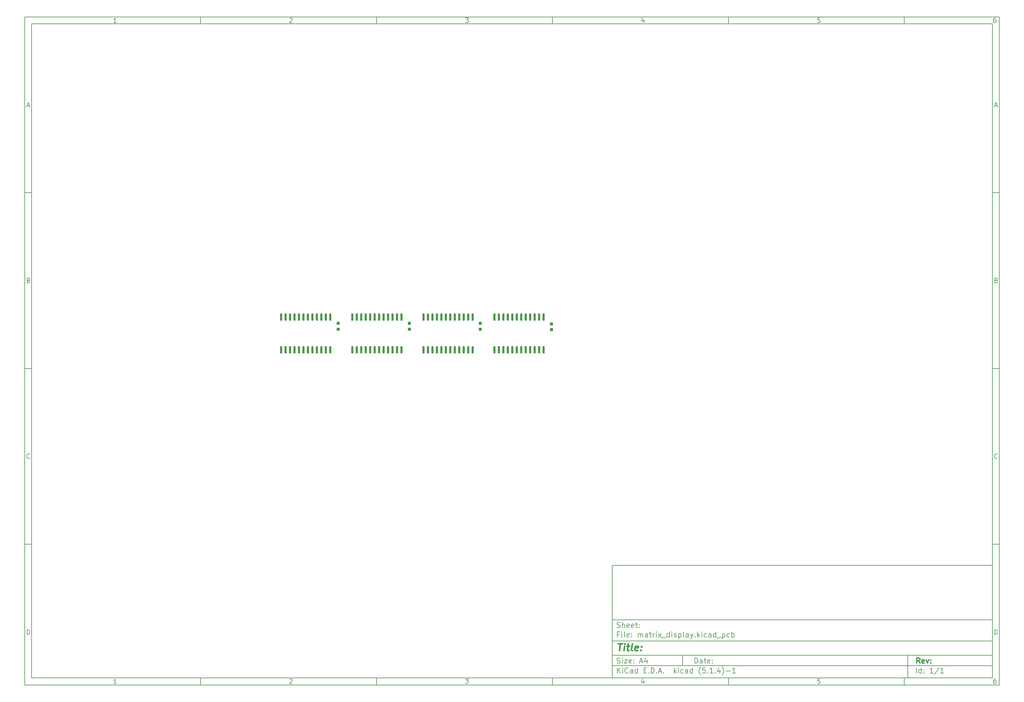
<source format=gtp>
G04 #@! TF.GenerationSoftware,KiCad,Pcbnew,(5.1.4)-1*
G04 #@! TF.CreationDate,2019-11-16T21:27:08+08:00*
G04 #@! TF.ProjectId,matrix_display,6d617472-6978-45f6-9469-73706c61792e,rev?*
G04 #@! TF.SameCoordinates,Original*
G04 #@! TF.FileFunction,Paste,Top*
G04 #@! TF.FilePolarity,Positive*
%FSLAX46Y46*%
G04 Gerber Fmt 4.6, Leading zero omitted, Abs format (unit mm)*
G04 Created by KiCad (PCBNEW (5.1.4)-1) date 2019-11-16 21:27:08*
%MOMM*%
%LPD*%
G04 APERTURE LIST*
%ADD10C,0.150000*%
%ADD11C,0.300000*%
%ADD12C,0.400000*%
%ADD13R,0.920000X0.965000*%
%ADD14C,0.600000*%
G04 APERTURE END LIST*
D10*
X177002200Y-166007200D02*
X177002200Y-198007200D01*
X285002200Y-198007200D01*
X285002200Y-166007200D01*
X177002200Y-166007200D01*
X10000000Y-10000000D02*
X10000000Y-200007200D01*
X287002200Y-200007200D01*
X287002200Y-10000000D01*
X10000000Y-10000000D01*
X12000000Y-12000000D02*
X12000000Y-198007200D01*
X285002200Y-198007200D01*
X285002200Y-12000000D01*
X12000000Y-12000000D01*
X60000000Y-12000000D02*
X60000000Y-10000000D01*
X110000000Y-12000000D02*
X110000000Y-10000000D01*
X160000000Y-12000000D02*
X160000000Y-10000000D01*
X210000000Y-12000000D02*
X210000000Y-10000000D01*
X260000000Y-12000000D02*
X260000000Y-10000000D01*
X36065476Y-11588095D02*
X35322619Y-11588095D01*
X35694047Y-11588095D02*
X35694047Y-10288095D01*
X35570238Y-10473809D01*
X35446428Y-10597619D01*
X35322619Y-10659523D01*
X85322619Y-10411904D02*
X85384523Y-10350000D01*
X85508333Y-10288095D01*
X85817857Y-10288095D01*
X85941666Y-10350000D01*
X86003571Y-10411904D01*
X86065476Y-10535714D01*
X86065476Y-10659523D01*
X86003571Y-10845238D01*
X85260714Y-11588095D01*
X86065476Y-11588095D01*
X135260714Y-10288095D02*
X136065476Y-10288095D01*
X135632142Y-10783333D01*
X135817857Y-10783333D01*
X135941666Y-10845238D01*
X136003571Y-10907142D01*
X136065476Y-11030952D01*
X136065476Y-11340476D01*
X136003571Y-11464285D01*
X135941666Y-11526190D01*
X135817857Y-11588095D01*
X135446428Y-11588095D01*
X135322619Y-11526190D01*
X135260714Y-11464285D01*
X185941666Y-10721428D02*
X185941666Y-11588095D01*
X185632142Y-10226190D02*
X185322619Y-11154761D01*
X186127380Y-11154761D01*
X236003571Y-10288095D02*
X235384523Y-10288095D01*
X235322619Y-10907142D01*
X235384523Y-10845238D01*
X235508333Y-10783333D01*
X235817857Y-10783333D01*
X235941666Y-10845238D01*
X236003571Y-10907142D01*
X236065476Y-11030952D01*
X236065476Y-11340476D01*
X236003571Y-11464285D01*
X235941666Y-11526190D01*
X235817857Y-11588095D01*
X235508333Y-11588095D01*
X235384523Y-11526190D01*
X235322619Y-11464285D01*
X285941666Y-10288095D02*
X285694047Y-10288095D01*
X285570238Y-10350000D01*
X285508333Y-10411904D01*
X285384523Y-10597619D01*
X285322619Y-10845238D01*
X285322619Y-11340476D01*
X285384523Y-11464285D01*
X285446428Y-11526190D01*
X285570238Y-11588095D01*
X285817857Y-11588095D01*
X285941666Y-11526190D01*
X286003571Y-11464285D01*
X286065476Y-11340476D01*
X286065476Y-11030952D01*
X286003571Y-10907142D01*
X285941666Y-10845238D01*
X285817857Y-10783333D01*
X285570238Y-10783333D01*
X285446428Y-10845238D01*
X285384523Y-10907142D01*
X285322619Y-11030952D01*
X60000000Y-198007200D02*
X60000000Y-200007200D01*
X110000000Y-198007200D02*
X110000000Y-200007200D01*
X160000000Y-198007200D02*
X160000000Y-200007200D01*
X210000000Y-198007200D02*
X210000000Y-200007200D01*
X260000000Y-198007200D02*
X260000000Y-200007200D01*
X36065476Y-199595295D02*
X35322619Y-199595295D01*
X35694047Y-199595295D02*
X35694047Y-198295295D01*
X35570238Y-198481009D01*
X35446428Y-198604819D01*
X35322619Y-198666723D01*
X85322619Y-198419104D02*
X85384523Y-198357200D01*
X85508333Y-198295295D01*
X85817857Y-198295295D01*
X85941666Y-198357200D01*
X86003571Y-198419104D01*
X86065476Y-198542914D01*
X86065476Y-198666723D01*
X86003571Y-198852438D01*
X85260714Y-199595295D01*
X86065476Y-199595295D01*
X135260714Y-198295295D02*
X136065476Y-198295295D01*
X135632142Y-198790533D01*
X135817857Y-198790533D01*
X135941666Y-198852438D01*
X136003571Y-198914342D01*
X136065476Y-199038152D01*
X136065476Y-199347676D01*
X136003571Y-199471485D01*
X135941666Y-199533390D01*
X135817857Y-199595295D01*
X135446428Y-199595295D01*
X135322619Y-199533390D01*
X135260714Y-199471485D01*
X185941666Y-198728628D02*
X185941666Y-199595295D01*
X185632142Y-198233390D02*
X185322619Y-199161961D01*
X186127380Y-199161961D01*
X236003571Y-198295295D02*
X235384523Y-198295295D01*
X235322619Y-198914342D01*
X235384523Y-198852438D01*
X235508333Y-198790533D01*
X235817857Y-198790533D01*
X235941666Y-198852438D01*
X236003571Y-198914342D01*
X236065476Y-199038152D01*
X236065476Y-199347676D01*
X236003571Y-199471485D01*
X235941666Y-199533390D01*
X235817857Y-199595295D01*
X235508333Y-199595295D01*
X235384523Y-199533390D01*
X235322619Y-199471485D01*
X285941666Y-198295295D02*
X285694047Y-198295295D01*
X285570238Y-198357200D01*
X285508333Y-198419104D01*
X285384523Y-198604819D01*
X285322619Y-198852438D01*
X285322619Y-199347676D01*
X285384523Y-199471485D01*
X285446428Y-199533390D01*
X285570238Y-199595295D01*
X285817857Y-199595295D01*
X285941666Y-199533390D01*
X286003571Y-199471485D01*
X286065476Y-199347676D01*
X286065476Y-199038152D01*
X286003571Y-198914342D01*
X285941666Y-198852438D01*
X285817857Y-198790533D01*
X285570238Y-198790533D01*
X285446428Y-198852438D01*
X285384523Y-198914342D01*
X285322619Y-199038152D01*
X10000000Y-60000000D02*
X12000000Y-60000000D01*
X10000000Y-110000000D02*
X12000000Y-110000000D01*
X10000000Y-160000000D02*
X12000000Y-160000000D01*
X10690476Y-35216666D02*
X11309523Y-35216666D01*
X10566666Y-35588095D02*
X11000000Y-34288095D01*
X11433333Y-35588095D01*
X11092857Y-84907142D02*
X11278571Y-84969047D01*
X11340476Y-85030952D01*
X11402380Y-85154761D01*
X11402380Y-85340476D01*
X11340476Y-85464285D01*
X11278571Y-85526190D01*
X11154761Y-85588095D01*
X10659523Y-85588095D01*
X10659523Y-84288095D01*
X11092857Y-84288095D01*
X11216666Y-84350000D01*
X11278571Y-84411904D01*
X11340476Y-84535714D01*
X11340476Y-84659523D01*
X11278571Y-84783333D01*
X11216666Y-84845238D01*
X11092857Y-84907142D01*
X10659523Y-84907142D01*
X11402380Y-135464285D02*
X11340476Y-135526190D01*
X11154761Y-135588095D01*
X11030952Y-135588095D01*
X10845238Y-135526190D01*
X10721428Y-135402380D01*
X10659523Y-135278571D01*
X10597619Y-135030952D01*
X10597619Y-134845238D01*
X10659523Y-134597619D01*
X10721428Y-134473809D01*
X10845238Y-134350000D01*
X11030952Y-134288095D01*
X11154761Y-134288095D01*
X11340476Y-134350000D01*
X11402380Y-134411904D01*
X10659523Y-185588095D02*
X10659523Y-184288095D01*
X10969047Y-184288095D01*
X11154761Y-184350000D01*
X11278571Y-184473809D01*
X11340476Y-184597619D01*
X11402380Y-184845238D01*
X11402380Y-185030952D01*
X11340476Y-185278571D01*
X11278571Y-185402380D01*
X11154761Y-185526190D01*
X10969047Y-185588095D01*
X10659523Y-185588095D01*
X287002200Y-60000000D02*
X285002200Y-60000000D01*
X287002200Y-110000000D02*
X285002200Y-110000000D01*
X287002200Y-160000000D02*
X285002200Y-160000000D01*
X285692676Y-35216666D02*
X286311723Y-35216666D01*
X285568866Y-35588095D02*
X286002200Y-34288095D01*
X286435533Y-35588095D01*
X286095057Y-84907142D02*
X286280771Y-84969047D01*
X286342676Y-85030952D01*
X286404580Y-85154761D01*
X286404580Y-85340476D01*
X286342676Y-85464285D01*
X286280771Y-85526190D01*
X286156961Y-85588095D01*
X285661723Y-85588095D01*
X285661723Y-84288095D01*
X286095057Y-84288095D01*
X286218866Y-84350000D01*
X286280771Y-84411904D01*
X286342676Y-84535714D01*
X286342676Y-84659523D01*
X286280771Y-84783333D01*
X286218866Y-84845238D01*
X286095057Y-84907142D01*
X285661723Y-84907142D01*
X286404580Y-135464285D02*
X286342676Y-135526190D01*
X286156961Y-135588095D01*
X286033152Y-135588095D01*
X285847438Y-135526190D01*
X285723628Y-135402380D01*
X285661723Y-135278571D01*
X285599819Y-135030952D01*
X285599819Y-134845238D01*
X285661723Y-134597619D01*
X285723628Y-134473809D01*
X285847438Y-134350000D01*
X286033152Y-134288095D01*
X286156961Y-134288095D01*
X286342676Y-134350000D01*
X286404580Y-134411904D01*
X285661723Y-185588095D02*
X285661723Y-184288095D01*
X285971247Y-184288095D01*
X286156961Y-184350000D01*
X286280771Y-184473809D01*
X286342676Y-184597619D01*
X286404580Y-184845238D01*
X286404580Y-185030952D01*
X286342676Y-185278571D01*
X286280771Y-185402380D01*
X286156961Y-185526190D01*
X285971247Y-185588095D01*
X285661723Y-185588095D01*
X200434342Y-193785771D02*
X200434342Y-192285771D01*
X200791485Y-192285771D01*
X201005771Y-192357200D01*
X201148628Y-192500057D01*
X201220057Y-192642914D01*
X201291485Y-192928628D01*
X201291485Y-193142914D01*
X201220057Y-193428628D01*
X201148628Y-193571485D01*
X201005771Y-193714342D01*
X200791485Y-193785771D01*
X200434342Y-193785771D01*
X202577200Y-193785771D02*
X202577200Y-193000057D01*
X202505771Y-192857200D01*
X202362914Y-192785771D01*
X202077200Y-192785771D01*
X201934342Y-192857200D01*
X202577200Y-193714342D02*
X202434342Y-193785771D01*
X202077200Y-193785771D01*
X201934342Y-193714342D01*
X201862914Y-193571485D01*
X201862914Y-193428628D01*
X201934342Y-193285771D01*
X202077200Y-193214342D01*
X202434342Y-193214342D01*
X202577200Y-193142914D01*
X203077200Y-192785771D02*
X203648628Y-192785771D01*
X203291485Y-192285771D02*
X203291485Y-193571485D01*
X203362914Y-193714342D01*
X203505771Y-193785771D01*
X203648628Y-193785771D01*
X204720057Y-193714342D02*
X204577200Y-193785771D01*
X204291485Y-193785771D01*
X204148628Y-193714342D01*
X204077200Y-193571485D01*
X204077200Y-193000057D01*
X204148628Y-192857200D01*
X204291485Y-192785771D01*
X204577200Y-192785771D01*
X204720057Y-192857200D01*
X204791485Y-193000057D01*
X204791485Y-193142914D01*
X204077200Y-193285771D01*
X205434342Y-193642914D02*
X205505771Y-193714342D01*
X205434342Y-193785771D01*
X205362914Y-193714342D01*
X205434342Y-193642914D01*
X205434342Y-193785771D01*
X205434342Y-192857200D02*
X205505771Y-192928628D01*
X205434342Y-193000057D01*
X205362914Y-192928628D01*
X205434342Y-192857200D01*
X205434342Y-193000057D01*
X177002200Y-194507200D02*
X285002200Y-194507200D01*
X178434342Y-196585771D02*
X178434342Y-195085771D01*
X179291485Y-196585771D02*
X178648628Y-195728628D01*
X179291485Y-195085771D02*
X178434342Y-195942914D01*
X179934342Y-196585771D02*
X179934342Y-195585771D01*
X179934342Y-195085771D02*
X179862914Y-195157200D01*
X179934342Y-195228628D01*
X180005771Y-195157200D01*
X179934342Y-195085771D01*
X179934342Y-195228628D01*
X181505771Y-196442914D02*
X181434342Y-196514342D01*
X181220057Y-196585771D01*
X181077200Y-196585771D01*
X180862914Y-196514342D01*
X180720057Y-196371485D01*
X180648628Y-196228628D01*
X180577200Y-195942914D01*
X180577200Y-195728628D01*
X180648628Y-195442914D01*
X180720057Y-195300057D01*
X180862914Y-195157200D01*
X181077200Y-195085771D01*
X181220057Y-195085771D01*
X181434342Y-195157200D01*
X181505771Y-195228628D01*
X182791485Y-196585771D02*
X182791485Y-195800057D01*
X182720057Y-195657200D01*
X182577200Y-195585771D01*
X182291485Y-195585771D01*
X182148628Y-195657200D01*
X182791485Y-196514342D02*
X182648628Y-196585771D01*
X182291485Y-196585771D01*
X182148628Y-196514342D01*
X182077200Y-196371485D01*
X182077200Y-196228628D01*
X182148628Y-196085771D01*
X182291485Y-196014342D01*
X182648628Y-196014342D01*
X182791485Y-195942914D01*
X184148628Y-196585771D02*
X184148628Y-195085771D01*
X184148628Y-196514342D02*
X184005771Y-196585771D01*
X183720057Y-196585771D01*
X183577200Y-196514342D01*
X183505771Y-196442914D01*
X183434342Y-196300057D01*
X183434342Y-195871485D01*
X183505771Y-195728628D01*
X183577200Y-195657200D01*
X183720057Y-195585771D01*
X184005771Y-195585771D01*
X184148628Y-195657200D01*
X186005771Y-195800057D02*
X186505771Y-195800057D01*
X186720057Y-196585771D02*
X186005771Y-196585771D01*
X186005771Y-195085771D01*
X186720057Y-195085771D01*
X187362914Y-196442914D02*
X187434342Y-196514342D01*
X187362914Y-196585771D01*
X187291485Y-196514342D01*
X187362914Y-196442914D01*
X187362914Y-196585771D01*
X188077200Y-196585771D02*
X188077200Y-195085771D01*
X188434342Y-195085771D01*
X188648628Y-195157200D01*
X188791485Y-195300057D01*
X188862914Y-195442914D01*
X188934342Y-195728628D01*
X188934342Y-195942914D01*
X188862914Y-196228628D01*
X188791485Y-196371485D01*
X188648628Y-196514342D01*
X188434342Y-196585771D01*
X188077200Y-196585771D01*
X189577200Y-196442914D02*
X189648628Y-196514342D01*
X189577200Y-196585771D01*
X189505771Y-196514342D01*
X189577200Y-196442914D01*
X189577200Y-196585771D01*
X190220057Y-196157200D02*
X190934342Y-196157200D01*
X190077200Y-196585771D02*
X190577200Y-195085771D01*
X191077200Y-196585771D01*
X191577200Y-196442914D02*
X191648628Y-196514342D01*
X191577200Y-196585771D01*
X191505771Y-196514342D01*
X191577200Y-196442914D01*
X191577200Y-196585771D01*
X194577200Y-196585771D02*
X194577200Y-195085771D01*
X194720057Y-196014342D02*
X195148628Y-196585771D01*
X195148628Y-195585771D02*
X194577200Y-196157200D01*
X195791485Y-196585771D02*
X195791485Y-195585771D01*
X195791485Y-195085771D02*
X195720057Y-195157200D01*
X195791485Y-195228628D01*
X195862914Y-195157200D01*
X195791485Y-195085771D01*
X195791485Y-195228628D01*
X197148628Y-196514342D02*
X197005771Y-196585771D01*
X196720057Y-196585771D01*
X196577200Y-196514342D01*
X196505771Y-196442914D01*
X196434342Y-196300057D01*
X196434342Y-195871485D01*
X196505771Y-195728628D01*
X196577200Y-195657200D01*
X196720057Y-195585771D01*
X197005771Y-195585771D01*
X197148628Y-195657200D01*
X198434342Y-196585771D02*
X198434342Y-195800057D01*
X198362914Y-195657200D01*
X198220057Y-195585771D01*
X197934342Y-195585771D01*
X197791485Y-195657200D01*
X198434342Y-196514342D02*
X198291485Y-196585771D01*
X197934342Y-196585771D01*
X197791485Y-196514342D01*
X197720057Y-196371485D01*
X197720057Y-196228628D01*
X197791485Y-196085771D01*
X197934342Y-196014342D01*
X198291485Y-196014342D01*
X198434342Y-195942914D01*
X199791485Y-196585771D02*
X199791485Y-195085771D01*
X199791485Y-196514342D02*
X199648628Y-196585771D01*
X199362914Y-196585771D01*
X199220057Y-196514342D01*
X199148628Y-196442914D01*
X199077200Y-196300057D01*
X199077200Y-195871485D01*
X199148628Y-195728628D01*
X199220057Y-195657200D01*
X199362914Y-195585771D01*
X199648628Y-195585771D01*
X199791485Y-195657200D01*
X202077200Y-197157200D02*
X202005771Y-197085771D01*
X201862914Y-196871485D01*
X201791485Y-196728628D01*
X201720057Y-196514342D01*
X201648628Y-196157200D01*
X201648628Y-195871485D01*
X201720057Y-195514342D01*
X201791485Y-195300057D01*
X201862914Y-195157200D01*
X202005771Y-194942914D01*
X202077200Y-194871485D01*
X203362914Y-195085771D02*
X202648628Y-195085771D01*
X202577200Y-195800057D01*
X202648628Y-195728628D01*
X202791485Y-195657200D01*
X203148628Y-195657200D01*
X203291485Y-195728628D01*
X203362914Y-195800057D01*
X203434342Y-195942914D01*
X203434342Y-196300057D01*
X203362914Y-196442914D01*
X203291485Y-196514342D01*
X203148628Y-196585771D01*
X202791485Y-196585771D01*
X202648628Y-196514342D01*
X202577200Y-196442914D01*
X204077200Y-196442914D02*
X204148628Y-196514342D01*
X204077200Y-196585771D01*
X204005771Y-196514342D01*
X204077200Y-196442914D01*
X204077200Y-196585771D01*
X205577200Y-196585771D02*
X204720057Y-196585771D01*
X205148628Y-196585771D02*
X205148628Y-195085771D01*
X205005771Y-195300057D01*
X204862914Y-195442914D01*
X204720057Y-195514342D01*
X206220057Y-196442914D02*
X206291485Y-196514342D01*
X206220057Y-196585771D01*
X206148628Y-196514342D01*
X206220057Y-196442914D01*
X206220057Y-196585771D01*
X207577200Y-195585771D02*
X207577200Y-196585771D01*
X207220057Y-195014342D02*
X206862914Y-196085771D01*
X207791485Y-196085771D01*
X208220057Y-197157200D02*
X208291485Y-197085771D01*
X208434342Y-196871485D01*
X208505771Y-196728628D01*
X208577200Y-196514342D01*
X208648628Y-196157200D01*
X208648628Y-195871485D01*
X208577200Y-195514342D01*
X208505771Y-195300057D01*
X208434342Y-195157200D01*
X208291485Y-194942914D01*
X208220057Y-194871485D01*
X209362914Y-196014342D02*
X210505771Y-196014342D01*
X212005771Y-196585771D02*
X211148628Y-196585771D01*
X211577200Y-196585771D02*
X211577200Y-195085771D01*
X211434342Y-195300057D01*
X211291485Y-195442914D01*
X211148628Y-195514342D01*
X177002200Y-191507200D02*
X285002200Y-191507200D01*
D11*
X264411485Y-193785771D02*
X263911485Y-193071485D01*
X263554342Y-193785771D02*
X263554342Y-192285771D01*
X264125771Y-192285771D01*
X264268628Y-192357200D01*
X264340057Y-192428628D01*
X264411485Y-192571485D01*
X264411485Y-192785771D01*
X264340057Y-192928628D01*
X264268628Y-193000057D01*
X264125771Y-193071485D01*
X263554342Y-193071485D01*
X265625771Y-193714342D02*
X265482914Y-193785771D01*
X265197200Y-193785771D01*
X265054342Y-193714342D01*
X264982914Y-193571485D01*
X264982914Y-193000057D01*
X265054342Y-192857200D01*
X265197200Y-192785771D01*
X265482914Y-192785771D01*
X265625771Y-192857200D01*
X265697200Y-193000057D01*
X265697200Y-193142914D01*
X264982914Y-193285771D01*
X266197200Y-192785771D02*
X266554342Y-193785771D01*
X266911485Y-192785771D01*
X267482914Y-193642914D02*
X267554342Y-193714342D01*
X267482914Y-193785771D01*
X267411485Y-193714342D01*
X267482914Y-193642914D01*
X267482914Y-193785771D01*
X267482914Y-192857200D02*
X267554342Y-192928628D01*
X267482914Y-193000057D01*
X267411485Y-192928628D01*
X267482914Y-192857200D01*
X267482914Y-193000057D01*
D10*
X178362914Y-193714342D02*
X178577200Y-193785771D01*
X178934342Y-193785771D01*
X179077200Y-193714342D01*
X179148628Y-193642914D01*
X179220057Y-193500057D01*
X179220057Y-193357200D01*
X179148628Y-193214342D01*
X179077200Y-193142914D01*
X178934342Y-193071485D01*
X178648628Y-193000057D01*
X178505771Y-192928628D01*
X178434342Y-192857200D01*
X178362914Y-192714342D01*
X178362914Y-192571485D01*
X178434342Y-192428628D01*
X178505771Y-192357200D01*
X178648628Y-192285771D01*
X179005771Y-192285771D01*
X179220057Y-192357200D01*
X179862914Y-193785771D02*
X179862914Y-192785771D01*
X179862914Y-192285771D02*
X179791485Y-192357200D01*
X179862914Y-192428628D01*
X179934342Y-192357200D01*
X179862914Y-192285771D01*
X179862914Y-192428628D01*
X180434342Y-192785771D02*
X181220057Y-192785771D01*
X180434342Y-193785771D01*
X181220057Y-193785771D01*
X182362914Y-193714342D02*
X182220057Y-193785771D01*
X181934342Y-193785771D01*
X181791485Y-193714342D01*
X181720057Y-193571485D01*
X181720057Y-193000057D01*
X181791485Y-192857200D01*
X181934342Y-192785771D01*
X182220057Y-192785771D01*
X182362914Y-192857200D01*
X182434342Y-193000057D01*
X182434342Y-193142914D01*
X181720057Y-193285771D01*
X183077200Y-193642914D02*
X183148628Y-193714342D01*
X183077200Y-193785771D01*
X183005771Y-193714342D01*
X183077200Y-193642914D01*
X183077200Y-193785771D01*
X183077200Y-192857200D02*
X183148628Y-192928628D01*
X183077200Y-193000057D01*
X183005771Y-192928628D01*
X183077200Y-192857200D01*
X183077200Y-193000057D01*
X184862914Y-193357200D02*
X185577200Y-193357200D01*
X184720057Y-193785771D02*
X185220057Y-192285771D01*
X185720057Y-193785771D01*
X186862914Y-192785771D02*
X186862914Y-193785771D01*
X186505771Y-192214342D02*
X186148628Y-193285771D01*
X187077200Y-193285771D01*
X263434342Y-196585771D02*
X263434342Y-195085771D01*
X264791485Y-196585771D02*
X264791485Y-195085771D01*
X264791485Y-196514342D02*
X264648628Y-196585771D01*
X264362914Y-196585771D01*
X264220057Y-196514342D01*
X264148628Y-196442914D01*
X264077200Y-196300057D01*
X264077200Y-195871485D01*
X264148628Y-195728628D01*
X264220057Y-195657200D01*
X264362914Y-195585771D01*
X264648628Y-195585771D01*
X264791485Y-195657200D01*
X265505771Y-196442914D02*
X265577200Y-196514342D01*
X265505771Y-196585771D01*
X265434342Y-196514342D01*
X265505771Y-196442914D01*
X265505771Y-196585771D01*
X265505771Y-195657200D02*
X265577200Y-195728628D01*
X265505771Y-195800057D01*
X265434342Y-195728628D01*
X265505771Y-195657200D01*
X265505771Y-195800057D01*
X268148628Y-196585771D02*
X267291485Y-196585771D01*
X267720057Y-196585771D02*
X267720057Y-195085771D01*
X267577200Y-195300057D01*
X267434342Y-195442914D01*
X267291485Y-195514342D01*
X269862914Y-195014342D02*
X268577200Y-196942914D01*
X271148628Y-196585771D02*
X270291485Y-196585771D01*
X270720057Y-196585771D02*
X270720057Y-195085771D01*
X270577200Y-195300057D01*
X270434342Y-195442914D01*
X270291485Y-195514342D01*
X177002200Y-187507200D02*
X285002200Y-187507200D01*
D12*
X178714580Y-188211961D02*
X179857438Y-188211961D01*
X179036009Y-190211961D02*
X179286009Y-188211961D01*
X180274104Y-190211961D02*
X180440771Y-188878628D01*
X180524104Y-188211961D02*
X180416961Y-188307200D01*
X180500295Y-188402438D01*
X180607438Y-188307200D01*
X180524104Y-188211961D01*
X180500295Y-188402438D01*
X181107438Y-188878628D02*
X181869342Y-188878628D01*
X181476485Y-188211961D02*
X181262200Y-189926247D01*
X181333628Y-190116723D01*
X181512200Y-190211961D01*
X181702676Y-190211961D01*
X182655057Y-190211961D02*
X182476485Y-190116723D01*
X182405057Y-189926247D01*
X182619342Y-188211961D01*
X184190771Y-190116723D02*
X183988390Y-190211961D01*
X183607438Y-190211961D01*
X183428866Y-190116723D01*
X183357438Y-189926247D01*
X183452676Y-189164342D01*
X183571723Y-188973866D01*
X183774104Y-188878628D01*
X184155057Y-188878628D01*
X184333628Y-188973866D01*
X184405057Y-189164342D01*
X184381247Y-189354819D01*
X183405057Y-189545295D01*
X185155057Y-190021485D02*
X185238390Y-190116723D01*
X185131247Y-190211961D01*
X185047914Y-190116723D01*
X185155057Y-190021485D01*
X185131247Y-190211961D01*
X185286009Y-188973866D02*
X185369342Y-189069104D01*
X185262200Y-189164342D01*
X185178866Y-189069104D01*
X185286009Y-188973866D01*
X185262200Y-189164342D01*
D10*
X178934342Y-185600057D02*
X178434342Y-185600057D01*
X178434342Y-186385771D02*
X178434342Y-184885771D01*
X179148628Y-184885771D01*
X179720057Y-186385771D02*
X179720057Y-185385771D01*
X179720057Y-184885771D02*
X179648628Y-184957200D01*
X179720057Y-185028628D01*
X179791485Y-184957200D01*
X179720057Y-184885771D01*
X179720057Y-185028628D01*
X180648628Y-186385771D02*
X180505771Y-186314342D01*
X180434342Y-186171485D01*
X180434342Y-184885771D01*
X181791485Y-186314342D02*
X181648628Y-186385771D01*
X181362914Y-186385771D01*
X181220057Y-186314342D01*
X181148628Y-186171485D01*
X181148628Y-185600057D01*
X181220057Y-185457200D01*
X181362914Y-185385771D01*
X181648628Y-185385771D01*
X181791485Y-185457200D01*
X181862914Y-185600057D01*
X181862914Y-185742914D01*
X181148628Y-185885771D01*
X182505771Y-186242914D02*
X182577200Y-186314342D01*
X182505771Y-186385771D01*
X182434342Y-186314342D01*
X182505771Y-186242914D01*
X182505771Y-186385771D01*
X182505771Y-185457200D02*
X182577200Y-185528628D01*
X182505771Y-185600057D01*
X182434342Y-185528628D01*
X182505771Y-185457200D01*
X182505771Y-185600057D01*
X184362914Y-186385771D02*
X184362914Y-185385771D01*
X184362914Y-185528628D02*
X184434342Y-185457200D01*
X184577200Y-185385771D01*
X184791485Y-185385771D01*
X184934342Y-185457200D01*
X185005771Y-185600057D01*
X185005771Y-186385771D01*
X185005771Y-185600057D02*
X185077200Y-185457200D01*
X185220057Y-185385771D01*
X185434342Y-185385771D01*
X185577200Y-185457200D01*
X185648628Y-185600057D01*
X185648628Y-186385771D01*
X187005771Y-186385771D02*
X187005771Y-185600057D01*
X186934342Y-185457200D01*
X186791485Y-185385771D01*
X186505771Y-185385771D01*
X186362914Y-185457200D01*
X187005771Y-186314342D02*
X186862914Y-186385771D01*
X186505771Y-186385771D01*
X186362914Y-186314342D01*
X186291485Y-186171485D01*
X186291485Y-186028628D01*
X186362914Y-185885771D01*
X186505771Y-185814342D01*
X186862914Y-185814342D01*
X187005771Y-185742914D01*
X187505771Y-185385771D02*
X188077200Y-185385771D01*
X187720057Y-184885771D02*
X187720057Y-186171485D01*
X187791485Y-186314342D01*
X187934342Y-186385771D01*
X188077200Y-186385771D01*
X188577200Y-186385771D02*
X188577200Y-185385771D01*
X188577200Y-185671485D02*
X188648628Y-185528628D01*
X188720057Y-185457200D01*
X188862914Y-185385771D01*
X189005771Y-185385771D01*
X189505771Y-186385771D02*
X189505771Y-185385771D01*
X189505771Y-184885771D02*
X189434342Y-184957200D01*
X189505771Y-185028628D01*
X189577200Y-184957200D01*
X189505771Y-184885771D01*
X189505771Y-185028628D01*
X190077200Y-186385771D02*
X190862914Y-185385771D01*
X190077200Y-185385771D02*
X190862914Y-186385771D01*
X191077200Y-186528628D02*
X192220057Y-186528628D01*
X193220057Y-186385771D02*
X193220057Y-184885771D01*
X193220057Y-186314342D02*
X193077200Y-186385771D01*
X192791485Y-186385771D01*
X192648628Y-186314342D01*
X192577200Y-186242914D01*
X192505771Y-186100057D01*
X192505771Y-185671485D01*
X192577200Y-185528628D01*
X192648628Y-185457200D01*
X192791485Y-185385771D01*
X193077200Y-185385771D01*
X193220057Y-185457200D01*
X193934342Y-186385771D02*
X193934342Y-185385771D01*
X193934342Y-184885771D02*
X193862914Y-184957200D01*
X193934342Y-185028628D01*
X194005771Y-184957200D01*
X193934342Y-184885771D01*
X193934342Y-185028628D01*
X194577200Y-186314342D02*
X194720057Y-186385771D01*
X195005771Y-186385771D01*
X195148628Y-186314342D01*
X195220057Y-186171485D01*
X195220057Y-186100057D01*
X195148628Y-185957200D01*
X195005771Y-185885771D01*
X194791485Y-185885771D01*
X194648628Y-185814342D01*
X194577200Y-185671485D01*
X194577200Y-185600057D01*
X194648628Y-185457200D01*
X194791485Y-185385771D01*
X195005771Y-185385771D01*
X195148628Y-185457200D01*
X195862914Y-185385771D02*
X195862914Y-186885771D01*
X195862914Y-185457200D02*
X196005771Y-185385771D01*
X196291485Y-185385771D01*
X196434342Y-185457200D01*
X196505771Y-185528628D01*
X196577200Y-185671485D01*
X196577200Y-186100057D01*
X196505771Y-186242914D01*
X196434342Y-186314342D01*
X196291485Y-186385771D01*
X196005771Y-186385771D01*
X195862914Y-186314342D01*
X197434342Y-186385771D02*
X197291485Y-186314342D01*
X197220057Y-186171485D01*
X197220057Y-184885771D01*
X198648628Y-186385771D02*
X198648628Y-185600057D01*
X198577200Y-185457200D01*
X198434342Y-185385771D01*
X198148628Y-185385771D01*
X198005771Y-185457200D01*
X198648628Y-186314342D02*
X198505771Y-186385771D01*
X198148628Y-186385771D01*
X198005771Y-186314342D01*
X197934342Y-186171485D01*
X197934342Y-186028628D01*
X198005771Y-185885771D01*
X198148628Y-185814342D01*
X198505771Y-185814342D01*
X198648628Y-185742914D01*
X199220057Y-185385771D02*
X199577200Y-186385771D01*
X199934342Y-185385771D02*
X199577200Y-186385771D01*
X199434342Y-186742914D01*
X199362914Y-186814342D01*
X199220057Y-186885771D01*
X200505771Y-186242914D02*
X200577200Y-186314342D01*
X200505771Y-186385771D01*
X200434342Y-186314342D01*
X200505771Y-186242914D01*
X200505771Y-186385771D01*
X201220057Y-186385771D02*
X201220057Y-184885771D01*
X201362914Y-185814342D02*
X201791485Y-186385771D01*
X201791485Y-185385771D02*
X201220057Y-185957200D01*
X202434342Y-186385771D02*
X202434342Y-185385771D01*
X202434342Y-184885771D02*
X202362914Y-184957200D01*
X202434342Y-185028628D01*
X202505771Y-184957200D01*
X202434342Y-184885771D01*
X202434342Y-185028628D01*
X203791485Y-186314342D02*
X203648628Y-186385771D01*
X203362914Y-186385771D01*
X203220057Y-186314342D01*
X203148628Y-186242914D01*
X203077200Y-186100057D01*
X203077200Y-185671485D01*
X203148628Y-185528628D01*
X203220057Y-185457200D01*
X203362914Y-185385771D01*
X203648628Y-185385771D01*
X203791485Y-185457200D01*
X205077200Y-186385771D02*
X205077200Y-185600057D01*
X205005771Y-185457200D01*
X204862914Y-185385771D01*
X204577200Y-185385771D01*
X204434342Y-185457200D01*
X205077200Y-186314342D02*
X204934342Y-186385771D01*
X204577200Y-186385771D01*
X204434342Y-186314342D01*
X204362914Y-186171485D01*
X204362914Y-186028628D01*
X204434342Y-185885771D01*
X204577200Y-185814342D01*
X204934342Y-185814342D01*
X205077200Y-185742914D01*
X206434342Y-186385771D02*
X206434342Y-184885771D01*
X206434342Y-186314342D02*
X206291485Y-186385771D01*
X206005771Y-186385771D01*
X205862914Y-186314342D01*
X205791485Y-186242914D01*
X205720057Y-186100057D01*
X205720057Y-185671485D01*
X205791485Y-185528628D01*
X205862914Y-185457200D01*
X206005771Y-185385771D01*
X206291485Y-185385771D01*
X206434342Y-185457200D01*
X206791485Y-186528628D02*
X207934342Y-186528628D01*
X208291485Y-185385771D02*
X208291485Y-186885771D01*
X208291485Y-185457200D02*
X208434342Y-185385771D01*
X208720057Y-185385771D01*
X208862914Y-185457200D01*
X208934342Y-185528628D01*
X209005771Y-185671485D01*
X209005771Y-186100057D01*
X208934342Y-186242914D01*
X208862914Y-186314342D01*
X208720057Y-186385771D01*
X208434342Y-186385771D01*
X208291485Y-186314342D01*
X210291485Y-186314342D02*
X210148628Y-186385771D01*
X209862914Y-186385771D01*
X209720057Y-186314342D01*
X209648628Y-186242914D01*
X209577200Y-186100057D01*
X209577200Y-185671485D01*
X209648628Y-185528628D01*
X209720057Y-185457200D01*
X209862914Y-185385771D01*
X210148628Y-185385771D01*
X210291485Y-185457200D01*
X210934342Y-186385771D02*
X210934342Y-184885771D01*
X210934342Y-185457200D02*
X211077200Y-185385771D01*
X211362914Y-185385771D01*
X211505771Y-185457200D01*
X211577200Y-185528628D01*
X211648628Y-185671485D01*
X211648628Y-186100057D01*
X211577200Y-186242914D01*
X211505771Y-186314342D01*
X211362914Y-186385771D01*
X211077200Y-186385771D01*
X210934342Y-186314342D01*
X177002200Y-181507200D02*
X285002200Y-181507200D01*
X178362914Y-183614342D02*
X178577200Y-183685771D01*
X178934342Y-183685771D01*
X179077200Y-183614342D01*
X179148628Y-183542914D01*
X179220057Y-183400057D01*
X179220057Y-183257200D01*
X179148628Y-183114342D01*
X179077200Y-183042914D01*
X178934342Y-182971485D01*
X178648628Y-182900057D01*
X178505771Y-182828628D01*
X178434342Y-182757200D01*
X178362914Y-182614342D01*
X178362914Y-182471485D01*
X178434342Y-182328628D01*
X178505771Y-182257200D01*
X178648628Y-182185771D01*
X179005771Y-182185771D01*
X179220057Y-182257200D01*
X179862914Y-183685771D02*
X179862914Y-182185771D01*
X180505771Y-183685771D02*
X180505771Y-182900057D01*
X180434342Y-182757200D01*
X180291485Y-182685771D01*
X180077200Y-182685771D01*
X179934342Y-182757200D01*
X179862914Y-182828628D01*
X181791485Y-183614342D02*
X181648628Y-183685771D01*
X181362914Y-183685771D01*
X181220057Y-183614342D01*
X181148628Y-183471485D01*
X181148628Y-182900057D01*
X181220057Y-182757200D01*
X181362914Y-182685771D01*
X181648628Y-182685771D01*
X181791485Y-182757200D01*
X181862914Y-182900057D01*
X181862914Y-183042914D01*
X181148628Y-183185771D01*
X183077200Y-183614342D02*
X182934342Y-183685771D01*
X182648628Y-183685771D01*
X182505771Y-183614342D01*
X182434342Y-183471485D01*
X182434342Y-182900057D01*
X182505771Y-182757200D01*
X182648628Y-182685771D01*
X182934342Y-182685771D01*
X183077200Y-182757200D01*
X183148628Y-182900057D01*
X183148628Y-183042914D01*
X182434342Y-183185771D01*
X183577200Y-182685771D02*
X184148628Y-182685771D01*
X183791485Y-182185771D02*
X183791485Y-183471485D01*
X183862914Y-183614342D01*
X184005771Y-183685771D01*
X184148628Y-183685771D01*
X184648628Y-183542914D02*
X184720057Y-183614342D01*
X184648628Y-183685771D01*
X184577200Y-183614342D01*
X184648628Y-183542914D01*
X184648628Y-183685771D01*
X184648628Y-182757200D02*
X184720057Y-182828628D01*
X184648628Y-182900057D01*
X184577200Y-182828628D01*
X184648628Y-182757200D01*
X184648628Y-182900057D01*
X197002200Y-191507200D02*
X197002200Y-194507200D01*
X261002200Y-191507200D02*
X261002200Y-198007200D01*
D13*
X159700000Y-98940000D03*
X159700000Y-97300000D03*
X139500000Y-98820000D03*
X139500000Y-97180000D03*
X119300000Y-97180000D03*
X119300000Y-98820000D03*
X99100000Y-98820000D03*
X99100000Y-97180000D03*
D10*
G36*
X143679703Y-94325722D02*
G01*
X143694264Y-94327882D01*
X143708543Y-94331459D01*
X143722403Y-94336418D01*
X143735710Y-94342712D01*
X143748336Y-94350280D01*
X143760159Y-94359048D01*
X143771066Y-94368934D01*
X143780952Y-94379841D01*
X143789720Y-94391664D01*
X143797288Y-94404290D01*
X143803582Y-94417597D01*
X143808541Y-94431457D01*
X143812118Y-94445736D01*
X143814278Y-94460297D01*
X143815000Y-94475000D01*
X143815000Y-96225000D01*
X143814278Y-96239703D01*
X143812118Y-96254264D01*
X143808541Y-96268543D01*
X143803582Y-96282403D01*
X143797288Y-96295710D01*
X143789720Y-96308336D01*
X143780952Y-96320159D01*
X143771066Y-96331066D01*
X143760159Y-96340952D01*
X143748336Y-96349720D01*
X143735710Y-96357288D01*
X143722403Y-96363582D01*
X143708543Y-96368541D01*
X143694264Y-96372118D01*
X143679703Y-96374278D01*
X143665000Y-96375000D01*
X143365000Y-96375000D01*
X143350297Y-96374278D01*
X143335736Y-96372118D01*
X143321457Y-96368541D01*
X143307597Y-96363582D01*
X143294290Y-96357288D01*
X143281664Y-96349720D01*
X143269841Y-96340952D01*
X143258934Y-96331066D01*
X143249048Y-96320159D01*
X143240280Y-96308336D01*
X143232712Y-96295710D01*
X143226418Y-96282403D01*
X143221459Y-96268543D01*
X143217882Y-96254264D01*
X143215722Y-96239703D01*
X143215000Y-96225000D01*
X143215000Y-94475000D01*
X143215722Y-94460297D01*
X143217882Y-94445736D01*
X143221459Y-94431457D01*
X143226418Y-94417597D01*
X143232712Y-94404290D01*
X143240280Y-94391664D01*
X143249048Y-94379841D01*
X143258934Y-94368934D01*
X143269841Y-94359048D01*
X143281664Y-94350280D01*
X143294290Y-94342712D01*
X143307597Y-94336418D01*
X143321457Y-94331459D01*
X143335736Y-94327882D01*
X143350297Y-94325722D01*
X143365000Y-94325000D01*
X143665000Y-94325000D01*
X143679703Y-94325722D01*
X143679703Y-94325722D01*
G37*
D14*
X143515000Y-95350000D03*
D10*
G36*
X144949703Y-94325722D02*
G01*
X144964264Y-94327882D01*
X144978543Y-94331459D01*
X144992403Y-94336418D01*
X145005710Y-94342712D01*
X145018336Y-94350280D01*
X145030159Y-94359048D01*
X145041066Y-94368934D01*
X145050952Y-94379841D01*
X145059720Y-94391664D01*
X145067288Y-94404290D01*
X145073582Y-94417597D01*
X145078541Y-94431457D01*
X145082118Y-94445736D01*
X145084278Y-94460297D01*
X145085000Y-94475000D01*
X145085000Y-96225000D01*
X145084278Y-96239703D01*
X145082118Y-96254264D01*
X145078541Y-96268543D01*
X145073582Y-96282403D01*
X145067288Y-96295710D01*
X145059720Y-96308336D01*
X145050952Y-96320159D01*
X145041066Y-96331066D01*
X145030159Y-96340952D01*
X145018336Y-96349720D01*
X145005710Y-96357288D01*
X144992403Y-96363582D01*
X144978543Y-96368541D01*
X144964264Y-96372118D01*
X144949703Y-96374278D01*
X144935000Y-96375000D01*
X144635000Y-96375000D01*
X144620297Y-96374278D01*
X144605736Y-96372118D01*
X144591457Y-96368541D01*
X144577597Y-96363582D01*
X144564290Y-96357288D01*
X144551664Y-96349720D01*
X144539841Y-96340952D01*
X144528934Y-96331066D01*
X144519048Y-96320159D01*
X144510280Y-96308336D01*
X144502712Y-96295710D01*
X144496418Y-96282403D01*
X144491459Y-96268543D01*
X144487882Y-96254264D01*
X144485722Y-96239703D01*
X144485000Y-96225000D01*
X144485000Y-94475000D01*
X144485722Y-94460297D01*
X144487882Y-94445736D01*
X144491459Y-94431457D01*
X144496418Y-94417597D01*
X144502712Y-94404290D01*
X144510280Y-94391664D01*
X144519048Y-94379841D01*
X144528934Y-94368934D01*
X144539841Y-94359048D01*
X144551664Y-94350280D01*
X144564290Y-94342712D01*
X144577597Y-94336418D01*
X144591457Y-94331459D01*
X144605736Y-94327882D01*
X144620297Y-94325722D01*
X144635000Y-94325000D01*
X144935000Y-94325000D01*
X144949703Y-94325722D01*
X144949703Y-94325722D01*
G37*
D14*
X144785000Y-95350000D03*
D10*
G36*
X146219703Y-94325722D02*
G01*
X146234264Y-94327882D01*
X146248543Y-94331459D01*
X146262403Y-94336418D01*
X146275710Y-94342712D01*
X146288336Y-94350280D01*
X146300159Y-94359048D01*
X146311066Y-94368934D01*
X146320952Y-94379841D01*
X146329720Y-94391664D01*
X146337288Y-94404290D01*
X146343582Y-94417597D01*
X146348541Y-94431457D01*
X146352118Y-94445736D01*
X146354278Y-94460297D01*
X146355000Y-94475000D01*
X146355000Y-96225000D01*
X146354278Y-96239703D01*
X146352118Y-96254264D01*
X146348541Y-96268543D01*
X146343582Y-96282403D01*
X146337288Y-96295710D01*
X146329720Y-96308336D01*
X146320952Y-96320159D01*
X146311066Y-96331066D01*
X146300159Y-96340952D01*
X146288336Y-96349720D01*
X146275710Y-96357288D01*
X146262403Y-96363582D01*
X146248543Y-96368541D01*
X146234264Y-96372118D01*
X146219703Y-96374278D01*
X146205000Y-96375000D01*
X145905000Y-96375000D01*
X145890297Y-96374278D01*
X145875736Y-96372118D01*
X145861457Y-96368541D01*
X145847597Y-96363582D01*
X145834290Y-96357288D01*
X145821664Y-96349720D01*
X145809841Y-96340952D01*
X145798934Y-96331066D01*
X145789048Y-96320159D01*
X145780280Y-96308336D01*
X145772712Y-96295710D01*
X145766418Y-96282403D01*
X145761459Y-96268543D01*
X145757882Y-96254264D01*
X145755722Y-96239703D01*
X145755000Y-96225000D01*
X145755000Y-94475000D01*
X145755722Y-94460297D01*
X145757882Y-94445736D01*
X145761459Y-94431457D01*
X145766418Y-94417597D01*
X145772712Y-94404290D01*
X145780280Y-94391664D01*
X145789048Y-94379841D01*
X145798934Y-94368934D01*
X145809841Y-94359048D01*
X145821664Y-94350280D01*
X145834290Y-94342712D01*
X145847597Y-94336418D01*
X145861457Y-94331459D01*
X145875736Y-94327882D01*
X145890297Y-94325722D01*
X145905000Y-94325000D01*
X146205000Y-94325000D01*
X146219703Y-94325722D01*
X146219703Y-94325722D01*
G37*
D14*
X146055000Y-95350000D03*
D10*
G36*
X147489703Y-94325722D02*
G01*
X147504264Y-94327882D01*
X147518543Y-94331459D01*
X147532403Y-94336418D01*
X147545710Y-94342712D01*
X147558336Y-94350280D01*
X147570159Y-94359048D01*
X147581066Y-94368934D01*
X147590952Y-94379841D01*
X147599720Y-94391664D01*
X147607288Y-94404290D01*
X147613582Y-94417597D01*
X147618541Y-94431457D01*
X147622118Y-94445736D01*
X147624278Y-94460297D01*
X147625000Y-94475000D01*
X147625000Y-96225000D01*
X147624278Y-96239703D01*
X147622118Y-96254264D01*
X147618541Y-96268543D01*
X147613582Y-96282403D01*
X147607288Y-96295710D01*
X147599720Y-96308336D01*
X147590952Y-96320159D01*
X147581066Y-96331066D01*
X147570159Y-96340952D01*
X147558336Y-96349720D01*
X147545710Y-96357288D01*
X147532403Y-96363582D01*
X147518543Y-96368541D01*
X147504264Y-96372118D01*
X147489703Y-96374278D01*
X147475000Y-96375000D01*
X147175000Y-96375000D01*
X147160297Y-96374278D01*
X147145736Y-96372118D01*
X147131457Y-96368541D01*
X147117597Y-96363582D01*
X147104290Y-96357288D01*
X147091664Y-96349720D01*
X147079841Y-96340952D01*
X147068934Y-96331066D01*
X147059048Y-96320159D01*
X147050280Y-96308336D01*
X147042712Y-96295710D01*
X147036418Y-96282403D01*
X147031459Y-96268543D01*
X147027882Y-96254264D01*
X147025722Y-96239703D01*
X147025000Y-96225000D01*
X147025000Y-94475000D01*
X147025722Y-94460297D01*
X147027882Y-94445736D01*
X147031459Y-94431457D01*
X147036418Y-94417597D01*
X147042712Y-94404290D01*
X147050280Y-94391664D01*
X147059048Y-94379841D01*
X147068934Y-94368934D01*
X147079841Y-94359048D01*
X147091664Y-94350280D01*
X147104290Y-94342712D01*
X147117597Y-94336418D01*
X147131457Y-94331459D01*
X147145736Y-94327882D01*
X147160297Y-94325722D01*
X147175000Y-94325000D01*
X147475000Y-94325000D01*
X147489703Y-94325722D01*
X147489703Y-94325722D01*
G37*
D14*
X147325000Y-95350000D03*
D10*
G36*
X148759703Y-94325722D02*
G01*
X148774264Y-94327882D01*
X148788543Y-94331459D01*
X148802403Y-94336418D01*
X148815710Y-94342712D01*
X148828336Y-94350280D01*
X148840159Y-94359048D01*
X148851066Y-94368934D01*
X148860952Y-94379841D01*
X148869720Y-94391664D01*
X148877288Y-94404290D01*
X148883582Y-94417597D01*
X148888541Y-94431457D01*
X148892118Y-94445736D01*
X148894278Y-94460297D01*
X148895000Y-94475000D01*
X148895000Y-96225000D01*
X148894278Y-96239703D01*
X148892118Y-96254264D01*
X148888541Y-96268543D01*
X148883582Y-96282403D01*
X148877288Y-96295710D01*
X148869720Y-96308336D01*
X148860952Y-96320159D01*
X148851066Y-96331066D01*
X148840159Y-96340952D01*
X148828336Y-96349720D01*
X148815710Y-96357288D01*
X148802403Y-96363582D01*
X148788543Y-96368541D01*
X148774264Y-96372118D01*
X148759703Y-96374278D01*
X148745000Y-96375000D01*
X148445000Y-96375000D01*
X148430297Y-96374278D01*
X148415736Y-96372118D01*
X148401457Y-96368541D01*
X148387597Y-96363582D01*
X148374290Y-96357288D01*
X148361664Y-96349720D01*
X148349841Y-96340952D01*
X148338934Y-96331066D01*
X148329048Y-96320159D01*
X148320280Y-96308336D01*
X148312712Y-96295710D01*
X148306418Y-96282403D01*
X148301459Y-96268543D01*
X148297882Y-96254264D01*
X148295722Y-96239703D01*
X148295000Y-96225000D01*
X148295000Y-94475000D01*
X148295722Y-94460297D01*
X148297882Y-94445736D01*
X148301459Y-94431457D01*
X148306418Y-94417597D01*
X148312712Y-94404290D01*
X148320280Y-94391664D01*
X148329048Y-94379841D01*
X148338934Y-94368934D01*
X148349841Y-94359048D01*
X148361664Y-94350280D01*
X148374290Y-94342712D01*
X148387597Y-94336418D01*
X148401457Y-94331459D01*
X148415736Y-94327882D01*
X148430297Y-94325722D01*
X148445000Y-94325000D01*
X148745000Y-94325000D01*
X148759703Y-94325722D01*
X148759703Y-94325722D01*
G37*
D14*
X148595000Y-95350000D03*
D10*
G36*
X150029703Y-94325722D02*
G01*
X150044264Y-94327882D01*
X150058543Y-94331459D01*
X150072403Y-94336418D01*
X150085710Y-94342712D01*
X150098336Y-94350280D01*
X150110159Y-94359048D01*
X150121066Y-94368934D01*
X150130952Y-94379841D01*
X150139720Y-94391664D01*
X150147288Y-94404290D01*
X150153582Y-94417597D01*
X150158541Y-94431457D01*
X150162118Y-94445736D01*
X150164278Y-94460297D01*
X150165000Y-94475000D01*
X150165000Y-96225000D01*
X150164278Y-96239703D01*
X150162118Y-96254264D01*
X150158541Y-96268543D01*
X150153582Y-96282403D01*
X150147288Y-96295710D01*
X150139720Y-96308336D01*
X150130952Y-96320159D01*
X150121066Y-96331066D01*
X150110159Y-96340952D01*
X150098336Y-96349720D01*
X150085710Y-96357288D01*
X150072403Y-96363582D01*
X150058543Y-96368541D01*
X150044264Y-96372118D01*
X150029703Y-96374278D01*
X150015000Y-96375000D01*
X149715000Y-96375000D01*
X149700297Y-96374278D01*
X149685736Y-96372118D01*
X149671457Y-96368541D01*
X149657597Y-96363582D01*
X149644290Y-96357288D01*
X149631664Y-96349720D01*
X149619841Y-96340952D01*
X149608934Y-96331066D01*
X149599048Y-96320159D01*
X149590280Y-96308336D01*
X149582712Y-96295710D01*
X149576418Y-96282403D01*
X149571459Y-96268543D01*
X149567882Y-96254264D01*
X149565722Y-96239703D01*
X149565000Y-96225000D01*
X149565000Y-94475000D01*
X149565722Y-94460297D01*
X149567882Y-94445736D01*
X149571459Y-94431457D01*
X149576418Y-94417597D01*
X149582712Y-94404290D01*
X149590280Y-94391664D01*
X149599048Y-94379841D01*
X149608934Y-94368934D01*
X149619841Y-94359048D01*
X149631664Y-94350280D01*
X149644290Y-94342712D01*
X149657597Y-94336418D01*
X149671457Y-94331459D01*
X149685736Y-94327882D01*
X149700297Y-94325722D01*
X149715000Y-94325000D01*
X150015000Y-94325000D01*
X150029703Y-94325722D01*
X150029703Y-94325722D01*
G37*
D14*
X149865000Y-95350000D03*
D10*
G36*
X151299703Y-94325722D02*
G01*
X151314264Y-94327882D01*
X151328543Y-94331459D01*
X151342403Y-94336418D01*
X151355710Y-94342712D01*
X151368336Y-94350280D01*
X151380159Y-94359048D01*
X151391066Y-94368934D01*
X151400952Y-94379841D01*
X151409720Y-94391664D01*
X151417288Y-94404290D01*
X151423582Y-94417597D01*
X151428541Y-94431457D01*
X151432118Y-94445736D01*
X151434278Y-94460297D01*
X151435000Y-94475000D01*
X151435000Y-96225000D01*
X151434278Y-96239703D01*
X151432118Y-96254264D01*
X151428541Y-96268543D01*
X151423582Y-96282403D01*
X151417288Y-96295710D01*
X151409720Y-96308336D01*
X151400952Y-96320159D01*
X151391066Y-96331066D01*
X151380159Y-96340952D01*
X151368336Y-96349720D01*
X151355710Y-96357288D01*
X151342403Y-96363582D01*
X151328543Y-96368541D01*
X151314264Y-96372118D01*
X151299703Y-96374278D01*
X151285000Y-96375000D01*
X150985000Y-96375000D01*
X150970297Y-96374278D01*
X150955736Y-96372118D01*
X150941457Y-96368541D01*
X150927597Y-96363582D01*
X150914290Y-96357288D01*
X150901664Y-96349720D01*
X150889841Y-96340952D01*
X150878934Y-96331066D01*
X150869048Y-96320159D01*
X150860280Y-96308336D01*
X150852712Y-96295710D01*
X150846418Y-96282403D01*
X150841459Y-96268543D01*
X150837882Y-96254264D01*
X150835722Y-96239703D01*
X150835000Y-96225000D01*
X150835000Y-94475000D01*
X150835722Y-94460297D01*
X150837882Y-94445736D01*
X150841459Y-94431457D01*
X150846418Y-94417597D01*
X150852712Y-94404290D01*
X150860280Y-94391664D01*
X150869048Y-94379841D01*
X150878934Y-94368934D01*
X150889841Y-94359048D01*
X150901664Y-94350280D01*
X150914290Y-94342712D01*
X150927597Y-94336418D01*
X150941457Y-94331459D01*
X150955736Y-94327882D01*
X150970297Y-94325722D01*
X150985000Y-94325000D01*
X151285000Y-94325000D01*
X151299703Y-94325722D01*
X151299703Y-94325722D01*
G37*
D14*
X151135000Y-95350000D03*
D10*
G36*
X152569703Y-94325722D02*
G01*
X152584264Y-94327882D01*
X152598543Y-94331459D01*
X152612403Y-94336418D01*
X152625710Y-94342712D01*
X152638336Y-94350280D01*
X152650159Y-94359048D01*
X152661066Y-94368934D01*
X152670952Y-94379841D01*
X152679720Y-94391664D01*
X152687288Y-94404290D01*
X152693582Y-94417597D01*
X152698541Y-94431457D01*
X152702118Y-94445736D01*
X152704278Y-94460297D01*
X152705000Y-94475000D01*
X152705000Y-96225000D01*
X152704278Y-96239703D01*
X152702118Y-96254264D01*
X152698541Y-96268543D01*
X152693582Y-96282403D01*
X152687288Y-96295710D01*
X152679720Y-96308336D01*
X152670952Y-96320159D01*
X152661066Y-96331066D01*
X152650159Y-96340952D01*
X152638336Y-96349720D01*
X152625710Y-96357288D01*
X152612403Y-96363582D01*
X152598543Y-96368541D01*
X152584264Y-96372118D01*
X152569703Y-96374278D01*
X152555000Y-96375000D01*
X152255000Y-96375000D01*
X152240297Y-96374278D01*
X152225736Y-96372118D01*
X152211457Y-96368541D01*
X152197597Y-96363582D01*
X152184290Y-96357288D01*
X152171664Y-96349720D01*
X152159841Y-96340952D01*
X152148934Y-96331066D01*
X152139048Y-96320159D01*
X152130280Y-96308336D01*
X152122712Y-96295710D01*
X152116418Y-96282403D01*
X152111459Y-96268543D01*
X152107882Y-96254264D01*
X152105722Y-96239703D01*
X152105000Y-96225000D01*
X152105000Y-94475000D01*
X152105722Y-94460297D01*
X152107882Y-94445736D01*
X152111459Y-94431457D01*
X152116418Y-94417597D01*
X152122712Y-94404290D01*
X152130280Y-94391664D01*
X152139048Y-94379841D01*
X152148934Y-94368934D01*
X152159841Y-94359048D01*
X152171664Y-94350280D01*
X152184290Y-94342712D01*
X152197597Y-94336418D01*
X152211457Y-94331459D01*
X152225736Y-94327882D01*
X152240297Y-94325722D01*
X152255000Y-94325000D01*
X152555000Y-94325000D01*
X152569703Y-94325722D01*
X152569703Y-94325722D01*
G37*
D14*
X152405000Y-95350000D03*
D10*
G36*
X153839703Y-94325722D02*
G01*
X153854264Y-94327882D01*
X153868543Y-94331459D01*
X153882403Y-94336418D01*
X153895710Y-94342712D01*
X153908336Y-94350280D01*
X153920159Y-94359048D01*
X153931066Y-94368934D01*
X153940952Y-94379841D01*
X153949720Y-94391664D01*
X153957288Y-94404290D01*
X153963582Y-94417597D01*
X153968541Y-94431457D01*
X153972118Y-94445736D01*
X153974278Y-94460297D01*
X153975000Y-94475000D01*
X153975000Y-96225000D01*
X153974278Y-96239703D01*
X153972118Y-96254264D01*
X153968541Y-96268543D01*
X153963582Y-96282403D01*
X153957288Y-96295710D01*
X153949720Y-96308336D01*
X153940952Y-96320159D01*
X153931066Y-96331066D01*
X153920159Y-96340952D01*
X153908336Y-96349720D01*
X153895710Y-96357288D01*
X153882403Y-96363582D01*
X153868543Y-96368541D01*
X153854264Y-96372118D01*
X153839703Y-96374278D01*
X153825000Y-96375000D01*
X153525000Y-96375000D01*
X153510297Y-96374278D01*
X153495736Y-96372118D01*
X153481457Y-96368541D01*
X153467597Y-96363582D01*
X153454290Y-96357288D01*
X153441664Y-96349720D01*
X153429841Y-96340952D01*
X153418934Y-96331066D01*
X153409048Y-96320159D01*
X153400280Y-96308336D01*
X153392712Y-96295710D01*
X153386418Y-96282403D01*
X153381459Y-96268543D01*
X153377882Y-96254264D01*
X153375722Y-96239703D01*
X153375000Y-96225000D01*
X153375000Y-94475000D01*
X153375722Y-94460297D01*
X153377882Y-94445736D01*
X153381459Y-94431457D01*
X153386418Y-94417597D01*
X153392712Y-94404290D01*
X153400280Y-94391664D01*
X153409048Y-94379841D01*
X153418934Y-94368934D01*
X153429841Y-94359048D01*
X153441664Y-94350280D01*
X153454290Y-94342712D01*
X153467597Y-94336418D01*
X153481457Y-94331459D01*
X153495736Y-94327882D01*
X153510297Y-94325722D01*
X153525000Y-94325000D01*
X153825000Y-94325000D01*
X153839703Y-94325722D01*
X153839703Y-94325722D01*
G37*
D14*
X153675000Y-95350000D03*
D10*
G36*
X155109703Y-94325722D02*
G01*
X155124264Y-94327882D01*
X155138543Y-94331459D01*
X155152403Y-94336418D01*
X155165710Y-94342712D01*
X155178336Y-94350280D01*
X155190159Y-94359048D01*
X155201066Y-94368934D01*
X155210952Y-94379841D01*
X155219720Y-94391664D01*
X155227288Y-94404290D01*
X155233582Y-94417597D01*
X155238541Y-94431457D01*
X155242118Y-94445736D01*
X155244278Y-94460297D01*
X155245000Y-94475000D01*
X155245000Y-96225000D01*
X155244278Y-96239703D01*
X155242118Y-96254264D01*
X155238541Y-96268543D01*
X155233582Y-96282403D01*
X155227288Y-96295710D01*
X155219720Y-96308336D01*
X155210952Y-96320159D01*
X155201066Y-96331066D01*
X155190159Y-96340952D01*
X155178336Y-96349720D01*
X155165710Y-96357288D01*
X155152403Y-96363582D01*
X155138543Y-96368541D01*
X155124264Y-96372118D01*
X155109703Y-96374278D01*
X155095000Y-96375000D01*
X154795000Y-96375000D01*
X154780297Y-96374278D01*
X154765736Y-96372118D01*
X154751457Y-96368541D01*
X154737597Y-96363582D01*
X154724290Y-96357288D01*
X154711664Y-96349720D01*
X154699841Y-96340952D01*
X154688934Y-96331066D01*
X154679048Y-96320159D01*
X154670280Y-96308336D01*
X154662712Y-96295710D01*
X154656418Y-96282403D01*
X154651459Y-96268543D01*
X154647882Y-96254264D01*
X154645722Y-96239703D01*
X154645000Y-96225000D01*
X154645000Y-94475000D01*
X154645722Y-94460297D01*
X154647882Y-94445736D01*
X154651459Y-94431457D01*
X154656418Y-94417597D01*
X154662712Y-94404290D01*
X154670280Y-94391664D01*
X154679048Y-94379841D01*
X154688934Y-94368934D01*
X154699841Y-94359048D01*
X154711664Y-94350280D01*
X154724290Y-94342712D01*
X154737597Y-94336418D01*
X154751457Y-94331459D01*
X154765736Y-94327882D01*
X154780297Y-94325722D01*
X154795000Y-94325000D01*
X155095000Y-94325000D01*
X155109703Y-94325722D01*
X155109703Y-94325722D01*
G37*
D14*
X154945000Y-95350000D03*
D10*
G36*
X156379703Y-94325722D02*
G01*
X156394264Y-94327882D01*
X156408543Y-94331459D01*
X156422403Y-94336418D01*
X156435710Y-94342712D01*
X156448336Y-94350280D01*
X156460159Y-94359048D01*
X156471066Y-94368934D01*
X156480952Y-94379841D01*
X156489720Y-94391664D01*
X156497288Y-94404290D01*
X156503582Y-94417597D01*
X156508541Y-94431457D01*
X156512118Y-94445736D01*
X156514278Y-94460297D01*
X156515000Y-94475000D01*
X156515000Y-96225000D01*
X156514278Y-96239703D01*
X156512118Y-96254264D01*
X156508541Y-96268543D01*
X156503582Y-96282403D01*
X156497288Y-96295710D01*
X156489720Y-96308336D01*
X156480952Y-96320159D01*
X156471066Y-96331066D01*
X156460159Y-96340952D01*
X156448336Y-96349720D01*
X156435710Y-96357288D01*
X156422403Y-96363582D01*
X156408543Y-96368541D01*
X156394264Y-96372118D01*
X156379703Y-96374278D01*
X156365000Y-96375000D01*
X156065000Y-96375000D01*
X156050297Y-96374278D01*
X156035736Y-96372118D01*
X156021457Y-96368541D01*
X156007597Y-96363582D01*
X155994290Y-96357288D01*
X155981664Y-96349720D01*
X155969841Y-96340952D01*
X155958934Y-96331066D01*
X155949048Y-96320159D01*
X155940280Y-96308336D01*
X155932712Y-96295710D01*
X155926418Y-96282403D01*
X155921459Y-96268543D01*
X155917882Y-96254264D01*
X155915722Y-96239703D01*
X155915000Y-96225000D01*
X155915000Y-94475000D01*
X155915722Y-94460297D01*
X155917882Y-94445736D01*
X155921459Y-94431457D01*
X155926418Y-94417597D01*
X155932712Y-94404290D01*
X155940280Y-94391664D01*
X155949048Y-94379841D01*
X155958934Y-94368934D01*
X155969841Y-94359048D01*
X155981664Y-94350280D01*
X155994290Y-94342712D01*
X156007597Y-94336418D01*
X156021457Y-94331459D01*
X156035736Y-94327882D01*
X156050297Y-94325722D01*
X156065000Y-94325000D01*
X156365000Y-94325000D01*
X156379703Y-94325722D01*
X156379703Y-94325722D01*
G37*
D14*
X156215000Y-95350000D03*
D10*
G36*
X157649703Y-94325722D02*
G01*
X157664264Y-94327882D01*
X157678543Y-94331459D01*
X157692403Y-94336418D01*
X157705710Y-94342712D01*
X157718336Y-94350280D01*
X157730159Y-94359048D01*
X157741066Y-94368934D01*
X157750952Y-94379841D01*
X157759720Y-94391664D01*
X157767288Y-94404290D01*
X157773582Y-94417597D01*
X157778541Y-94431457D01*
X157782118Y-94445736D01*
X157784278Y-94460297D01*
X157785000Y-94475000D01*
X157785000Y-96225000D01*
X157784278Y-96239703D01*
X157782118Y-96254264D01*
X157778541Y-96268543D01*
X157773582Y-96282403D01*
X157767288Y-96295710D01*
X157759720Y-96308336D01*
X157750952Y-96320159D01*
X157741066Y-96331066D01*
X157730159Y-96340952D01*
X157718336Y-96349720D01*
X157705710Y-96357288D01*
X157692403Y-96363582D01*
X157678543Y-96368541D01*
X157664264Y-96372118D01*
X157649703Y-96374278D01*
X157635000Y-96375000D01*
X157335000Y-96375000D01*
X157320297Y-96374278D01*
X157305736Y-96372118D01*
X157291457Y-96368541D01*
X157277597Y-96363582D01*
X157264290Y-96357288D01*
X157251664Y-96349720D01*
X157239841Y-96340952D01*
X157228934Y-96331066D01*
X157219048Y-96320159D01*
X157210280Y-96308336D01*
X157202712Y-96295710D01*
X157196418Y-96282403D01*
X157191459Y-96268543D01*
X157187882Y-96254264D01*
X157185722Y-96239703D01*
X157185000Y-96225000D01*
X157185000Y-94475000D01*
X157185722Y-94460297D01*
X157187882Y-94445736D01*
X157191459Y-94431457D01*
X157196418Y-94417597D01*
X157202712Y-94404290D01*
X157210280Y-94391664D01*
X157219048Y-94379841D01*
X157228934Y-94368934D01*
X157239841Y-94359048D01*
X157251664Y-94350280D01*
X157264290Y-94342712D01*
X157277597Y-94336418D01*
X157291457Y-94331459D01*
X157305736Y-94327882D01*
X157320297Y-94325722D01*
X157335000Y-94325000D01*
X157635000Y-94325000D01*
X157649703Y-94325722D01*
X157649703Y-94325722D01*
G37*
D14*
X157485000Y-95350000D03*
D10*
G36*
X157649703Y-103625722D02*
G01*
X157664264Y-103627882D01*
X157678543Y-103631459D01*
X157692403Y-103636418D01*
X157705710Y-103642712D01*
X157718336Y-103650280D01*
X157730159Y-103659048D01*
X157741066Y-103668934D01*
X157750952Y-103679841D01*
X157759720Y-103691664D01*
X157767288Y-103704290D01*
X157773582Y-103717597D01*
X157778541Y-103731457D01*
X157782118Y-103745736D01*
X157784278Y-103760297D01*
X157785000Y-103775000D01*
X157785000Y-105525000D01*
X157784278Y-105539703D01*
X157782118Y-105554264D01*
X157778541Y-105568543D01*
X157773582Y-105582403D01*
X157767288Y-105595710D01*
X157759720Y-105608336D01*
X157750952Y-105620159D01*
X157741066Y-105631066D01*
X157730159Y-105640952D01*
X157718336Y-105649720D01*
X157705710Y-105657288D01*
X157692403Y-105663582D01*
X157678543Y-105668541D01*
X157664264Y-105672118D01*
X157649703Y-105674278D01*
X157635000Y-105675000D01*
X157335000Y-105675000D01*
X157320297Y-105674278D01*
X157305736Y-105672118D01*
X157291457Y-105668541D01*
X157277597Y-105663582D01*
X157264290Y-105657288D01*
X157251664Y-105649720D01*
X157239841Y-105640952D01*
X157228934Y-105631066D01*
X157219048Y-105620159D01*
X157210280Y-105608336D01*
X157202712Y-105595710D01*
X157196418Y-105582403D01*
X157191459Y-105568543D01*
X157187882Y-105554264D01*
X157185722Y-105539703D01*
X157185000Y-105525000D01*
X157185000Y-103775000D01*
X157185722Y-103760297D01*
X157187882Y-103745736D01*
X157191459Y-103731457D01*
X157196418Y-103717597D01*
X157202712Y-103704290D01*
X157210280Y-103691664D01*
X157219048Y-103679841D01*
X157228934Y-103668934D01*
X157239841Y-103659048D01*
X157251664Y-103650280D01*
X157264290Y-103642712D01*
X157277597Y-103636418D01*
X157291457Y-103631459D01*
X157305736Y-103627882D01*
X157320297Y-103625722D01*
X157335000Y-103625000D01*
X157635000Y-103625000D01*
X157649703Y-103625722D01*
X157649703Y-103625722D01*
G37*
D14*
X157485000Y-104650000D03*
D10*
G36*
X156379703Y-103625722D02*
G01*
X156394264Y-103627882D01*
X156408543Y-103631459D01*
X156422403Y-103636418D01*
X156435710Y-103642712D01*
X156448336Y-103650280D01*
X156460159Y-103659048D01*
X156471066Y-103668934D01*
X156480952Y-103679841D01*
X156489720Y-103691664D01*
X156497288Y-103704290D01*
X156503582Y-103717597D01*
X156508541Y-103731457D01*
X156512118Y-103745736D01*
X156514278Y-103760297D01*
X156515000Y-103775000D01*
X156515000Y-105525000D01*
X156514278Y-105539703D01*
X156512118Y-105554264D01*
X156508541Y-105568543D01*
X156503582Y-105582403D01*
X156497288Y-105595710D01*
X156489720Y-105608336D01*
X156480952Y-105620159D01*
X156471066Y-105631066D01*
X156460159Y-105640952D01*
X156448336Y-105649720D01*
X156435710Y-105657288D01*
X156422403Y-105663582D01*
X156408543Y-105668541D01*
X156394264Y-105672118D01*
X156379703Y-105674278D01*
X156365000Y-105675000D01*
X156065000Y-105675000D01*
X156050297Y-105674278D01*
X156035736Y-105672118D01*
X156021457Y-105668541D01*
X156007597Y-105663582D01*
X155994290Y-105657288D01*
X155981664Y-105649720D01*
X155969841Y-105640952D01*
X155958934Y-105631066D01*
X155949048Y-105620159D01*
X155940280Y-105608336D01*
X155932712Y-105595710D01*
X155926418Y-105582403D01*
X155921459Y-105568543D01*
X155917882Y-105554264D01*
X155915722Y-105539703D01*
X155915000Y-105525000D01*
X155915000Y-103775000D01*
X155915722Y-103760297D01*
X155917882Y-103745736D01*
X155921459Y-103731457D01*
X155926418Y-103717597D01*
X155932712Y-103704290D01*
X155940280Y-103691664D01*
X155949048Y-103679841D01*
X155958934Y-103668934D01*
X155969841Y-103659048D01*
X155981664Y-103650280D01*
X155994290Y-103642712D01*
X156007597Y-103636418D01*
X156021457Y-103631459D01*
X156035736Y-103627882D01*
X156050297Y-103625722D01*
X156065000Y-103625000D01*
X156365000Y-103625000D01*
X156379703Y-103625722D01*
X156379703Y-103625722D01*
G37*
D14*
X156215000Y-104650000D03*
D10*
G36*
X155109703Y-103625722D02*
G01*
X155124264Y-103627882D01*
X155138543Y-103631459D01*
X155152403Y-103636418D01*
X155165710Y-103642712D01*
X155178336Y-103650280D01*
X155190159Y-103659048D01*
X155201066Y-103668934D01*
X155210952Y-103679841D01*
X155219720Y-103691664D01*
X155227288Y-103704290D01*
X155233582Y-103717597D01*
X155238541Y-103731457D01*
X155242118Y-103745736D01*
X155244278Y-103760297D01*
X155245000Y-103775000D01*
X155245000Y-105525000D01*
X155244278Y-105539703D01*
X155242118Y-105554264D01*
X155238541Y-105568543D01*
X155233582Y-105582403D01*
X155227288Y-105595710D01*
X155219720Y-105608336D01*
X155210952Y-105620159D01*
X155201066Y-105631066D01*
X155190159Y-105640952D01*
X155178336Y-105649720D01*
X155165710Y-105657288D01*
X155152403Y-105663582D01*
X155138543Y-105668541D01*
X155124264Y-105672118D01*
X155109703Y-105674278D01*
X155095000Y-105675000D01*
X154795000Y-105675000D01*
X154780297Y-105674278D01*
X154765736Y-105672118D01*
X154751457Y-105668541D01*
X154737597Y-105663582D01*
X154724290Y-105657288D01*
X154711664Y-105649720D01*
X154699841Y-105640952D01*
X154688934Y-105631066D01*
X154679048Y-105620159D01*
X154670280Y-105608336D01*
X154662712Y-105595710D01*
X154656418Y-105582403D01*
X154651459Y-105568543D01*
X154647882Y-105554264D01*
X154645722Y-105539703D01*
X154645000Y-105525000D01*
X154645000Y-103775000D01*
X154645722Y-103760297D01*
X154647882Y-103745736D01*
X154651459Y-103731457D01*
X154656418Y-103717597D01*
X154662712Y-103704290D01*
X154670280Y-103691664D01*
X154679048Y-103679841D01*
X154688934Y-103668934D01*
X154699841Y-103659048D01*
X154711664Y-103650280D01*
X154724290Y-103642712D01*
X154737597Y-103636418D01*
X154751457Y-103631459D01*
X154765736Y-103627882D01*
X154780297Y-103625722D01*
X154795000Y-103625000D01*
X155095000Y-103625000D01*
X155109703Y-103625722D01*
X155109703Y-103625722D01*
G37*
D14*
X154945000Y-104650000D03*
D10*
G36*
X153839703Y-103625722D02*
G01*
X153854264Y-103627882D01*
X153868543Y-103631459D01*
X153882403Y-103636418D01*
X153895710Y-103642712D01*
X153908336Y-103650280D01*
X153920159Y-103659048D01*
X153931066Y-103668934D01*
X153940952Y-103679841D01*
X153949720Y-103691664D01*
X153957288Y-103704290D01*
X153963582Y-103717597D01*
X153968541Y-103731457D01*
X153972118Y-103745736D01*
X153974278Y-103760297D01*
X153975000Y-103775000D01*
X153975000Y-105525000D01*
X153974278Y-105539703D01*
X153972118Y-105554264D01*
X153968541Y-105568543D01*
X153963582Y-105582403D01*
X153957288Y-105595710D01*
X153949720Y-105608336D01*
X153940952Y-105620159D01*
X153931066Y-105631066D01*
X153920159Y-105640952D01*
X153908336Y-105649720D01*
X153895710Y-105657288D01*
X153882403Y-105663582D01*
X153868543Y-105668541D01*
X153854264Y-105672118D01*
X153839703Y-105674278D01*
X153825000Y-105675000D01*
X153525000Y-105675000D01*
X153510297Y-105674278D01*
X153495736Y-105672118D01*
X153481457Y-105668541D01*
X153467597Y-105663582D01*
X153454290Y-105657288D01*
X153441664Y-105649720D01*
X153429841Y-105640952D01*
X153418934Y-105631066D01*
X153409048Y-105620159D01*
X153400280Y-105608336D01*
X153392712Y-105595710D01*
X153386418Y-105582403D01*
X153381459Y-105568543D01*
X153377882Y-105554264D01*
X153375722Y-105539703D01*
X153375000Y-105525000D01*
X153375000Y-103775000D01*
X153375722Y-103760297D01*
X153377882Y-103745736D01*
X153381459Y-103731457D01*
X153386418Y-103717597D01*
X153392712Y-103704290D01*
X153400280Y-103691664D01*
X153409048Y-103679841D01*
X153418934Y-103668934D01*
X153429841Y-103659048D01*
X153441664Y-103650280D01*
X153454290Y-103642712D01*
X153467597Y-103636418D01*
X153481457Y-103631459D01*
X153495736Y-103627882D01*
X153510297Y-103625722D01*
X153525000Y-103625000D01*
X153825000Y-103625000D01*
X153839703Y-103625722D01*
X153839703Y-103625722D01*
G37*
D14*
X153675000Y-104650000D03*
D10*
G36*
X152569703Y-103625722D02*
G01*
X152584264Y-103627882D01*
X152598543Y-103631459D01*
X152612403Y-103636418D01*
X152625710Y-103642712D01*
X152638336Y-103650280D01*
X152650159Y-103659048D01*
X152661066Y-103668934D01*
X152670952Y-103679841D01*
X152679720Y-103691664D01*
X152687288Y-103704290D01*
X152693582Y-103717597D01*
X152698541Y-103731457D01*
X152702118Y-103745736D01*
X152704278Y-103760297D01*
X152705000Y-103775000D01*
X152705000Y-105525000D01*
X152704278Y-105539703D01*
X152702118Y-105554264D01*
X152698541Y-105568543D01*
X152693582Y-105582403D01*
X152687288Y-105595710D01*
X152679720Y-105608336D01*
X152670952Y-105620159D01*
X152661066Y-105631066D01*
X152650159Y-105640952D01*
X152638336Y-105649720D01*
X152625710Y-105657288D01*
X152612403Y-105663582D01*
X152598543Y-105668541D01*
X152584264Y-105672118D01*
X152569703Y-105674278D01*
X152555000Y-105675000D01*
X152255000Y-105675000D01*
X152240297Y-105674278D01*
X152225736Y-105672118D01*
X152211457Y-105668541D01*
X152197597Y-105663582D01*
X152184290Y-105657288D01*
X152171664Y-105649720D01*
X152159841Y-105640952D01*
X152148934Y-105631066D01*
X152139048Y-105620159D01*
X152130280Y-105608336D01*
X152122712Y-105595710D01*
X152116418Y-105582403D01*
X152111459Y-105568543D01*
X152107882Y-105554264D01*
X152105722Y-105539703D01*
X152105000Y-105525000D01*
X152105000Y-103775000D01*
X152105722Y-103760297D01*
X152107882Y-103745736D01*
X152111459Y-103731457D01*
X152116418Y-103717597D01*
X152122712Y-103704290D01*
X152130280Y-103691664D01*
X152139048Y-103679841D01*
X152148934Y-103668934D01*
X152159841Y-103659048D01*
X152171664Y-103650280D01*
X152184290Y-103642712D01*
X152197597Y-103636418D01*
X152211457Y-103631459D01*
X152225736Y-103627882D01*
X152240297Y-103625722D01*
X152255000Y-103625000D01*
X152555000Y-103625000D01*
X152569703Y-103625722D01*
X152569703Y-103625722D01*
G37*
D14*
X152405000Y-104650000D03*
D10*
G36*
X151299703Y-103625722D02*
G01*
X151314264Y-103627882D01*
X151328543Y-103631459D01*
X151342403Y-103636418D01*
X151355710Y-103642712D01*
X151368336Y-103650280D01*
X151380159Y-103659048D01*
X151391066Y-103668934D01*
X151400952Y-103679841D01*
X151409720Y-103691664D01*
X151417288Y-103704290D01*
X151423582Y-103717597D01*
X151428541Y-103731457D01*
X151432118Y-103745736D01*
X151434278Y-103760297D01*
X151435000Y-103775000D01*
X151435000Y-105525000D01*
X151434278Y-105539703D01*
X151432118Y-105554264D01*
X151428541Y-105568543D01*
X151423582Y-105582403D01*
X151417288Y-105595710D01*
X151409720Y-105608336D01*
X151400952Y-105620159D01*
X151391066Y-105631066D01*
X151380159Y-105640952D01*
X151368336Y-105649720D01*
X151355710Y-105657288D01*
X151342403Y-105663582D01*
X151328543Y-105668541D01*
X151314264Y-105672118D01*
X151299703Y-105674278D01*
X151285000Y-105675000D01*
X150985000Y-105675000D01*
X150970297Y-105674278D01*
X150955736Y-105672118D01*
X150941457Y-105668541D01*
X150927597Y-105663582D01*
X150914290Y-105657288D01*
X150901664Y-105649720D01*
X150889841Y-105640952D01*
X150878934Y-105631066D01*
X150869048Y-105620159D01*
X150860280Y-105608336D01*
X150852712Y-105595710D01*
X150846418Y-105582403D01*
X150841459Y-105568543D01*
X150837882Y-105554264D01*
X150835722Y-105539703D01*
X150835000Y-105525000D01*
X150835000Y-103775000D01*
X150835722Y-103760297D01*
X150837882Y-103745736D01*
X150841459Y-103731457D01*
X150846418Y-103717597D01*
X150852712Y-103704290D01*
X150860280Y-103691664D01*
X150869048Y-103679841D01*
X150878934Y-103668934D01*
X150889841Y-103659048D01*
X150901664Y-103650280D01*
X150914290Y-103642712D01*
X150927597Y-103636418D01*
X150941457Y-103631459D01*
X150955736Y-103627882D01*
X150970297Y-103625722D01*
X150985000Y-103625000D01*
X151285000Y-103625000D01*
X151299703Y-103625722D01*
X151299703Y-103625722D01*
G37*
D14*
X151135000Y-104650000D03*
D10*
G36*
X150029703Y-103625722D02*
G01*
X150044264Y-103627882D01*
X150058543Y-103631459D01*
X150072403Y-103636418D01*
X150085710Y-103642712D01*
X150098336Y-103650280D01*
X150110159Y-103659048D01*
X150121066Y-103668934D01*
X150130952Y-103679841D01*
X150139720Y-103691664D01*
X150147288Y-103704290D01*
X150153582Y-103717597D01*
X150158541Y-103731457D01*
X150162118Y-103745736D01*
X150164278Y-103760297D01*
X150165000Y-103775000D01*
X150165000Y-105525000D01*
X150164278Y-105539703D01*
X150162118Y-105554264D01*
X150158541Y-105568543D01*
X150153582Y-105582403D01*
X150147288Y-105595710D01*
X150139720Y-105608336D01*
X150130952Y-105620159D01*
X150121066Y-105631066D01*
X150110159Y-105640952D01*
X150098336Y-105649720D01*
X150085710Y-105657288D01*
X150072403Y-105663582D01*
X150058543Y-105668541D01*
X150044264Y-105672118D01*
X150029703Y-105674278D01*
X150015000Y-105675000D01*
X149715000Y-105675000D01*
X149700297Y-105674278D01*
X149685736Y-105672118D01*
X149671457Y-105668541D01*
X149657597Y-105663582D01*
X149644290Y-105657288D01*
X149631664Y-105649720D01*
X149619841Y-105640952D01*
X149608934Y-105631066D01*
X149599048Y-105620159D01*
X149590280Y-105608336D01*
X149582712Y-105595710D01*
X149576418Y-105582403D01*
X149571459Y-105568543D01*
X149567882Y-105554264D01*
X149565722Y-105539703D01*
X149565000Y-105525000D01*
X149565000Y-103775000D01*
X149565722Y-103760297D01*
X149567882Y-103745736D01*
X149571459Y-103731457D01*
X149576418Y-103717597D01*
X149582712Y-103704290D01*
X149590280Y-103691664D01*
X149599048Y-103679841D01*
X149608934Y-103668934D01*
X149619841Y-103659048D01*
X149631664Y-103650280D01*
X149644290Y-103642712D01*
X149657597Y-103636418D01*
X149671457Y-103631459D01*
X149685736Y-103627882D01*
X149700297Y-103625722D01*
X149715000Y-103625000D01*
X150015000Y-103625000D01*
X150029703Y-103625722D01*
X150029703Y-103625722D01*
G37*
D14*
X149865000Y-104650000D03*
D10*
G36*
X148759703Y-103625722D02*
G01*
X148774264Y-103627882D01*
X148788543Y-103631459D01*
X148802403Y-103636418D01*
X148815710Y-103642712D01*
X148828336Y-103650280D01*
X148840159Y-103659048D01*
X148851066Y-103668934D01*
X148860952Y-103679841D01*
X148869720Y-103691664D01*
X148877288Y-103704290D01*
X148883582Y-103717597D01*
X148888541Y-103731457D01*
X148892118Y-103745736D01*
X148894278Y-103760297D01*
X148895000Y-103775000D01*
X148895000Y-105525000D01*
X148894278Y-105539703D01*
X148892118Y-105554264D01*
X148888541Y-105568543D01*
X148883582Y-105582403D01*
X148877288Y-105595710D01*
X148869720Y-105608336D01*
X148860952Y-105620159D01*
X148851066Y-105631066D01*
X148840159Y-105640952D01*
X148828336Y-105649720D01*
X148815710Y-105657288D01*
X148802403Y-105663582D01*
X148788543Y-105668541D01*
X148774264Y-105672118D01*
X148759703Y-105674278D01*
X148745000Y-105675000D01*
X148445000Y-105675000D01*
X148430297Y-105674278D01*
X148415736Y-105672118D01*
X148401457Y-105668541D01*
X148387597Y-105663582D01*
X148374290Y-105657288D01*
X148361664Y-105649720D01*
X148349841Y-105640952D01*
X148338934Y-105631066D01*
X148329048Y-105620159D01*
X148320280Y-105608336D01*
X148312712Y-105595710D01*
X148306418Y-105582403D01*
X148301459Y-105568543D01*
X148297882Y-105554264D01*
X148295722Y-105539703D01*
X148295000Y-105525000D01*
X148295000Y-103775000D01*
X148295722Y-103760297D01*
X148297882Y-103745736D01*
X148301459Y-103731457D01*
X148306418Y-103717597D01*
X148312712Y-103704290D01*
X148320280Y-103691664D01*
X148329048Y-103679841D01*
X148338934Y-103668934D01*
X148349841Y-103659048D01*
X148361664Y-103650280D01*
X148374290Y-103642712D01*
X148387597Y-103636418D01*
X148401457Y-103631459D01*
X148415736Y-103627882D01*
X148430297Y-103625722D01*
X148445000Y-103625000D01*
X148745000Y-103625000D01*
X148759703Y-103625722D01*
X148759703Y-103625722D01*
G37*
D14*
X148595000Y-104650000D03*
D10*
G36*
X147489703Y-103625722D02*
G01*
X147504264Y-103627882D01*
X147518543Y-103631459D01*
X147532403Y-103636418D01*
X147545710Y-103642712D01*
X147558336Y-103650280D01*
X147570159Y-103659048D01*
X147581066Y-103668934D01*
X147590952Y-103679841D01*
X147599720Y-103691664D01*
X147607288Y-103704290D01*
X147613582Y-103717597D01*
X147618541Y-103731457D01*
X147622118Y-103745736D01*
X147624278Y-103760297D01*
X147625000Y-103775000D01*
X147625000Y-105525000D01*
X147624278Y-105539703D01*
X147622118Y-105554264D01*
X147618541Y-105568543D01*
X147613582Y-105582403D01*
X147607288Y-105595710D01*
X147599720Y-105608336D01*
X147590952Y-105620159D01*
X147581066Y-105631066D01*
X147570159Y-105640952D01*
X147558336Y-105649720D01*
X147545710Y-105657288D01*
X147532403Y-105663582D01*
X147518543Y-105668541D01*
X147504264Y-105672118D01*
X147489703Y-105674278D01*
X147475000Y-105675000D01*
X147175000Y-105675000D01*
X147160297Y-105674278D01*
X147145736Y-105672118D01*
X147131457Y-105668541D01*
X147117597Y-105663582D01*
X147104290Y-105657288D01*
X147091664Y-105649720D01*
X147079841Y-105640952D01*
X147068934Y-105631066D01*
X147059048Y-105620159D01*
X147050280Y-105608336D01*
X147042712Y-105595710D01*
X147036418Y-105582403D01*
X147031459Y-105568543D01*
X147027882Y-105554264D01*
X147025722Y-105539703D01*
X147025000Y-105525000D01*
X147025000Y-103775000D01*
X147025722Y-103760297D01*
X147027882Y-103745736D01*
X147031459Y-103731457D01*
X147036418Y-103717597D01*
X147042712Y-103704290D01*
X147050280Y-103691664D01*
X147059048Y-103679841D01*
X147068934Y-103668934D01*
X147079841Y-103659048D01*
X147091664Y-103650280D01*
X147104290Y-103642712D01*
X147117597Y-103636418D01*
X147131457Y-103631459D01*
X147145736Y-103627882D01*
X147160297Y-103625722D01*
X147175000Y-103625000D01*
X147475000Y-103625000D01*
X147489703Y-103625722D01*
X147489703Y-103625722D01*
G37*
D14*
X147325000Y-104650000D03*
D10*
G36*
X146219703Y-103625722D02*
G01*
X146234264Y-103627882D01*
X146248543Y-103631459D01*
X146262403Y-103636418D01*
X146275710Y-103642712D01*
X146288336Y-103650280D01*
X146300159Y-103659048D01*
X146311066Y-103668934D01*
X146320952Y-103679841D01*
X146329720Y-103691664D01*
X146337288Y-103704290D01*
X146343582Y-103717597D01*
X146348541Y-103731457D01*
X146352118Y-103745736D01*
X146354278Y-103760297D01*
X146355000Y-103775000D01*
X146355000Y-105525000D01*
X146354278Y-105539703D01*
X146352118Y-105554264D01*
X146348541Y-105568543D01*
X146343582Y-105582403D01*
X146337288Y-105595710D01*
X146329720Y-105608336D01*
X146320952Y-105620159D01*
X146311066Y-105631066D01*
X146300159Y-105640952D01*
X146288336Y-105649720D01*
X146275710Y-105657288D01*
X146262403Y-105663582D01*
X146248543Y-105668541D01*
X146234264Y-105672118D01*
X146219703Y-105674278D01*
X146205000Y-105675000D01*
X145905000Y-105675000D01*
X145890297Y-105674278D01*
X145875736Y-105672118D01*
X145861457Y-105668541D01*
X145847597Y-105663582D01*
X145834290Y-105657288D01*
X145821664Y-105649720D01*
X145809841Y-105640952D01*
X145798934Y-105631066D01*
X145789048Y-105620159D01*
X145780280Y-105608336D01*
X145772712Y-105595710D01*
X145766418Y-105582403D01*
X145761459Y-105568543D01*
X145757882Y-105554264D01*
X145755722Y-105539703D01*
X145755000Y-105525000D01*
X145755000Y-103775000D01*
X145755722Y-103760297D01*
X145757882Y-103745736D01*
X145761459Y-103731457D01*
X145766418Y-103717597D01*
X145772712Y-103704290D01*
X145780280Y-103691664D01*
X145789048Y-103679841D01*
X145798934Y-103668934D01*
X145809841Y-103659048D01*
X145821664Y-103650280D01*
X145834290Y-103642712D01*
X145847597Y-103636418D01*
X145861457Y-103631459D01*
X145875736Y-103627882D01*
X145890297Y-103625722D01*
X145905000Y-103625000D01*
X146205000Y-103625000D01*
X146219703Y-103625722D01*
X146219703Y-103625722D01*
G37*
D14*
X146055000Y-104650000D03*
D10*
G36*
X144949703Y-103625722D02*
G01*
X144964264Y-103627882D01*
X144978543Y-103631459D01*
X144992403Y-103636418D01*
X145005710Y-103642712D01*
X145018336Y-103650280D01*
X145030159Y-103659048D01*
X145041066Y-103668934D01*
X145050952Y-103679841D01*
X145059720Y-103691664D01*
X145067288Y-103704290D01*
X145073582Y-103717597D01*
X145078541Y-103731457D01*
X145082118Y-103745736D01*
X145084278Y-103760297D01*
X145085000Y-103775000D01*
X145085000Y-105525000D01*
X145084278Y-105539703D01*
X145082118Y-105554264D01*
X145078541Y-105568543D01*
X145073582Y-105582403D01*
X145067288Y-105595710D01*
X145059720Y-105608336D01*
X145050952Y-105620159D01*
X145041066Y-105631066D01*
X145030159Y-105640952D01*
X145018336Y-105649720D01*
X145005710Y-105657288D01*
X144992403Y-105663582D01*
X144978543Y-105668541D01*
X144964264Y-105672118D01*
X144949703Y-105674278D01*
X144935000Y-105675000D01*
X144635000Y-105675000D01*
X144620297Y-105674278D01*
X144605736Y-105672118D01*
X144591457Y-105668541D01*
X144577597Y-105663582D01*
X144564290Y-105657288D01*
X144551664Y-105649720D01*
X144539841Y-105640952D01*
X144528934Y-105631066D01*
X144519048Y-105620159D01*
X144510280Y-105608336D01*
X144502712Y-105595710D01*
X144496418Y-105582403D01*
X144491459Y-105568543D01*
X144487882Y-105554264D01*
X144485722Y-105539703D01*
X144485000Y-105525000D01*
X144485000Y-103775000D01*
X144485722Y-103760297D01*
X144487882Y-103745736D01*
X144491459Y-103731457D01*
X144496418Y-103717597D01*
X144502712Y-103704290D01*
X144510280Y-103691664D01*
X144519048Y-103679841D01*
X144528934Y-103668934D01*
X144539841Y-103659048D01*
X144551664Y-103650280D01*
X144564290Y-103642712D01*
X144577597Y-103636418D01*
X144591457Y-103631459D01*
X144605736Y-103627882D01*
X144620297Y-103625722D01*
X144635000Y-103625000D01*
X144935000Y-103625000D01*
X144949703Y-103625722D01*
X144949703Y-103625722D01*
G37*
D14*
X144785000Y-104650000D03*
D10*
G36*
X143679703Y-103625722D02*
G01*
X143694264Y-103627882D01*
X143708543Y-103631459D01*
X143722403Y-103636418D01*
X143735710Y-103642712D01*
X143748336Y-103650280D01*
X143760159Y-103659048D01*
X143771066Y-103668934D01*
X143780952Y-103679841D01*
X143789720Y-103691664D01*
X143797288Y-103704290D01*
X143803582Y-103717597D01*
X143808541Y-103731457D01*
X143812118Y-103745736D01*
X143814278Y-103760297D01*
X143815000Y-103775000D01*
X143815000Y-105525000D01*
X143814278Y-105539703D01*
X143812118Y-105554264D01*
X143808541Y-105568543D01*
X143803582Y-105582403D01*
X143797288Y-105595710D01*
X143789720Y-105608336D01*
X143780952Y-105620159D01*
X143771066Y-105631066D01*
X143760159Y-105640952D01*
X143748336Y-105649720D01*
X143735710Y-105657288D01*
X143722403Y-105663582D01*
X143708543Y-105668541D01*
X143694264Y-105672118D01*
X143679703Y-105674278D01*
X143665000Y-105675000D01*
X143365000Y-105675000D01*
X143350297Y-105674278D01*
X143335736Y-105672118D01*
X143321457Y-105668541D01*
X143307597Y-105663582D01*
X143294290Y-105657288D01*
X143281664Y-105649720D01*
X143269841Y-105640952D01*
X143258934Y-105631066D01*
X143249048Y-105620159D01*
X143240280Y-105608336D01*
X143232712Y-105595710D01*
X143226418Y-105582403D01*
X143221459Y-105568543D01*
X143217882Y-105554264D01*
X143215722Y-105539703D01*
X143215000Y-105525000D01*
X143215000Y-103775000D01*
X143215722Y-103760297D01*
X143217882Y-103745736D01*
X143221459Y-103731457D01*
X143226418Y-103717597D01*
X143232712Y-103704290D01*
X143240280Y-103691664D01*
X143249048Y-103679841D01*
X143258934Y-103668934D01*
X143269841Y-103659048D01*
X143281664Y-103650280D01*
X143294290Y-103642712D01*
X143307597Y-103636418D01*
X143321457Y-103631459D01*
X143335736Y-103627882D01*
X143350297Y-103625722D01*
X143365000Y-103625000D01*
X143665000Y-103625000D01*
X143679703Y-103625722D01*
X143679703Y-103625722D01*
G37*
D14*
X143515000Y-104650000D03*
D10*
G36*
X123479703Y-94325722D02*
G01*
X123494264Y-94327882D01*
X123508543Y-94331459D01*
X123522403Y-94336418D01*
X123535710Y-94342712D01*
X123548336Y-94350280D01*
X123560159Y-94359048D01*
X123571066Y-94368934D01*
X123580952Y-94379841D01*
X123589720Y-94391664D01*
X123597288Y-94404290D01*
X123603582Y-94417597D01*
X123608541Y-94431457D01*
X123612118Y-94445736D01*
X123614278Y-94460297D01*
X123615000Y-94475000D01*
X123615000Y-96225000D01*
X123614278Y-96239703D01*
X123612118Y-96254264D01*
X123608541Y-96268543D01*
X123603582Y-96282403D01*
X123597288Y-96295710D01*
X123589720Y-96308336D01*
X123580952Y-96320159D01*
X123571066Y-96331066D01*
X123560159Y-96340952D01*
X123548336Y-96349720D01*
X123535710Y-96357288D01*
X123522403Y-96363582D01*
X123508543Y-96368541D01*
X123494264Y-96372118D01*
X123479703Y-96374278D01*
X123465000Y-96375000D01*
X123165000Y-96375000D01*
X123150297Y-96374278D01*
X123135736Y-96372118D01*
X123121457Y-96368541D01*
X123107597Y-96363582D01*
X123094290Y-96357288D01*
X123081664Y-96349720D01*
X123069841Y-96340952D01*
X123058934Y-96331066D01*
X123049048Y-96320159D01*
X123040280Y-96308336D01*
X123032712Y-96295710D01*
X123026418Y-96282403D01*
X123021459Y-96268543D01*
X123017882Y-96254264D01*
X123015722Y-96239703D01*
X123015000Y-96225000D01*
X123015000Y-94475000D01*
X123015722Y-94460297D01*
X123017882Y-94445736D01*
X123021459Y-94431457D01*
X123026418Y-94417597D01*
X123032712Y-94404290D01*
X123040280Y-94391664D01*
X123049048Y-94379841D01*
X123058934Y-94368934D01*
X123069841Y-94359048D01*
X123081664Y-94350280D01*
X123094290Y-94342712D01*
X123107597Y-94336418D01*
X123121457Y-94331459D01*
X123135736Y-94327882D01*
X123150297Y-94325722D01*
X123165000Y-94325000D01*
X123465000Y-94325000D01*
X123479703Y-94325722D01*
X123479703Y-94325722D01*
G37*
D14*
X123315000Y-95350000D03*
D10*
G36*
X124749703Y-94325722D02*
G01*
X124764264Y-94327882D01*
X124778543Y-94331459D01*
X124792403Y-94336418D01*
X124805710Y-94342712D01*
X124818336Y-94350280D01*
X124830159Y-94359048D01*
X124841066Y-94368934D01*
X124850952Y-94379841D01*
X124859720Y-94391664D01*
X124867288Y-94404290D01*
X124873582Y-94417597D01*
X124878541Y-94431457D01*
X124882118Y-94445736D01*
X124884278Y-94460297D01*
X124885000Y-94475000D01*
X124885000Y-96225000D01*
X124884278Y-96239703D01*
X124882118Y-96254264D01*
X124878541Y-96268543D01*
X124873582Y-96282403D01*
X124867288Y-96295710D01*
X124859720Y-96308336D01*
X124850952Y-96320159D01*
X124841066Y-96331066D01*
X124830159Y-96340952D01*
X124818336Y-96349720D01*
X124805710Y-96357288D01*
X124792403Y-96363582D01*
X124778543Y-96368541D01*
X124764264Y-96372118D01*
X124749703Y-96374278D01*
X124735000Y-96375000D01*
X124435000Y-96375000D01*
X124420297Y-96374278D01*
X124405736Y-96372118D01*
X124391457Y-96368541D01*
X124377597Y-96363582D01*
X124364290Y-96357288D01*
X124351664Y-96349720D01*
X124339841Y-96340952D01*
X124328934Y-96331066D01*
X124319048Y-96320159D01*
X124310280Y-96308336D01*
X124302712Y-96295710D01*
X124296418Y-96282403D01*
X124291459Y-96268543D01*
X124287882Y-96254264D01*
X124285722Y-96239703D01*
X124285000Y-96225000D01*
X124285000Y-94475000D01*
X124285722Y-94460297D01*
X124287882Y-94445736D01*
X124291459Y-94431457D01*
X124296418Y-94417597D01*
X124302712Y-94404290D01*
X124310280Y-94391664D01*
X124319048Y-94379841D01*
X124328934Y-94368934D01*
X124339841Y-94359048D01*
X124351664Y-94350280D01*
X124364290Y-94342712D01*
X124377597Y-94336418D01*
X124391457Y-94331459D01*
X124405736Y-94327882D01*
X124420297Y-94325722D01*
X124435000Y-94325000D01*
X124735000Y-94325000D01*
X124749703Y-94325722D01*
X124749703Y-94325722D01*
G37*
D14*
X124585000Y-95350000D03*
D10*
G36*
X126019703Y-94325722D02*
G01*
X126034264Y-94327882D01*
X126048543Y-94331459D01*
X126062403Y-94336418D01*
X126075710Y-94342712D01*
X126088336Y-94350280D01*
X126100159Y-94359048D01*
X126111066Y-94368934D01*
X126120952Y-94379841D01*
X126129720Y-94391664D01*
X126137288Y-94404290D01*
X126143582Y-94417597D01*
X126148541Y-94431457D01*
X126152118Y-94445736D01*
X126154278Y-94460297D01*
X126155000Y-94475000D01*
X126155000Y-96225000D01*
X126154278Y-96239703D01*
X126152118Y-96254264D01*
X126148541Y-96268543D01*
X126143582Y-96282403D01*
X126137288Y-96295710D01*
X126129720Y-96308336D01*
X126120952Y-96320159D01*
X126111066Y-96331066D01*
X126100159Y-96340952D01*
X126088336Y-96349720D01*
X126075710Y-96357288D01*
X126062403Y-96363582D01*
X126048543Y-96368541D01*
X126034264Y-96372118D01*
X126019703Y-96374278D01*
X126005000Y-96375000D01*
X125705000Y-96375000D01*
X125690297Y-96374278D01*
X125675736Y-96372118D01*
X125661457Y-96368541D01*
X125647597Y-96363582D01*
X125634290Y-96357288D01*
X125621664Y-96349720D01*
X125609841Y-96340952D01*
X125598934Y-96331066D01*
X125589048Y-96320159D01*
X125580280Y-96308336D01*
X125572712Y-96295710D01*
X125566418Y-96282403D01*
X125561459Y-96268543D01*
X125557882Y-96254264D01*
X125555722Y-96239703D01*
X125555000Y-96225000D01*
X125555000Y-94475000D01*
X125555722Y-94460297D01*
X125557882Y-94445736D01*
X125561459Y-94431457D01*
X125566418Y-94417597D01*
X125572712Y-94404290D01*
X125580280Y-94391664D01*
X125589048Y-94379841D01*
X125598934Y-94368934D01*
X125609841Y-94359048D01*
X125621664Y-94350280D01*
X125634290Y-94342712D01*
X125647597Y-94336418D01*
X125661457Y-94331459D01*
X125675736Y-94327882D01*
X125690297Y-94325722D01*
X125705000Y-94325000D01*
X126005000Y-94325000D01*
X126019703Y-94325722D01*
X126019703Y-94325722D01*
G37*
D14*
X125855000Y-95350000D03*
D10*
G36*
X127289703Y-94325722D02*
G01*
X127304264Y-94327882D01*
X127318543Y-94331459D01*
X127332403Y-94336418D01*
X127345710Y-94342712D01*
X127358336Y-94350280D01*
X127370159Y-94359048D01*
X127381066Y-94368934D01*
X127390952Y-94379841D01*
X127399720Y-94391664D01*
X127407288Y-94404290D01*
X127413582Y-94417597D01*
X127418541Y-94431457D01*
X127422118Y-94445736D01*
X127424278Y-94460297D01*
X127425000Y-94475000D01*
X127425000Y-96225000D01*
X127424278Y-96239703D01*
X127422118Y-96254264D01*
X127418541Y-96268543D01*
X127413582Y-96282403D01*
X127407288Y-96295710D01*
X127399720Y-96308336D01*
X127390952Y-96320159D01*
X127381066Y-96331066D01*
X127370159Y-96340952D01*
X127358336Y-96349720D01*
X127345710Y-96357288D01*
X127332403Y-96363582D01*
X127318543Y-96368541D01*
X127304264Y-96372118D01*
X127289703Y-96374278D01*
X127275000Y-96375000D01*
X126975000Y-96375000D01*
X126960297Y-96374278D01*
X126945736Y-96372118D01*
X126931457Y-96368541D01*
X126917597Y-96363582D01*
X126904290Y-96357288D01*
X126891664Y-96349720D01*
X126879841Y-96340952D01*
X126868934Y-96331066D01*
X126859048Y-96320159D01*
X126850280Y-96308336D01*
X126842712Y-96295710D01*
X126836418Y-96282403D01*
X126831459Y-96268543D01*
X126827882Y-96254264D01*
X126825722Y-96239703D01*
X126825000Y-96225000D01*
X126825000Y-94475000D01*
X126825722Y-94460297D01*
X126827882Y-94445736D01*
X126831459Y-94431457D01*
X126836418Y-94417597D01*
X126842712Y-94404290D01*
X126850280Y-94391664D01*
X126859048Y-94379841D01*
X126868934Y-94368934D01*
X126879841Y-94359048D01*
X126891664Y-94350280D01*
X126904290Y-94342712D01*
X126917597Y-94336418D01*
X126931457Y-94331459D01*
X126945736Y-94327882D01*
X126960297Y-94325722D01*
X126975000Y-94325000D01*
X127275000Y-94325000D01*
X127289703Y-94325722D01*
X127289703Y-94325722D01*
G37*
D14*
X127125000Y-95350000D03*
D10*
G36*
X128559703Y-94325722D02*
G01*
X128574264Y-94327882D01*
X128588543Y-94331459D01*
X128602403Y-94336418D01*
X128615710Y-94342712D01*
X128628336Y-94350280D01*
X128640159Y-94359048D01*
X128651066Y-94368934D01*
X128660952Y-94379841D01*
X128669720Y-94391664D01*
X128677288Y-94404290D01*
X128683582Y-94417597D01*
X128688541Y-94431457D01*
X128692118Y-94445736D01*
X128694278Y-94460297D01*
X128695000Y-94475000D01*
X128695000Y-96225000D01*
X128694278Y-96239703D01*
X128692118Y-96254264D01*
X128688541Y-96268543D01*
X128683582Y-96282403D01*
X128677288Y-96295710D01*
X128669720Y-96308336D01*
X128660952Y-96320159D01*
X128651066Y-96331066D01*
X128640159Y-96340952D01*
X128628336Y-96349720D01*
X128615710Y-96357288D01*
X128602403Y-96363582D01*
X128588543Y-96368541D01*
X128574264Y-96372118D01*
X128559703Y-96374278D01*
X128545000Y-96375000D01*
X128245000Y-96375000D01*
X128230297Y-96374278D01*
X128215736Y-96372118D01*
X128201457Y-96368541D01*
X128187597Y-96363582D01*
X128174290Y-96357288D01*
X128161664Y-96349720D01*
X128149841Y-96340952D01*
X128138934Y-96331066D01*
X128129048Y-96320159D01*
X128120280Y-96308336D01*
X128112712Y-96295710D01*
X128106418Y-96282403D01*
X128101459Y-96268543D01*
X128097882Y-96254264D01*
X128095722Y-96239703D01*
X128095000Y-96225000D01*
X128095000Y-94475000D01*
X128095722Y-94460297D01*
X128097882Y-94445736D01*
X128101459Y-94431457D01*
X128106418Y-94417597D01*
X128112712Y-94404290D01*
X128120280Y-94391664D01*
X128129048Y-94379841D01*
X128138934Y-94368934D01*
X128149841Y-94359048D01*
X128161664Y-94350280D01*
X128174290Y-94342712D01*
X128187597Y-94336418D01*
X128201457Y-94331459D01*
X128215736Y-94327882D01*
X128230297Y-94325722D01*
X128245000Y-94325000D01*
X128545000Y-94325000D01*
X128559703Y-94325722D01*
X128559703Y-94325722D01*
G37*
D14*
X128395000Y-95350000D03*
D10*
G36*
X129829703Y-94325722D02*
G01*
X129844264Y-94327882D01*
X129858543Y-94331459D01*
X129872403Y-94336418D01*
X129885710Y-94342712D01*
X129898336Y-94350280D01*
X129910159Y-94359048D01*
X129921066Y-94368934D01*
X129930952Y-94379841D01*
X129939720Y-94391664D01*
X129947288Y-94404290D01*
X129953582Y-94417597D01*
X129958541Y-94431457D01*
X129962118Y-94445736D01*
X129964278Y-94460297D01*
X129965000Y-94475000D01*
X129965000Y-96225000D01*
X129964278Y-96239703D01*
X129962118Y-96254264D01*
X129958541Y-96268543D01*
X129953582Y-96282403D01*
X129947288Y-96295710D01*
X129939720Y-96308336D01*
X129930952Y-96320159D01*
X129921066Y-96331066D01*
X129910159Y-96340952D01*
X129898336Y-96349720D01*
X129885710Y-96357288D01*
X129872403Y-96363582D01*
X129858543Y-96368541D01*
X129844264Y-96372118D01*
X129829703Y-96374278D01*
X129815000Y-96375000D01*
X129515000Y-96375000D01*
X129500297Y-96374278D01*
X129485736Y-96372118D01*
X129471457Y-96368541D01*
X129457597Y-96363582D01*
X129444290Y-96357288D01*
X129431664Y-96349720D01*
X129419841Y-96340952D01*
X129408934Y-96331066D01*
X129399048Y-96320159D01*
X129390280Y-96308336D01*
X129382712Y-96295710D01*
X129376418Y-96282403D01*
X129371459Y-96268543D01*
X129367882Y-96254264D01*
X129365722Y-96239703D01*
X129365000Y-96225000D01*
X129365000Y-94475000D01*
X129365722Y-94460297D01*
X129367882Y-94445736D01*
X129371459Y-94431457D01*
X129376418Y-94417597D01*
X129382712Y-94404290D01*
X129390280Y-94391664D01*
X129399048Y-94379841D01*
X129408934Y-94368934D01*
X129419841Y-94359048D01*
X129431664Y-94350280D01*
X129444290Y-94342712D01*
X129457597Y-94336418D01*
X129471457Y-94331459D01*
X129485736Y-94327882D01*
X129500297Y-94325722D01*
X129515000Y-94325000D01*
X129815000Y-94325000D01*
X129829703Y-94325722D01*
X129829703Y-94325722D01*
G37*
D14*
X129665000Y-95350000D03*
D10*
G36*
X131099703Y-94325722D02*
G01*
X131114264Y-94327882D01*
X131128543Y-94331459D01*
X131142403Y-94336418D01*
X131155710Y-94342712D01*
X131168336Y-94350280D01*
X131180159Y-94359048D01*
X131191066Y-94368934D01*
X131200952Y-94379841D01*
X131209720Y-94391664D01*
X131217288Y-94404290D01*
X131223582Y-94417597D01*
X131228541Y-94431457D01*
X131232118Y-94445736D01*
X131234278Y-94460297D01*
X131235000Y-94475000D01*
X131235000Y-96225000D01*
X131234278Y-96239703D01*
X131232118Y-96254264D01*
X131228541Y-96268543D01*
X131223582Y-96282403D01*
X131217288Y-96295710D01*
X131209720Y-96308336D01*
X131200952Y-96320159D01*
X131191066Y-96331066D01*
X131180159Y-96340952D01*
X131168336Y-96349720D01*
X131155710Y-96357288D01*
X131142403Y-96363582D01*
X131128543Y-96368541D01*
X131114264Y-96372118D01*
X131099703Y-96374278D01*
X131085000Y-96375000D01*
X130785000Y-96375000D01*
X130770297Y-96374278D01*
X130755736Y-96372118D01*
X130741457Y-96368541D01*
X130727597Y-96363582D01*
X130714290Y-96357288D01*
X130701664Y-96349720D01*
X130689841Y-96340952D01*
X130678934Y-96331066D01*
X130669048Y-96320159D01*
X130660280Y-96308336D01*
X130652712Y-96295710D01*
X130646418Y-96282403D01*
X130641459Y-96268543D01*
X130637882Y-96254264D01*
X130635722Y-96239703D01*
X130635000Y-96225000D01*
X130635000Y-94475000D01*
X130635722Y-94460297D01*
X130637882Y-94445736D01*
X130641459Y-94431457D01*
X130646418Y-94417597D01*
X130652712Y-94404290D01*
X130660280Y-94391664D01*
X130669048Y-94379841D01*
X130678934Y-94368934D01*
X130689841Y-94359048D01*
X130701664Y-94350280D01*
X130714290Y-94342712D01*
X130727597Y-94336418D01*
X130741457Y-94331459D01*
X130755736Y-94327882D01*
X130770297Y-94325722D01*
X130785000Y-94325000D01*
X131085000Y-94325000D01*
X131099703Y-94325722D01*
X131099703Y-94325722D01*
G37*
D14*
X130935000Y-95350000D03*
D10*
G36*
X132369703Y-94325722D02*
G01*
X132384264Y-94327882D01*
X132398543Y-94331459D01*
X132412403Y-94336418D01*
X132425710Y-94342712D01*
X132438336Y-94350280D01*
X132450159Y-94359048D01*
X132461066Y-94368934D01*
X132470952Y-94379841D01*
X132479720Y-94391664D01*
X132487288Y-94404290D01*
X132493582Y-94417597D01*
X132498541Y-94431457D01*
X132502118Y-94445736D01*
X132504278Y-94460297D01*
X132505000Y-94475000D01*
X132505000Y-96225000D01*
X132504278Y-96239703D01*
X132502118Y-96254264D01*
X132498541Y-96268543D01*
X132493582Y-96282403D01*
X132487288Y-96295710D01*
X132479720Y-96308336D01*
X132470952Y-96320159D01*
X132461066Y-96331066D01*
X132450159Y-96340952D01*
X132438336Y-96349720D01*
X132425710Y-96357288D01*
X132412403Y-96363582D01*
X132398543Y-96368541D01*
X132384264Y-96372118D01*
X132369703Y-96374278D01*
X132355000Y-96375000D01*
X132055000Y-96375000D01*
X132040297Y-96374278D01*
X132025736Y-96372118D01*
X132011457Y-96368541D01*
X131997597Y-96363582D01*
X131984290Y-96357288D01*
X131971664Y-96349720D01*
X131959841Y-96340952D01*
X131948934Y-96331066D01*
X131939048Y-96320159D01*
X131930280Y-96308336D01*
X131922712Y-96295710D01*
X131916418Y-96282403D01*
X131911459Y-96268543D01*
X131907882Y-96254264D01*
X131905722Y-96239703D01*
X131905000Y-96225000D01*
X131905000Y-94475000D01*
X131905722Y-94460297D01*
X131907882Y-94445736D01*
X131911459Y-94431457D01*
X131916418Y-94417597D01*
X131922712Y-94404290D01*
X131930280Y-94391664D01*
X131939048Y-94379841D01*
X131948934Y-94368934D01*
X131959841Y-94359048D01*
X131971664Y-94350280D01*
X131984290Y-94342712D01*
X131997597Y-94336418D01*
X132011457Y-94331459D01*
X132025736Y-94327882D01*
X132040297Y-94325722D01*
X132055000Y-94325000D01*
X132355000Y-94325000D01*
X132369703Y-94325722D01*
X132369703Y-94325722D01*
G37*
D14*
X132205000Y-95350000D03*
D10*
G36*
X133639703Y-94325722D02*
G01*
X133654264Y-94327882D01*
X133668543Y-94331459D01*
X133682403Y-94336418D01*
X133695710Y-94342712D01*
X133708336Y-94350280D01*
X133720159Y-94359048D01*
X133731066Y-94368934D01*
X133740952Y-94379841D01*
X133749720Y-94391664D01*
X133757288Y-94404290D01*
X133763582Y-94417597D01*
X133768541Y-94431457D01*
X133772118Y-94445736D01*
X133774278Y-94460297D01*
X133775000Y-94475000D01*
X133775000Y-96225000D01*
X133774278Y-96239703D01*
X133772118Y-96254264D01*
X133768541Y-96268543D01*
X133763582Y-96282403D01*
X133757288Y-96295710D01*
X133749720Y-96308336D01*
X133740952Y-96320159D01*
X133731066Y-96331066D01*
X133720159Y-96340952D01*
X133708336Y-96349720D01*
X133695710Y-96357288D01*
X133682403Y-96363582D01*
X133668543Y-96368541D01*
X133654264Y-96372118D01*
X133639703Y-96374278D01*
X133625000Y-96375000D01*
X133325000Y-96375000D01*
X133310297Y-96374278D01*
X133295736Y-96372118D01*
X133281457Y-96368541D01*
X133267597Y-96363582D01*
X133254290Y-96357288D01*
X133241664Y-96349720D01*
X133229841Y-96340952D01*
X133218934Y-96331066D01*
X133209048Y-96320159D01*
X133200280Y-96308336D01*
X133192712Y-96295710D01*
X133186418Y-96282403D01*
X133181459Y-96268543D01*
X133177882Y-96254264D01*
X133175722Y-96239703D01*
X133175000Y-96225000D01*
X133175000Y-94475000D01*
X133175722Y-94460297D01*
X133177882Y-94445736D01*
X133181459Y-94431457D01*
X133186418Y-94417597D01*
X133192712Y-94404290D01*
X133200280Y-94391664D01*
X133209048Y-94379841D01*
X133218934Y-94368934D01*
X133229841Y-94359048D01*
X133241664Y-94350280D01*
X133254290Y-94342712D01*
X133267597Y-94336418D01*
X133281457Y-94331459D01*
X133295736Y-94327882D01*
X133310297Y-94325722D01*
X133325000Y-94325000D01*
X133625000Y-94325000D01*
X133639703Y-94325722D01*
X133639703Y-94325722D01*
G37*
D14*
X133475000Y-95350000D03*
D10*
G36*
X134909703Y-94325722D02*
G01*
X134924264Y-94327882D01*
X134938543Y-94331459D01*
X134952403Y-94336418D01*
X134965710Y-94342712D01*
X134978336Y-94350280D01*
X134990159Y-94359048D01*
X135001066Y-94368934D01*
X135010952Y-94379841D01*
X135019720Y-94391664D01*
X135027288Y-94404290D01*
X135033582Y-94417597D01*
X135038541Y-94431457D01*
X135042118Y-94445736D01*
X135044278Y-94460297D01*
X135045000Y-94475000D01*
X135045000Y-96225000D01*
X135044278Y-96239703D01*
X135042118Y-96254264D01*
X135038541Y-96268543D01*
X135033582Y-96282403D01*
X135027288Y-96295710D01*
X135019720Y-96308336D01*
X135010952Y-96320159D01*
X135001066Y-96331066D01*
X134990159Y-96340952D01*
X134978336Y-96349720D01*
X134965710Y-96357288D01*
X134952403Y-96363582D01*
X134938543Y-96368541D01*
X134924264Y-96372118D01*
X134909703Y-96374278D01*
X134895000Y-96375000D01*
X134595000Y-96375000D01*
X134580297Y-96374278D01*
X134565736Y-96372118D01*
X134551457Y-96368541D01*
X134537597Y-96363582D01*
X134524290Y-96357288D01*
X134511664Y-96349720D01*
X134499841Y-96340952D01*
X134488934Y-96331066D01*
X134479048Y-96320159D01*
X134470280Y-96308336D01*
X134462712Y-96295710D01*
X134456418Y-96282403D01*
X134451459Y-96268543D01*
X134447882Y-96254264D01*
X134445722Y-96239703D01*
X134445000Y-96225000D01*
X134445000Y-94475000D01*
X134445722Y-94460297D01*
X134447882Y-94445736D01*
X134451459Y-94431457D01*
X134456418Y-94417597D01*
X134462712Y-94404290D01*
X134470280Y-94391664D01*
X134479048Y-94379841D01*
X134488934Y-94368934D01*
X134499841Y-94359048D01*
X134511664Y-94350280D01*
X134524290Y-94342712D01*
X134537597Y-94336418D01*
X134551457Y-94331459D01*
X134565736Y-94327882D01*
X134580297Y-94325722D01*
X134595000Y-94325000D01*
X134895000Y-94325000D01*
X134909703Y-94325722D01*
X134909703Y-94325722D01*
G37*
D14*
X134745000Y-95350000D03*
D10*
G36*
X136179703Y-94325722D02*
G01*
X136194264Y-94327882D01*
X136208543Y-94331459D01*
X136222403Y-94336418D01*
X136235710Y-94342712D01*
X136248336Y-94350280D01*
X136260159Y-94359048D01*
X136271066Y-94368934D01*
X136280952Y-94379841D01*
X136289720Y-94391664D01*
X136297288Y-94404290D01*
X136303582Y-94417597D01*
X136308541Y-94431457D01*
X136312118Y-94445736D01*
X136314278Y-94460297D01*
X136315000Y-94475000D01*
X136315000Y-96225000D01*
X136314278Y-96239703D01*
X136312118Y-96254264D01*
X136308541Y-96268543D01*
X136303582Y-96282403D01*
X136297288Y-96295710D01*
X136289720Y-96308336D01*
X136280952Y-96320159D01*
X136271066Y-96331066D01*
X136260159Y-96340952D01*
X136248336Y-96349720D01*
X136235710Y-96357288D01*
X136222403Y-96363582D01*
X136208543Y-96368541D01*
X136194264Y-96372118D01*
X136179703Y-96374278D01*
X136165000Y-96375000D01*
X135865000Y-96375000D01*
X135850297Y-96374278D01*
X135835736Y-96372118D01*
X135821457Y-96368541D01*
X135807597Y-96363582D01*
X135794290Y-96357288D01*
X135781664Y-96349720D01*
X135769841Y-96340952D01*
X135758934Y-96331066D01*
X135749048Y-96320159D01*
X135740280Y-96308336D01*
X135732712Y-96295710D01*
X135726418Y-96282403D01*
X135721459Y-96268543D01*
X135717882Y-96254264D01*
X135715722Y-96239703D01*
X135715000Y-96225000D01*
X135715000Y-94475000D01*
X135715722Y-94460297D01*
X135717882Y-94445736D01*
X135721459Y-94431457D01*
X135726418Y-94417597D01*
X135732712Y-94404290D01*
X135740280Y-94391664D01*
X135749048Y-94379841D01*
X135758934Y-94368934D01*
X135769841Y-94359048D01*
X135781664Y-94350280D01*
X135794290Y-94342712D01*
X135807597Y-94336418D01*
X135821457Y-94331459D01*
X135835736Y-94327882D01*
X135850297Y-94325722D01*
X135865000Y-94325000D01*
X136165000Y-94325000D01*
X136179703Y-94325722D01*
X136179703Y-94325722D01*
G37*
D14*
X136015000Y-95350000D03*
D10*
G36*
X137449703Y-94325722D02*
G01*
X137464264Y-94327882D01*
X137478543Y-94331459D01*
X137492403Y-94336418D01*
X137505710Y-94342712D01*
X137518336Y-94350280D01*
X137530159Y-94359048D01*
X137541066Y-94368934D01*
X137550952Y-94379841D01*
X137559720Y-94391664D01*
X137567288Y-94404290D01*
X137573582Y-94417597D01*
X137578541Y-94431457D01*
X137582118Y-94445736D01*
X137584278Y-94460297D01*
X137585000Y-94475000D01*
X137585000Y-96225000D01*
X137584278Y-96239703D01*
X137582118Y-96254264D01*
X137578541Y-96268543D01*
X137573582Y-96282403D01*
X137567288Y-96295710D01*
X137559720Y-96308336D01*
X137550952Y-96320159D01*
X137541066Y-96331066D01*
X137530159Y-96340952D01*
X137518336Y-96349720D01*
X137505710Y-96357288D01*
X137492403Y-96363582D01*
X137478543Y-96368541D01*
X137464264Y-96372118D01*
X137449703Y-96374278D01*
X137435000Y-96375000D01*
X137135000Y-96375000D01*
X137120297Y-96374278D01*
X137105736Y-96372118D01*
X137091457Y-96368541D01*
X137077597Y-96363582D01*
X137064290Y-96357288D01*
X137051664Y-96349720D01*
X137039841Y-96340952D01*
X137028934Y-96331066D01*
X137019048Y-96320159D01*
X137010280Y-96308336D01*
X137002712Y-96295710D01*
X136996418Y-96282403D01*
X136991459Y-96268543D01*
X136987882Y-96254264D01*
X136985722Y-96239703D01*
X136985000Y-96225000D01*
X136985000Y-94475000D01*
X136985722Y-94460297D01*
X136987882Y-94445736D01*
X136991459Y-94431457D01*
X136996418Y-94417597D01*
X137002712Y-94404290D01*
X137010280Y-94391664D01*
X137019048Y-94379841D01*
X137028934Y-94368934D01*
X137039841Y-94359048D01*
X137051664Y-94350280D01*
X137064290Y-94342712D01*
X137077597Y-94336418D01*
X137091457Y-94331459D01*
X137105736Y-94327882D01*
X137120297Y-94325722D01*
X137135000Y-94325000D01*
X137435000Y-94325000D01*
X137449703Y-94325722D01*
X137449703Y-94325722D01*
G37*
D14*
X137285000Y-95350000D03*
D10*
G36*
X137449703Y-103625722D02*
G01*
X137464264Y-103627882D01*
X137478543Y-103631459D01*
X137492403Y-103636418D01*
X137505710Y-103642712D01*
X137518336Y-103650280D01*
X137530159Y-103659048D01*
X137541066Y-103668934D01*
X137550952Y-103679841D01*
X137559720Y-103691664D01*
X137567288Y-103704290D01*
X137573582Y-103717597D01*
X137578541Y-103731457D01*
X137582118Y-103745736D01*
X137584278Y-103760297D01*
X137585000Y-103775000D01*
X137585000Y-105525000D01*
X137584278Y-105539703D01*
X137582118Y-105554264D01*
X137578541Y-105568543D01*
X137573582Y-105582403D01*
X137567288Y-105595710D01*
X137559720Y-105608336D01*
X137550952Y-105620159D01*
X137541066Y-105631066D01*
X137530159Y-105640952D01*
X137518336Y-105649720D01*
X137505710Y-105657288D01*
X137492403Y-105663582D01*
X137478543Y-105668541D01*
X137464264Y-105672118D01*
X137449703Y-105674278D01*
X137435000Y-105675000D01*
X137135000Y-105675000D01*
X137120297Y-105674278D01*
X137105736Y-105672118D01*
X137091457Y-105668541D01*
X137077597Y-105663582D01*
X137064290Y-105657288D01*
X137051664Y-105649720D01*
X137039841Y-105640952D01*
X137028934Y-105631066D01*
X137019048Y-105620159D01*
X137010280Y-105608336D01*
X137002712Y-105595710D01*
X136996418Y-105582403D01*
X136991459Y-105568543D01*
X136987882Y-105554264D01*
X136985722Y-105539703D01*
X136985000Y-105525000D01*
X136985000Y-103775000D01*
X136985722Y-103760297D01*
X136987882Y-103745736D01*
X136991459Y-103731457D01*
X136996418Y-103717597D01*
X137002712Y-103704290D01*
X137010280Y-103691664D01*
X137019048Y-103679841D01*
X137028934Y-103668934D01*
X137039841Y-103659048D01*
X137051664Y-103650280D01*
X137064290Y-103642712D01*
X137077597Y-103636418D01*
X137091457Y-103631459D01*
X137105736Y-103627882D01*
X137120297Y-103625722D01*
X137135000Y-103625000D01*
X137435000Y-103625000D01*
X137449703Y-103625722D01*
X137449703Y-103625722D01*
G37*
D14*
X137285000Y-104650000D03*
D10*
G36*
X136179703Y-103625722D02*
G01*
X136194264Y-103627882D01*
X136208543Y-103631459D01*
X136222403Y-103636418D01*
X136235710Y-103642712D01*
X136248336Y-103650280D01*
X136260159Y-103659048D01*
X136271066Y-103668934D01*
X136280952Y-103679841D01*
X136289720Y-103691664D01*
X136297288Y-103704290D01*
X136303582Y-103717597D01*
X136308541Y-103731457D01*
X136312118Y-103745736D01*
X136314278Y-103760297D01*
X136315000Y-103775000D01*
X136315000Y-105525000D01*
X136314278Y-105539703D01*
X136312118Y-105554264D01*
X136308541Y-105568543D01*
X136303582Y-105582403D01*
X136297288Y-105595710D01*
X136289720Y-105608336D01*
X136280952Y-105620159D01*
X136271066Y-105631066D01*
X136260159Y-105640952D01*
X136248336Y-105649720D01*
X136235710Y-105657288D01*
X136222403Y-105663582D01*
X136208543Y-105668541D01*
X136194264Y-105672118D01*
X136179703Y-105674278D01*
X136165000Y-105675000D01*
X135865000Y-105675000D01*
X135850297Y-105674278D01*
X135835736Y-105672118D01*
X135821457Y-105668541D01*
X135807597Y-105663582D01*
X135794290Y-105657288D01*
X135781664Y-105649720D01*
X135769841Y-105640952D01*
X135758934Y-105631066D01*
X135749048Y-105620159D01*
X135740280Y-105608336D01*
X135732712Y-105595710D01*
X135726418Y-105582403D01*
X135721459Y-105568543D01*
X135717882Y-105554264D01*
X135715722Y-105539703D01*
X135715000Y-105525000D01*
X135715000Y-103775000D01*
X135715722Y-103760297D01*
X135717882Y-103745736D01*
X135721459Y-103731457D01*
X135726418Y-103717597D01*
X135732712Y-103704290D01*
X135740280Y-103691664D01*
X135749048Y-103679841D01*
X135758934Y-103668934D01*
X135769841Y-103659048D01*
X135781664Y-103650280D01*
X135794290Y-103642712D01*
X135807597Y-103636418D01*
X135821457Y-103631459D01*
X135835736Y-103627882D01*
X135850297Y-103625722D01*
X135865000Y-103625000D01*
X136165000Y-103625000D01*
X136179703Y-103625722D01*
X136179703Y-103625722D01*
G37*
D14*
X136015000Y-104650000D03*
D10*
G36*
X134909703Y-103625722D02*
G01*
X134924264Y-103627882D01*
X134938543Y-103631459D01*
X134952403Y-103636418D01*
X134965710Y-103642712D01*
X134978336Y-103650280D01*
X134990159Y-103659048D01*
X135001066Y-103668934D01*
X135010952Y-103679841D01*
X135019720Y-103691664D01*
X135027288Y-103704290D01*
X135033582Y-103717597D01*
X135038541Y-103731457D01*
X135042118Y-103745736D01*
X135044278Y-103760297D01*
X135045000Y-103775000D01*
X135045000Y-105525000D01*
X135044278Y-105539703D01*
X135042118Y-105554264D01*
X135038541Y-105568543D01*
X135033582Y-105582403D01*
X135027288Y-105595710D01*
X135019720Y-105608336D01*
X135010952Y-105620159D01*
X135001066Y-105631066D01*
X134990159Y-105640952D01*
X134978336Y-105649720D01*
X134965710Y-105657288D01*
X134952403Y-105663582D01*
X134938543Y-105668541D01*
X134924264Y-105672118D01*
X134909703Y-105674278D01*
X134895000Y-105675000D01*
X134595000Y-105675000D01*
X134580297Y-105674278D01*
X134565736Y-105672118D01*
X134551457Y-105668541D01*
X134537597Y-105663582D01*
X134524290Y-105657288D01*
X134511664Y-105649720D01*
X134499841Y-105640952D01*
X134488934Y-105631066D01*
X134479048Y-105620159D01*
X134470280Y-105608336D01*
X134462712Y-105595710D01*
X134456418Y-105582403D01*
X134451459Y-105568543D01*
X134447882Y-105554264D01*
X134445722Y-105539703D01*
X134445000Y-105525000D01*
X134445000Y-103775000D01*
X134445722Y-103760297D01*
X134447882Y-103745736D01*
X134451459Y-103731457D01*
X134456418Y-103717597D01*
X134462712Y-103704290D01*
X134470280Y-103691664D01*
X134479048Y-103679841D01*
X134488934Y-103668934D01*
X134499841Y-103659048D01*
X134511664Y-103650280D01*
X134524290Y-103642712D01*
X134537597Y-103636418D01*
X134551457Y-103631459D01*
X134565736Y-103627882D01*
X134580297Y-103625722D01*
X134595000Y-103625000D01*
X134895000Y-103625000D01*
X134909703Y-103625722D01*
X134909703Y-103625722D01*
G37*
D14*
X134745000Y-104650000D03*
D10*
G36*
X133639703Y-103625722D02*
G01*
X133654264Y-103627882D01*
X133668543Y-103631459D01*
X133682403Y-103636418D01*
X133695710Y-103642712D01*
X133708336Y-103650280D01*
X133720159Y-103659048D01*
X133731066Y-103668934D01*
X133740952Y-103679841D01*
X133749720Y-103691664D01*
X133757288Y-103704290D01*
X133763582Y-103717597D01*
X133768541Y-103731457D01*
X133772118Y-103745736D01*
X133774278Y-103760297D01*
X133775000Y-103775000D01*
X133775000Y-105525000D01*
X133774278Y-105539703D01*
X133772118Y-105554264D01*
X133768541Y-105568543D01*
X133763582Y-105582403D01*
X133757288Y-105595710D01*
X133749720Y-105608336D01*
X133740952Y-105620159D01*
X133731066Y-105631066D01*
X133720159Y-105640952D01*
X133708336Y-105649720D01*
X133695710Y-105657288D01*
X133682403Y-105663582D01*
X133668543Y-105668541D01*
X133654264Y-105672118D01*
X133639703Y-105674278D01*
X133625000Y-105675000D01*
X133325000Y-105675000D01*
X133310297Y-105674278D01*
X133295736Y-105672118D01*
X133281457Y-105668541D01*
X133267597Y-105663582D01*
X133254290Y-105657288D01*
X133241664Y-105649720D01*
X133229841Y-105640952D01*
X133218934Y-105631066D01*
X133209048Y-105620159D01*
X133200280Y-105608336D01*
X133192712Y-105595710D01*
X133186418Y-105582403D01*
X133181459Y-105568543D01*
X133177882Y-105554264D01*
X133175722Y-105539703D01*
X133175000Y-105525000D01*
X133175000Y-103775000D01*
X133175722Y-103760297D01*
X133177882Y-103745736D01*
X133181459Y-103731457D01*
X133186418Y-103717597D01*
X133192712Y-103704290D01*
X133200280Y-103691664D01*
X133209048Y-103679841D01*
X133218934Y-103668934D01*
X133229841Y-103659048D01*
X133241664Y-103650280D01*
X133254290Y-103642712D01*
X133267597Y-103636418D01*
X133281457Y-103631459D01*
X133295736Y-103627882D01*
X133310297Y-103625722D01*
X133325000Y-103625000D01*
X133625000Y-103625000D01*
X133639703Y-103625722D01*
X133639703Y-103625722D01*
G37*
D14*
X133475000Y-104650000D03*
D10*
G36*
X132369703Y-103625722D02*
G01*
X132384264Y-103627882D01*
X132398543Y-103631459D01*
X132412403Y-103636418D01*
X132425710Y-103642712D01*
X132438336Y-103650280D01*
X132450159Y-103659048D01*
X132461066Y-103668934D01*
X132470952Y-103679841D01*
X132479720Y-103691664D01*
X132487288Y-103704290D01*
X132493582Y-103717597D01*
X132498541Y-103731457D01*
X132502118Y-103745736D01*
X132504278Y-103760297D01*
X132505000Y-103775000D01*
X132505000Y-105525000D01*
X132504278Y-105539703D01*
X132502118Y-105554264D01*
X132498541Y-105568543D01*
X132493582Y-105582403D01*
X132487288Y-105595710D01*
X132479720Y-105608336D01*
X132470952Y-105620159D01*
X132461066Y-105631066D01*
X132450159Y-105640952D01*
X132438336Y-105649720D01*
X132425710Y-105657288D01*
X132412403Y-105663582D01*
X132398543Y-105668541D01*
X132384264Y-105672118D01*
X132369703Y-105674278D01*
X132355000Y-105675000D01*
X132055000Y-105675000D01*
X132040297Y-105674278D01*
X132025736Y-105672118D01*
X132011457Y-105668541D01*
X131997597Y-105663582D01*
X131984290Y-105657288D01*
X131971664Y-105649720D01*
X131959841Y-105640952D01*
X131948934Y-105631066D01*
X131939048Y-105620159D01*
X131930280Y-105608336D01*
X131922712Y-105595710D01*
X131916418Y-105582403D01*
X131911459Y-105568543D01*
X131907882Y-105554264D01*
X131905722Y-105539703D01*
X131905000Y-105525000D01*
X131905000Y-103775000D01*
X131905722Y-103760297D01*
X131907882Y-103745736D01*
X131911459Y-103731457D01*
X131916418Y-103717597D01*
X131922712Y-103704290D01*
X131930280Y-103691664D01*
X131939048Y-103679841D01*
X131948934Y-103668934D01*
X131959841Y-103659048D01*
X131971664Y-103650280D01*
X131984290Y-103642712D01*
X131997597Y-103636418D01*
X132011457Y-103631459D01*
X132025736Y-103627882D01*
X132040297Y-103625722D01*
X132055000Y-103625000D01*
X132355000Y-103625000D01*
X132369703Y-103625722D01*
X132369703Y-103625722D01*
G37*
D14*
X132205000Y-104650000D03*
D10*
G36*
X131099703Y-103625722D02*
G01*
X131114264Y-103627882D01*
X131128543Y-103631459D01*
X131142403Y-103636418D01*
X131155710Y-103642712D01*
X131168336Y-103650280D01*
X131180159Y-103659048D01*
X131191066Y-103668934D01*
X131200952Y-103679841D01*
X131209720Y-103691664D01*
X131217288Y-103704290D01*
X131223582Y-103717597D01*
X131228541Y-103731457D01*
X131232118Y-103745736D01*
X131234278Y-103760297D01*
X131235000Y-103775000D01*
X131235000Y-105525000D01*
X131234278Y-105539703D01*
X131232118Y-105554264D01*
X131228541Y-105568543D01*
X131223582Y-105582403D01*
X131217288Y-105595710D01*
X131209720Y-105608336D01*
X131200952Y-105620159D01*
X131191066Y-105631066D01*
X131180159Y-105640952D01*
X131168336Y-105649720D01*
X131155710Y-105657288D01*
X131142403Y-105663582D01*
X131128543Y-105668541D01*
X131114264Y-105672118D01*
X131099703Y-105674278D01*
X131085000Y-105675000D01*
X130785000Y-105675000D01*
X130770297Y-105674278D01*
X130755736Y-105672118D01*
X130741457Y-105668541D01*
X130727597Y-105663582D01*
X130714290Y-105657288D01*
X130701664Y-105649720D01*
X130689841Y-105640952D01*
X130678934Y-105631066D01*
X130669048Y-105620159D01*
X130660280Y-105608336D01*
X130652712Y-105595710D01*
X130646418Y-105582403D01*
X130641459Y-105568543D01*
X130637882Y-105554264D01*
X130635722Y-105539703D01*
X130635000Y-105525000D01*
X130635000Y-103775000D01*
X130635722Y-103760297D01*
X130637882Y-103745736D01*
X130641459Y-103731457D01*
X130646418Y-103717597D01*
X130652712Y-103704290D01*
X130660280Y-103691664D01*
X130669048Y-103679841D01*
X130678934Y-103668934D01*
X130689841Y-103659048D01*
X130701664Y-103650280D01*
X130714290Y-103642712D01*
X130727597Y-103636418D01*
X130741457Y-103631459D01*
X130755736Y-103627882D01*
X130770297Y-103625722D01*
X130785000Y-103625000D01*
X131085000Y-103625000D01*
X131099703Y-103625722D01*
X131099703Y-103625722D01*
G37*
D14*
X130935000Y-104650000D03*
D10*
G36*
X129829703Y-103625722D02*
G01*
X129844264Y-103627882D01*
X129858543Y-103631459D01*
X129872403Y-103636418D01*
X129885710Y-103642712D01*
X129898336Y-103650280D01*
X129910159Y-103659048D01*
X129921066Y-103668934D01*
X129930952Y-103679841D01*
X129939720Y-103691664D01*
X129947288Y-103704290D01*
X129953582Y-103717597D01*
X129958541Y-103731457D01*
X129962118Y-103745736D01*
X129964278Y-103760297D01*
X129965000Y-103775000D01*
X129965000Y-105525000D01*
X129964278Y-105539703D01*
X129962118Y-105554264D01*
X129958541Y-105568543D01*
X129953582Y-105582403D01*
X129947288Y-105595710D01*
X129939720Y-105608336D01*
X129930952Y-105620159D01*
X129921066Y-105631066D01*
X129910159Y-105640952D01*
X129898336Y-105649720D01*
X129885710Y-105657288D01*
X129872403Y-105663582D01*
X129858543Y-105668541D01*
X129844264Y-105672118D01*
X129829703Y-105674278D01*
X129815000Y-105675000D01*
X129515000Y-105675000D01*
X129500297Y-105674278D01*
X129485736Y-105672118D01*
X129471457Y-105668541D01*
X129457597Y-105663582D01*
X129444290Y-105657288D01*
X129431664Y-105649720D01*
X129419841Y-105640952D01*
X129408934Y-105631066D01*
X129399048Y-105620159D01*
X129390280Y-105608336D01*
X129382712Y-105595710D01*
X129376418Y-105582403D01*
X129371459Y-105568543D01*
X129367882Y-105554264D01*
X129365722Y-105539703D01*
X129365000Y-105525000D01*
X129365000Y-103775000D01*
X129365722Y-103760297D01*
X129367882Y-103745736D01*
X129371459Y-103731457D01*
X129376418Y-103717597D01*
X129382712Y-103704290D01*
X129390280Y-103691664D01*
X129399048Y-103679841D01*
X129408934Y-103668934D01*
X129419841Y-103659048D01*
X129431664Y-103650280D01*
X129444290Y-103642712D01*
X129457597Y-103636418D01*
X129471457Y-103631459D01*
X129485736Y-103627882D01*
X129500297Y-103625722D01*
X129515000Y-103625000D01*
X129815000Y-103625000D01*
X129829703Y-103625722D01*
X129829703Y-103625722D01*
G37*
D14*
X129665000Y-104650000D03*
D10*
G36*
X128559703Y-103625722D02*
G01*
X128574264Y-103627882D01*
X128588543Y-103631459D01*
X128602403Y-103636418D01*
X128615710Y-103642712D01*
X128628336Y-103650280D01*
X128640159Y-103659048D01*
X128651066Y-103668934D01*
X128660952Y-103679841D01*
X128669720Y-103691664D01*
X128677288Y-103704290D01*
X128683582Y-103717597D01*
X128688541Y-103731457D01*
X128692118Y-103745736D01*
X128694278Y-103760297D01*
X128695000Y-103775000D01*
X128695000Y-105525000D01*
X128694278Y-105539703D01*
X128692118Y-105554264D01*
X128688541Y-105568543D01*
X128683582Y-105582403D01*
X128677288Y-105595710D01*
X128669720Y-105608336D01*
X128660952Y-105620159D01*
X128651066Y-105631066D01*
X128640159Y-105640952D01*
X128628336Y-105649720D01*
X128615710Y-105657288D01*
X128602403Y-105663582D01*
X128588543Y-105668541D01*
X128574264Y-105672118D01*
X128559703Y-105674278D01*
X128545000Y-105675000D01*
X128245000Y-105675000D01*
X128230297Y-105674278D01*
X128215736Y-105672118D01*
X128201457Y-105668541D01*
X128187597Y-105663582D01*
X128174290Y-105657288D01*
X128161664Y-105649720D01*
X128149841Y-105640952D01*
X128138934Y-105631066D01*
X128129048Y-105620159D01*
X128120280Y-105608336D01*
X128112712Y-105595710D01*
X128106418Y-105582403D01*
X128101459Y-105568543D01*
X128097882Y-105554264D01*
X128095722Y-105539703D01*
X128095000Y-105525000D01*
X128095000Y-103775000D01*
X128095722Y-103760297D01*
X128097882Y-103745736D01*
X128101459Y-103731457D01*
X128106418Y-103717597D01*
X128112712Y-103704290D01*
X128120280Y-103691664D01*
X128129048Y-103679841D01*
X128138934Y-103668934D01*
X128149841Y-103659048D01*
X128161664Y-103650280D01*
X128174290Y-103642712D01*
X128187597Y-103636418D01*
X128201457Y-103631459D01*
X128215736Y-103627882D01*
X128230297Y-103625722D01*
X128245000Y-103625000D01*
X128545000Y-103625000D01*
X128559703Y-103625722D01*
X128559703Y-103625722D01*
G37*
D14*
X128395000Y-104650000D03*
D10*
G36*
X127289703Y-103625722D02*
G01*
X127304264Y-103627882D01*
X127318543Y-103631459D01*
X127332403Y-103636418D01*
X127345710Y-103642712D01*
X127358336Y-103650280D01*
X127370159Y-103659048D01*
X127381066Y-103668934D01*
X127390952Y-103679841D01*
X127399720Y-103691664D01*
X127407288Y-103704290D01*
X127413582Y-103717597D01*
X127418541Y-103731457D01*
X127422118Y-103745736D01*
X127424278Y-103760297D01*
X127425000Y-103775000D01*
X127425000Y-105525000D01*
X127424278Y-105539703D01*
X127422118Y-105554264D01*
X127418541Y-105568543D01*
X127413582Y-105582403D01*
X127407288Y-105595710D01*
X127399720Y-105608336D01*
X127390952Y-105620159D01*
X127381066Y-105631066D01*
X127370159Y-105640952D01*
X127358336Y-105649720D01*
X127345710Y-105657288D01*
X127332403Y-105663582D01*
X127318543Y-105668541D01*
X127304264Y-105672118D01*
X127289703Y-105674278D01*
X127275000Y-105675000D01*
X126975000Y-105675000D01*
X126960297Y-105674278D01*
X126945736Y-105672118D01*
X126931457Y-105668541D01*
X126917597Y-105663582D01*
X126904290Y-105657288D01*
X126891664Y-105649720D01*
X126879841Y-105640952D01*
X126868934Y-105631066D01*
X126859048Y-105620159D01*
X126850280Y-105608336D01*
X126842712Y-105595710D01*
X126836418Y-105582403D01*
X126831459Y-105568543D01*
X126827882Y-105554264D01*
X126825722Y-105539703D01*
X126825000Y-105525000D01*
X126825000Y-103775000D01*
X126825722Y-103760297D01*
X126827882Y-103745736D01*
X126831459Y-103731457D01*
X126836418Y-103717597D01*
X126842712Y-103704290D01*
X126850280Y-103691664D01*
X126859048Y-103679841D01*
X126868934Y-103668934D01*
X126879841Y-103659048D01*
X126891664Y-103650280D01*
X126904290Y-103642712D01*
X126917597Y-103636418D01*
X126931457Y-103631459D01*
X126945736Y-103627882D01*
X126960297Y-103625722D01*
X126975000Y-103625000D01*
X127275000Y-103625000D01*
X127289703Y-103625722D01*
X127289703Y-103625722D01*
G37*
D14*
X127125000Y-104650000D03*
D10*
G36*
X126019703Y-103625722D02*
G01*
X126034264Y-103627882D01*
X126048543Y-103631459D01*
X126062403Y-103636418D01*
X126075710Y-103642712D01*
X126088336Y-103650280D01*
X126100159Y-103659048D01*
X126111066Y-103668934D01*
X126120952Y-103679841D01*
X126129720Y-103691664D01*
X126137288Y-103704290D01*
X126143582Y-103717597D01*
X126148541Y-103731457D01*
X126152118Y-103745736D01*
X126154278Y-103760297D01*
X126155000Y-103775000D01*
X126155000Y-105525000D01*
X126154278Y-105539703D01*
X126152118Y-105554264D01*
X126148541Y-105568543D01*
X126143582Y-105582403D01*
X126137288Y-105595710D01*
X126129720Y-105608336D01*
X126120952Y-105620159D01*
X126111066Y-105631066D01*
X126100159Y-105640952D01*
X126088336Y-105649720D01*
X126075710Y-105657288D01*
X126062403Y-105663582D01*
X126048543Y-105668541D01*
X126034264Y-105672118D01*
X126019703Y-105674278D01*
X126005000Y-105675000D01*
X125705000Y-105675000D01*
X125690297Y-105674278D01*
X125675736Y-105672118D01*
X125661457Y-105668541D01*
X125647597Y-105663582D01*
X125634290Y-105657288D01*
X125621664Y-105649720D01*
X125609841Y-105640952D01*
X125598934Y-105631066D01*
X125589048Y-105620159D01*
X125580280Y-105608336D01*
X125572712Y-105595710D01*
X125566418Y-105582403D01*
X125561459Y-105568543D01*
X125557882Y-105554264D01*
X125555722Y-105539703D01*
X125555000Y-105525000D01*
X125555000Y-103775000D01*
X125555722Y-103760297D01*
X125557882Y-103745736D01*
X125561459Y-103731457D01*
X125566418Y-103717597D01*
X125572712Y-103704290D01*
X125580280Y-103691664D01*
X125589048Y-103679841D01*
X125598934Y-103668934D01*
X125609841Y-103659048D01*
X125621664Y-103650280D01*
X125634290Y-103642712D01*
X125647597Y-103636418D01*
X125661457Y-103631459D01*
X125675736Y-103627882D01*
X125690297Y-103625722D01*
X125705000Y-103625000D01*
X126005000Y-103625000D01*
X126019703Y-103625722D01*
X126019703Y-103625722D01*
G37*
D14*
X125855000Y-104650000D03*
D10*
G36*
X124749703Y-103625722D02*
G01*
X124764264Y-103627882D01*
X124778543Y-103631459D01*
X124792403Y-103636418D01*
X124805710Y-103642712D01*
X124818336Y-103650280D01*
X124830159Y-103659048D01*
X124841066Y-103668934D01*
X124850952Y-103679841D01*
X124859720Y-103691664D01*
X124867288Y-103704290D01*
X124873582Y-103717597D01*
X124878541Y-103731457D01*
X124882118Y-103745736D01*
X124884278Y-103760297D01*
X124885000Y-103775000D01*
X124885000Y-105525000D01*
X124884278Y-105539703D01*
X124882118Y-105554264D01*
X124878541Y-105568543D01*
X124873582Y-105582403D01*
X124867288Y-105595710D01*
X124859720Y-105608336D01*
X124850952Y-105620159D01*
X124841066Y-105631066D01*
X124830159Y-105640952D01*
X124818336Y-105649720D01*
X124805710Y-105657288D01*
X124792403Y-105663582D01*
X124778543Y-105668541D01*
X124764264Y-105672118D01*
X124749703Y-105674278D01*
X124735000Y-105675000D01*
X124435000Y-105675000D01*
X124420297Y-105674278D01*
X124405736Y-105672118D01*
X124391457Y-105668541D01*
X124377597Y-105663582D01*
X124364290Y-105657288D01*
X124351664Y-105649720D01*
X124339841Y-105640952D01*
X124328934Y-105631066D01*
X124319048Y-105620159D01*
X124310280Y-105608336D01*
X124302712Y-105595710D01*
X124296418Y-105582403D01*
X124291459Y-105568543D01*
X124287882Y-105554264D01*
X124285722Y-105539703D01*
X124285000Y-105525000D01*
X124285000Y-103775000D01*
X124285722Y-103760297D01*
X124287882Y-103745736D01*
X124291459Y-103731457D01*
X124296418Y-103717597D01*
X124302712Y-103704290D01*
X124310280Y-103691664D01*
X124319048Y-103679841D01*
X124328934Y-103668934D01*
X124339841Y-103659048D01*
X124351664Y-103650280D01*
X124364290Y-103642712D01*
X124377597Y-103636418D01*
X124391457Y-103631459D01*
X124405736Y-103627882D01*
X124420297Y-103625722D01*
X124435000Y-103625000D01*
X124735000Y-103625000D01*
X124749703Y-103625722D01*
X124749703Y-103625722D01*
G37*
D14*
X124585000Y-104650000D03*
D10*
G36*
X123479703Y-103625722D02*
G01*
X123494264Y-103627882D01*
X123508543Y-103631459D01*
X123522403Y-103636418D01*
X123535710Y-103642712D01*
X123548336Y-103650280D01*
X123560159Y-103659048D01*
X123571066Y-103668934D01*
X123580952Y-103679841D01*
X123589720Y-103691664D01*
X123597288Y-103704290D01*
X123603582Y-103717597D01*
X123608541Y-103731457D01*
X123612118Y-103745736D01*
X123614278Y-103760297D01*
X123615000Y-103775000D01*
X123615000Y-105525000D01*
X123614278Y-105539703D01*
X123612118Y-105554264D01*
X123608541Y-105568543D01*
X123603582Y-105582403D01*
X123597288Y-105595710D01*
X123589720Y-105608336D01*
X123580952Y-105620159D01*
X123571066Y-105631066D01*
X123560159Y-105640952D01*
X123548336Y-105649720D01*
X123535710Y-105657288D01*
X123522403Y-105663582D01*
X123508543Y-105668541D01*
X123494264Y-105672118D01*
X123479703Y-105674278D01*
X123465000Y-105675000D01*
X123165000Y-105675000D01*
X123150297Y-105674278D01*
X123135736Y-105672118D01*
X123121457Y-105668541D01*
X123107597Y-105663582D01*
X123094290Y-105657288D01*
X123081664Y-105649720D01*
X123069841Y-105640952D01*
X123058934Y-105631066D01*
X123049048Y-105620159D01*
X123040280Y-105608336D01*
X123032712Y-105595710D01*
X123026418Y-105582403D01*
X123021459Y-105568543D01*
X123017882Y-105554264D01*
X123015722Y-105539703D01*
X123015000Y-105525000D01*
X123015000Y-103775000D01*
X123015722Y-103760297D01*
X123017882Y-103745736D01*
X123021459Y-103731457D01*
X123026418Y-103717597D01*
X123032712Y-103704290D01*
X123040280Y-103691664D01*
X123049048Y-103679841D01*
X123058934Y-103668934D01*
X123069841Y-103659048D01*
X123081664Y-103650280D01*
X123094290Y-103642712D01*
X123107597Y-103636418D01*
X123121457Y-103631459D01*
X123135736Y-103627882D01*
X123150297Y-103625722D01*
X123165000Y-103625000D01*
X123465000Y-103625000D01*
X123479703Y-103625722D01*
X123479703Y-103625722D01*
G37*
D14*
X123315000Y-104650000D03*
D10*
G36*
X103279703Y-103625722D02*
G01*
X103294264Y-103627882D01*
X103308543Y-103631459D01*
X103322403Y-103636418D01*
X103335710Y-103642712D01*
X103348336Y-103650280D01*
X103360159Y-103659048D01*
X103371066Y-103668934D01*
X103380952Y-103679841D01*
X103389720Y-103691664D01*
X103397288Y-103704290D01*
X103403582Y-103717597D01*
X103408541Y-103731457D01*
X103412118Y-103745736D01*
X103414278Y-103760297D01*
X103415000Y-103775000D01*
X103415000Y-105525000D01*
X103414278Y-105539703D01*
X103412118Y-105554264D01*
X103408541Y-105568543D01*
X103403582Y-105582403D01*
X103397288Y-105595710D01*
X103389720Y-105608336D01*
X103380952Y-105620159D01*
X103371066Y-105631066D01*
X103360159Y-105640952D01*
X103348336Y-105649720D01*
X103335710Y-105657288D01*
X103322403Y-105663582D01*
X103308543Y-105668541D01*
X103294264Y-105672118D01*
X103279703Y-105674278D01*
X103265000Y-105675000D01*
X102965000Y-105675000D01*
X102950297Y-105674278D01*
X102935736Y-105672118D01*
X102921457Y-105668541D01*
X102907597Y-105663582D01*
X102894290Y-105657288D01*
X102881664Y-105649720D01*
X102869841Y-105640952D01*
X102858934Y-105631066D01*
X102849048Y-105620159D01*
X102840280Y-105608336D01*
X102832712Y-105595710D01*
X102826418Y-105582403D01*
X102821459Y-105568543D01*
X102817882Y-105554264D01*
X102815722Y-105539703D01*
X102815000Y-105525000D01*
X102815000Y-103775000D01*
X102815722Y-103760297D01*
X102817882Y-103745736D01*
X102821459Y-103731457D01*
X102826418Y-103717597D01*
X102832712Y-103704290D01*
X102840280Y-103691664D01*
X102849048Y-103679841D01*
X102858934Y-103668934D01*
X102869841Y-103659048D01*
X102881664Y-103650280D01*
X102894290Y-103642712D01*
X102907597Y-103636418D01*
X102921457Y-103631459D01*
X102935736Y-103627882D01*
X102950297Y-103625722D01*
X102965000Y-103625000D01*
X103265000Y-103625000D01*
X103279703Y-103625722D01*
X103279703Y-103625722D01*
G37*
D14*
X103115000Y-104650000D03*
D10*
G36*
X104549703Y-103625722D02*
G01*
X104564264Y-103627882D01*
X104578543Y-103631459D01*
X104592403Y-103636418D01*
X104605710Y-103642712D01*
X104618336Y-103650280D01*
X104630159Y-103659048D01*
X104641066Y-103668934D01*
X104650952Y-103679841D01*
X104659720Y-103691664D01*
X104667288Y-103704290D01*
X104673582Y-103717597D01*
X104678541Y-103731457D01*
X104682118Y-103745736D01*
X104684278Y-103760297D01*
X104685000Y-103775000D01*
X104685000Y-105525000D01*
X104684278Y-105539703D01*
X104682118Y-105554264D01*
X104678541Y-105568543D01*
X104673582Y-105582403D01*
X104667288Y-105595710D01*
X104659720Y-105608336D01*
X104650952Y-105620159D01*
X104641066Y-105631066D01*
X104630159Y-105640952D01*
X104618336Y-105649720D01*
X104605710Y-105657288D01*
X104592403Y-105663582D01*
X104578543Y-105668541D01*
X104564264Y-105672118D01*
X104549703Y-105674278D01*
X104535000Y-105675000D01*
X104235000Y-105675000D01*
X104220297Y-105674278D01*
X104205736Y-105672118D01*
X104191457Y-105668541D01*
X104177597Y-105663582D01*
X104164290Y-105657288D01*
X104151664Y-105649720D01*
X104139841Y-105640952D01*
X104128934Y-105631066D01*
X104119048Y-105620159D01*
X104110280Y-105608336D01*
X104102712Y-105595710D01*
X104096418Y-105582403D01*
X104091459Y-105568543D01*
X104087882Y-105554264D01*
X104085722Y-105539703D01*
X104085000Y-105525000D01*
X104085000Y-103775000D01*
X104085722Y-103760297D01*
X104087882Y-103745736D01*
X104091459Y-103731457D01*
X104096418Y-103717597D01*
X104102712Y-103704290D01*
X104110280Y-103691664D01*
X104119048Y-103679841D01*
X104128934Y-103668934D01*
X104139841Y-103659048D01*
X104151664Y-103650280D01*
X104164290Y-103642712D01*
X104177597Y-103636418D01*
X104191457Y-103631459D01*
X104205736Y-103627882D01*
X104220297Y-103625722D01*
X104235000Y-103625000D01*
X104535000Y-103625000D01*
X104549703Y-103625722D01*
X104549703Y-103625722D01*
G37*
D14*
X104385000Y-104650000D03*
D10*
G36*
X105819703Y-103625722D02*
G01*
X105834264Y-103627882D01*
X105848543Y-103631459D01*
X105862403Y-103636418D01*
X105875710Y-103642712D01*
X105888336Y-103650280D01*
X105900159Y-103659048D01*
X105911066Y-103668934D01*
X105920952Y-103679841D01*
X105929720Y-103691664D01*
X105937288Y-103704290D01*
X105943582Y-103717597D01*
X105948541Y-103731457D01*
X105952118Y-103745736D01*
X105954278Y-103760297D01*
X105955000Y-103775000D01*
X105955000Y-105525000D01*
X105954278Y-105539703D01*
X105952118Y-105554264D01*
X105948541Y-105568543D01*
X105943582Y-105582403D01*
X105937288Y-105595710D01*
X105929720Y-105608336D01*
X105920952Y-105620159D01*
X105911066Y-105631066D01*
X105900159Y-105640952D01*
X105888336Y-105649720D01*
X105875710Y-105657288D01*
X105862403Y-105663582D01*
X105848543Y-105668541D01*
X105834264Y-105672118D01*
X105819703Y-105674278D01*
X105805000Y-105675000D01*
X105505000Y-105675000D01*
X105490297Y-105674278D01*
X105475736Y-105672118D01*
X105461457Y-105668541D01*
X105447597Y-105663582D01*
X105434290Y-105657288D01*
X105421664Y-105649720D01*
X105409841Y-105640952D01*
X105398934Y-105631066D01*
X105389048Y-105620159D01*
X105380280Y-105608336D01*
X105372712Y-105595710D01*
X105366418Y-105582403D01*
X105361459Y-105568543D01*
X105357882Y-105554264D01*
X105355722Y-105539703D01*
X105355000Y-105525000D01*
X105355000Y-103775000D01*
X105355722Y-103760297D01*
X105357882Y-103745736D01*
X105361459Y-103731457D01*
X105366418Y-103717597D01*
X105372712Y-103704290D01*
X105380280Y-103691664D01*
X105389048Y-103679841D01*
X105398934Y-103668934D01*
X105409841Y-103659048D01*
X105421664Y-103650280D01*
X105434290Y-103642712D01*
X105447597Y-103636418D01*
X105461457Y-103631459D01*
X105475736Y-103627882D01*
X105490297Y-103625722D01*
X105505000Y-103625000D01*
X105805000Y-103625000D01*
X105819703Y-103625722D01*
X105819703Y-103625722D01*
G37*
D14*
X105655000Y-104650000D03*
D10*
G36*
X107089703Y-103625722D02*
G01*
X107104264Y-103627882D01*
X107118543Y-103631459D01*
X107132403Y-103636418D01*
X107145710Y-103642712D01*
X107158336Y-103650280D01*
X107170159Y-103659048D01*
X107181066Y-103668934D01*
X107190952Y-103679841D01*
X107199720Y-103691664D01*
X107207288Y-103704290D01*
X107213582Y-103717597D01*
X107218541Y-103731457D01*
X107222118Y-103745736D01*
X107224278Y-103760297D01*
X107225000Y-103775000D01*
X107225000Y-105525000D01*
X107224278Y-105539703D01*
X107222118Y-105554264D01*
X107218541Y-105568543D01*
X107213582Y-105582403D01*
X107207288Y-105595710D01*
X107199720Y-105608336D01*
X107190952Y-105620159D01*
X107181066Y-105631066D01*
X107170159Y-105640952D01*
X107158336Y-105649720D01*
X107145710Y-105657288D01*
X107132403Y-105663582D01*
X107118543Y-105668541D01*
X107104264Y-105672118D01*
X107089703Y-105674278D01*
X107075000Y-105675000D01*
X106775000Y-105675000D01*
X106760297Y-105674278D01*
X106745736Y-105672118D01*
X106731457Y-105668541D01*
X106717597Y-105663582D01*
X106704290Y-105657288D01*
X106691664Y-105649720D01*
X106679841Y-105640952D01*
X106668934Y-105631066D01*
X106659048Y-105620159D01*
X106650280Y-105608336D01*
X106642712Y-105595710D01*
X106636418Y-105582403D01*
X106631459Y-105568543D01*
X106627882Y-105554264D01*
X106625722Y-105539703D01*
X106625000Y-105525000D01*
X106625000Y-103775000D01*
X106625722Y-103760297D01*
X106627882Y-103745736D01*
X106631459Y-103731457D01*
X106636418Y-103717597D01*
X106642712Y-103704290D01*
X106650280Y-103691664D01*
X106659048Y-103679841D01*
X106668934Y-103668934D01*
X106679841Y-103659048D01*
X106691664Y-103650280D01*
X106704290Y-103642712D01*
X106717597Y-103636418D01*
X106731457Y-103631459D01*
X106745736Y-103627882D01*
X106760297Y-103625722D01*
X106775000Y-103625000D01*
X107075000Y-103625000D01*
X107089703Y-103625722D01*
X107089703Y-103625722D01*
G37*
D14*
X106925000Y-104650000D03*
D10*
G36*
X108359703Y-103625722D02*
G01*
X108374264Y-103627882D01*
X108388543Y-103631459D01*
X108402403Y-103636418D01*
X108415710Y-103642712D01*
X108428336Y-103650280D01*
X108440159Y-103659048D01*
X108451066Y-103668934D01*
X108460952Y-103679841D01*
X108469720Y-103691664D01*
X108477288Y-103704290D01*
X108483582Y-103717597D01*
X108488541Y-103731457D01*
X108492118Y-103745736D01*
X108494278Y-103760297D01*
X108495000Y-103775000D01*
X108495000Y-105525000D01*
X108494278Y-105539703D01*
X108492118Y-105554264D01*
X108488541Y-105568543D01*
X108483582Y-105582403D01*
X108477288Y-105595710D01*
X108469720Y-105608336D01*
X108460952Y-105620159D01*
X108451066Y-105631066D01*
X108440159Y-105640952D01*
X108428336Y-105649720D01*
X108415710Y-105657288D01*
X108402403Y-105663582D01*
X108388543Y-105668541D01*
X108374264Y-105672118D01*
X108359703Y-105674278D01*
X108345000Y-105675000D01*
X108045000Y-105675000D01*
X108030297Y-105674278D01*
X108015736Y-105672118D01*
X108001457Y-105668541D01*
X107987597Y-105663582D01*
X107974290Y-105657288D01*
X107961664Y-105649720D01*
X107949841Y-105640952D01*
X107938934Y-105631066D01*
X107929048Y-105620159D01*
X107920280Y-105608336D01*
X107912712Y-105595710D01*
X107906418Y-105582403D01*
X107901459Y-105568543D01*
X107897882Y-105554264D01*
X107895722Y-105539703D01*
X107895000Y-105525000D01*
X107895000Y-103775000D01*
X107895722Y-103760297D01*
X107897882Y-103745736D01*
X107901459Y-103731457D01*
X107906418Y-103717597D01*
X107912712Y-103704290D01*
X107920280Y-103691664D01*
X107929048Y-103679841D01*
X107938934Y-103668934D01*
X107949841Y-103659048D01*
X107961664Y-103650280D01*
X107974290Y-103642712D01*
X107987597Y-103636418D01*
X108001457Y-103631459D01*
X108015736Y-103627882D01*
X108030297Y-103625722D01*
X108045000Y-103625000D01*
X108345000Y-103625000D01*
X108359703Y-103625722D01*
X108359703Y-103625722D01*
G37*
D14*
X108195000Y-104650000D03*
D10*
G36*
X109629703Y-103625722D02*
G01*
X109644264Y-103627882D01*
X109658543Y-103631459D01*
X109672403Y-103636418D01*
X109685710Y-103642712D01*
X109698336Y-103650280D01*
X109710159Y-103659048D01*
X109721066Y-103668934D01*
X109730952Y-103679841D01*
X109739720Y-103691664D01*
X109747288Y-103704290D01*
X109753582Y-103717597D01*
X109758541Y-103731457D01*
X109762118Y-103745736D01*
X109764278Y-103760297D01*
X109765000Y-103775000D01*
X109765000Y-105525000D01*
X109764278Y-105539703D01*
X109762118Y-105554264D01*
X109758541Y-105568543D01*
X109753582Y-105582403D01*
X109747288Y-105595710D01*
X109739720Y-105608336D01*
X109730952Y-105620159D01*
X109721066Y-105631066D01*
X109710159Y-105640952D01*
X109698336Y-105649720D01*
X109685710Y-105657288D01*
X109672403Y-105663582D01*
X109658543Y-105668541D01*
X109644264Y-105672118D01*
X109629703Y-105674278D01*
X109615000Y-105675000D01*
X109315000Y-105675000D01*
X109300297Y-105674278D01*
X109285736Y-105672118D01*
X109271457Y-105668541D01*
X109257597Y-105663582D01*
X109244290Y-105657288D01*
X109231664Y-105649720D01*
X109219841Y-105640952D01*
X109208934Y-105631066D01*
X109199048Y-105620159D01*
X109190280Y-105608336D01*
X109182712Y-105595710D01*
X109176418Y-105582403D01*
X109171459Y-105568543D01*
X109167882Y-105554264D01*
X109165722Y-105539703D01*
X109165000Y-105525000D01*
X109165000Y-103775000D01*
X109165722Y-103760297D01*
X109167882Y-103745736D01*
X109171459Y-103731457D01*
X109176418Y-103717597D01*
X109182712Y-103704290D01*
X109190280Y-103691664D01*
X109199048Y-103679841D01*
X109208934Y-103668934D01*
X109219841Y-103659048D01*
X109231664Y-103650280D01*
X109244290Y-103642712D01*
X109257597Y-103636418D01*
X109271457Y-103631459D01*
X109285736Y-103627882D01*
X109300297Y-103625722D01*
X109315000Y-103625000D01*
X109615000Y-103625000D01*
X109629703Y-103625722D01*
X109629703Y-103625722D01*
G37*
D14*
X109465000Y-104650000D03*
D10*
G36*
X110899703Y-103625722D02*
G01*
X110914264Y-103627882D01*
X110928543Y-103631459D01*
X110942403Y-103636418D01*
X110955710Y-103642712D01*
X110968336Y-103650280D01*
X110980159Y-103659048D01*
X110991066Y-103668934D01*
X111000952Y-103679841D01*
X111009720Y-103691664D01*
X111017288Y-103704290D01*
X111023582Y-103717597D01*
X111028541Y-103731457D01*
X111032118Y-103745736D01*
X111034278Y-103760297D01*
X111035000Y-103775000D01*
X111035000Y-105525000D01*
X111034278Y-105539703D01*
X111032118Y-105554264D01*
X111028541Y-105568543D01*
X111023582Y-105582403D01*
X111017288Y-105595710D01*
X111009720Y-105608336D01*
X111000952Y-105620159D01*
X110991066Y-105631066D01*
X110980159Y-105640952D01*
X110968336Y-105649720D01*
X110955710Y-105657288D01*
X110942403Y-105663582D01*
X110928543Y-105668541D01*
X110914264Y-105672118D01*
X110899703Y-105674278D01*
X110885000Y-105675000D01*
X110585000Y-105675000D01*
X110570297Y-105674278D01*
X110555736Y-105672118D01*
X110541457Y-105668541D01*
X110527597Y-105663582D01*
X110514290Y-105657288D01*
X110501664Y-105649720D01*
X110489841Y-105640952D01*
X110478934Y-105631066D01*
X110469048Y-105620159D01*
X110460280Y-105608336D01*
X110452712Y-105595710D01*
X110446418Y-105582403D01*
X110441459Y-105568543D01*
X110437882Y-105554264D01*
X110435722Y-105539703D01*
X110435000Y-105525000D01*
X110435000Y-103775000D01*
X110435722Y-103760297D01*
X110437882Y-103745736D01*
X110441459Y-103731457D01*
X110446418Y-103717597D01*
X110452712Y-103704290D01*
X110460280Y-103691664D01*
X110469048Y-103679841D01*
X110478934Y-103668934D01*
X110489841Y-103659048D01*
X110501664Y-103650280D01*
X110514290Y-103642712D01*
X110527597Y-103636418D01*
X110541457Y-103631459D01*
X110555736Y-103627882D01*
X110570297Y-103625722D01*
X110585000Y-103625000D01*
X110885000Y-103625000D01*
X110899703Y-103625722D01*
X110899703Y-103625722D01*
G37*
D14*
X110735000Y-104650000D03*
D10*
G36*
X112169703Y-103625722D02*
G01*
X112184264Y-103627882D01*
X112198543Y-103631459D01*
X112212403Y-103636418D01*
X112225710Y-103642712D01*
X112238336Y-103650280D01*
X112250159Y-103659048D01*
X112261066Y-103668934D01*
X112270952Y-103679841D01*
X112279720Y-103691664D01*
X112287288Y-103704290D01*
X112293582Y-103717597D01*
X112298541Y-103731457D01*
X112302118Y-103745736D01*
X112304278Y-103760297D01*
X112305000Y-103775000D01*
X112305000Y-105525000D01*
X112304278Y-105539703D01*
X112302118Y-105554264D01*
X112298541Y-105568543D01*
X112293582Y-105582403D01*
X112287288Y-105595710D01*
X112279720Y-105608336D01*
X112270952Y-105620159D01*
X112261066Y-105631066D01*
X112250159Y-105640952D01*
X112238336Y-105649720D01*
X112225710Y-105657288D01*
X112212403Y-105663582D01*
X112198543Y-105668541D01*
X112184264Y-105672118D01*
X112169703Y-105674278D01*
X112155000Y-105675000D01*
X111855000Y-105675000D01*
X111840297Y-105674278D01*
X111825736Y-105672118D01*
X111811457Y-105668541D01*
X111797597Y-105663582D01*
X111784290Y-105657288D01*
X111771664Y-105649720D01*
X111759841Y-105640952D01*
X111748934Y-105631066D01*
X111739048Y-105620159D01*
X111730280Y-105608336D01*
X111722712Y-105595710D01*
X111716418Y-105582403D01*
X111711459Y-105568543D01*
X111707882Y-105554264D01*
X111705722Y-105539703D01*
X111705000Y-105525000D01*
X111705000Y-103775000D01*
X111705722Y-103760297D01*
X111707882Y-103745736D01*
X111711459Y-103731457D01*
X111716418Y-103717597D01*
X111722712Y-103704290D01*
X111730280Y-103691664D01*
X111739048Y-103679841D01*
X111748934Y-103668934D01*
X111759841Y-103659048D01*
X111771664Y-103650280D01*
X111784290Y-103642712D01*
X111797597Y-103636418D01*
X111811457Y-103631459D01*
X111825736Y-103627882D01*
X111840297Y-103625722D01*
X111855000Y-103625000D01*
X112155000Y-103625000D01*
X112169703Y-103625722D01*
X112169703Y-103625722D01*
G37*
D14*
X112005000Y-104650000D03*
D10*
G36*
X113439703Y-103625722D02*
G01*
X113454264Y-103627882D01*
X113468543Y-103631459D01*
X113482403Y-103636418D01*
X113495710Y-103642712D01*
X113508336Y-103650280D01*
X113520159Y-103659048D01*
X113531066Y-103668934D01*
X113540952Y-103679841D01*
X113549720Y-103691664D01*
X113557288Y-103704290D01*
X113563582Y-103717597D01*
X113568541Y-103731457D01*
X113572118Y-103745736D01*
X113574278Y-103760297D01*
X113575000Y-103775000D01*
X113575000Y-105525000D01*
X113574278Y-105539703D01*
X113572118Y-105554264D01*
X113568541Y-105568543D01*
X113563582Y-105582403D01*
X113557288Y-105595710D01*
X113549720Y-105608336D01*
X113540952Y-105620159D01*
X113531066Y-105631066D01*
X113520159Y-105640952D01*
X113508336Y-105649720D01*
X113495710Y-105657288D01*
X113482403Y-105663582D01*
X113468543Y-105668541D01*
X113454264Y-105672118D01*
X113439703Y-105674278D01*
X113425000Y-105675000D01*
X113125000Y-105675000D01*
X113110297Y-105674278D01*
X113095736Y-105672118D01*
X113081457Y-105668541D01*
X113067597Y-105663582D01*
X113054290Y-105657288D01*
X113041664Y-105649720D01*
X113029841Y-105640952D01*
X113018934Y-105631066D01*
X113009048Y-105620159D01*
X113000280Y-105608336D01*
X112992712Y-105595710D01*
X112986418Y-105582403D01*
X112981459Y-105568543D01*
X112977882Y-105554264D01*
X112975722Y-105539703D01*
X112975000Y-105525000D01*
X112975000Y-103775000D01*
X112975722Y-103760297D01*
X112977882Y-103745736D01*
X112981459Y-103731457D01*
X112986418Y-103717597D01*
X112992712Y-103704290D01*
X113000280Y-103691664D01*
X113009048Y-103679841D01*
X113018934Y-103668934D01*
X113029841Y-103659048D01*
X113041664Y-103650280D01*
X113054290Y-103642712D01*
X113067597Y-103636418D01*
X113081457Y-103631459D01*
X113095736Y-103627882D01*
X113110297Y-103625722D01*
X113125000Y-103625000D01*
X113425000Y-103625000D01*
X113439703Y-103625722D01*
X113439703Y-103625722D01*
G37*
D14*
X113275000Y-104650000D03*
D10*
G36*
X114709703Y-103625722D02*
G01*
X114724264Y-103627882D01*
X114738543Y-103631459D01*
X114752403Y-103636418D01*
X114765710Y-103642712D01*
X114778336Y-103650280D01*
X114790159Y-103659048D01*
X114801066Y-103668934D01*
X114810952Y-103679841D01*
X114819720Y-103691664D01*
X114827288Y-103704290D01*
X114833582Y-103717597D01*
X114838541Y-103731457D01*
X114842118Y-103745736D01*
X114844278Y-103760297D01*
X114845000Y-103775000D01*
X114845000Y-105525000D01*
X114844278Y-105539703D01*
X114842118Y-105554264D01*
X114838541Y-105568543D01*
X114833582Y-105582403D01*
X114827288Y-105595710D01*
X114819720Y-105608336D01*
X114810952Y-105620159D01*
X114801066Y-105631066D01*
X114790159Y-105640952D01*
X114778336Y-105649720D01*
X114765710Y-105657288D01*
X114752403Y-105663582D01*
X114738543Y-105668541D01*
X114724264Y-105672118D01*
X114709703Y-105674278D01*
X114695000Y-105675000D01*
X114395000Y-105675000D01*
X114380297Y-105674278D01*
X114365736Y-105672118D01*
X114351457Y-105668541D01*
X114337597Y-105663582D01*
X114324290Y-105657288D01*
X114311664Y-105649720D01*
X114299841Y-105640952D01*
X114288934Y-105631066D01*
X114279048Y-105620159D01*
X114270280Y-105608336D01*
X114262712Y-105595710D01*
X114256418Y-105582403D01*
X114251459Y-105568543D01*
X114247882Y-105554264D01*
X114245722Y-105539703D01*
X114245000Y-105525000D01*
X114245000Y-103775000D01*
X114245722Y-103760297D01*
X114247882Y-103745736D01*
X114251459Y-103731457D01*
X114256418Y-103717597D01*
X114262712Y-103704290D01*
X114270280Y-103691664D01*
X114279048Y-103679841D01*
X114288934Y-103668934D01*
X114299841Y-103659048D01*
X114311664Y-103650280D01*
X114324290Y-103642712D01*
X114337597Y-103636418D01*
X114351457Y-103631459D01*
X114365736Y-103627882D01*
X114380297Y-103625722D01*
X114395000Y-103625000D01*
X114695000Y-103625000D01*
X114709703Y-103625722D01*
X114709703Y-103625722D01*
G37*
D14*
X114545000Y-104650000D03*
D10*
G36*
X115979703Y-103625722D02*
G01*
X115994264Y-103627882D01*
X116008543Y-103631459D01*
X116022403Y-103636418D01*
X116035710Y-103642712D01*
X116048336Y-103650280D01*
X116060159Y-103659048D01*
X116071066Y-103668934D01*
X116080952Y-103679841D01*
X116089720Y-103691664D01*
X116097288Y-103704290D01*
X116103582Y-103717597D01*
X116108541Y-103731457D01*
X116112118Y-103745736D01*
X116114278Y-103760297D01*
X116115000Y-103775000D01*
X116115000Y-105525000D01*
X116114278Y-105539703D01*
X116112118Y-105554264D01*
X116108541Y-105568543D01*
X116103582Y-105582403D01*
X116097288Y-105595710D01*
X116089720Y-105608336D01*
X116080952Y-105620159D01*
X116071066Y-105631066D01*
X116060159Y-105640952D01*
X116048336Y-105649720D01*
X116035710Y-105657288D01*
X116022403Y-105663582D01*
X116008543Y-105668541D01*
X115994264Y-105672118D01*
X115979703Y-105674278D01*
X115965000Y-105675000D01*
X115665000Y-105675000D01*
X115650297Y-105674278D01*
X115635736Y-105672118D01*
X115621457Y-105668541D01*
X115607597Y-105663582D01*
X115594290Y-105657288D01*
X115581664Y-105649720D01*
X115569841Y-105640952D01*
X115558934Y-105631066D01*
X115549048Y-105620159D01*
X115540280Y-105608336D01*
X115532712Y-105595710D01*
X115526418Y-105582403D01*
X115521459Y-105568543D01*
X115517882Y-105554264D01*
X115515722Y-105539703D01*
X115515000Y-105525000D01*
X115515000Y-103775000D01*
X115515722Y-103760297D01*
X115517882Y-103745736D01*
X115521459Y-103731457D01*
X115526418Y-103717597D01*
X115532712Y-103704290D01*
X115540280Y-103691664D01*
X115549048Y-103679841D01*
X115558934Y-103668934D01*
X115569841Y-103659048D01*
X115581664Y-103650280D01*
X115594290Y-103642712D01*
X115607597Y-103636418D01*
X115621457Y-103631459D01*
X115635736Y-103627882D01*
X115650297Y-103625722D01*
X115665000Y-103625000D01*
X115965000Y-103625000D01*
X115979703Y-103625722D01*
X115979703Y-103625722D01*
G37*
D14*
X115815000Y-104650000D03*
D10*
G36*
X117249703Y-103625722D02*
G01*
X117264264Y-103627882D01*
X117278543Y-103631459D01*
X117292403Y-103636418D01*
X117305710Y-103642712D01*
X117318336Y-103650280D01*
X117330159Y-103659048D01*
X117341066Y-103668934D01*
X117350952Y-103679841D01*
X117359720Y-103691664D01*
X117367288Y-103704290D01*
X117373582Y-103717597D01*
X117378541Y-103731457D01*
X117382118Y-103745736D01*
X117384278Y-103760297D01*
X117385000Y-103775000D01*
X117385000Y-105525000D01*
X117384278Y-105539703D01*
X117382118Y-105554264D01*
X117378541Y-105568543D01*
X117373582Y-105582403D01*
X117367288Y-105595710D01*
X117359720Y-105608336D01*
X117350952Y-105620159D01*
X117341066Y-105631066D01*
X117330159Y-105640952D01*
X117318336Y-105649720D01*
X117305710Y-105657288D01*
X117292403Y-105663582D01*
X117278543Y-105668541D01*
X117264264Y-105672118D01*
X117249703Y-105674278D01*
X117235000Y-105675000D01*
X116935000Y-105675000D01*
X116920297Y-105674278D01*
X116905736Y-105672118D01*
X116891457Y-105668541D01*
X116877597Y-105663582D01*
X116864290Y-105657288D01*
X116851664Y-105649720D01*
X116839841Y-105640952D01*
X116828934Y-105631066D01*
X116819048Y-105620159D01*
X116810280Y-105608336D01*
X116802712Y-105595710D01*
X116796418Y-105582403D01*
X116791459Y-105568543D01*
X116787882Y-105554264D01*
X116785722Y-105539703D01*
X116785000Y-105525000D01*
X116785000Y-103775000D01*
X116785722Y-103760297D01*
X116787882Y-103745736D01*
X116791459Y-103731457D01*
X116796418Y-103717597D01*
X116802712Y-103704290D01*
X116810280Y-103691664D01*
X116819048Y-103679841D01*
X116828934Y-103668934D01*
X116839841Y-103659048D01*
X116851664Y-103650280D01*
X116864290Y-103642712D01*
X116877597Y-103636418D01*
X116891457Y-103631459D01*
X116905736Y-103627882D01*
X116920297Y-103625722D01*
X116935000Y-103625000D01*
X117235000Y-103625000D01*
X117249703Y-103625722D01*
X117249703Y-103625722D01*
G37*
D14*
X117085000Y-104650000D03*
D10*
G36*
X117249703Y-94325722D02*
G01*
X117264264Y-94327882D01*
X117278543Y-94331459D01*
X117292403Y-94336418D01*
X117305710Y-94342712D01*
X117318336Y-94350280D01*
X117330159Y-94359048D01*
X117341066Y-94368934D01*
X117350952Y-94379841D01*
X117359720Y-94391664D01*
X117367288Y-94404290D01*
X117373582Y-94417597D01*
X117378541Y-94431457D01*
X117382118Y-94445736D01*
X117384278Y-94460297D01*
X117385000Y-94475000D01*
X117385000Y-96225000D01*
X117384278Y-96239703D01*
X117382118Y-96254264D01*
X117378541Y-96268543D01*
X117373582Y-96282403D01*
X117367288Y-96295710D01*
X117359720Y-96308336D01*
X117350952Y-96320159D01*
X117341066Y-96331066D01*
X117330159Y-96340952D01*
X117318336Y-96349720D01*
X117305710Y-96357288D01*
X117292403Y-96363582D01*
X117278543Y-96368541D01*
X117264264Y-96372118D01*
X117249703Y-96374278D01*
X117235000Y-96375000D01*
X116935000Y-96375000D01*
X116920297Y-96374278D01*
X116905736Y-96372118D01*
X116891457Y-96368541D01*
X116877597Y-96363582D01*
X116864290Y-96357288D01*
X116851664Y-96349720D01*
X116839841Y-96340952D01*
X116828934Y-96331066D01*
X116819048Y-96320159D01*
X116810280Y-96308336D01*
X116802712Y-96295710D01*
X116796418Y-96282403D01*
X116791459Y-96268543D01*
X116787882Y-96254264D01*
X116785722Y-96239703D01*
X116785000Y-96225000D01*
X116785000Y-94475000D01*
X116785722Y-94460297D01*
X116787882Y-94445736D01*
X116791459Y-94431457D01*
X116796418Y-94417597D01*
X116802712Y-94404290D01*
X116810280Y-94391664D01*
X116819048Y-94379841D01*
X116828934Y-94368934D01*
X116839841Y-94359048D01*
X116851664Y-94350280D01*
X116864290Y-94342712D01*
X116877597Y-94336418D01*
X116891457Y-94331459D01*
X116905736Y-94327882D01*
X116920297Y-94325722D01*
X116935000Y-94325000D01*
X117235000Y-94325000D01*
X117249703Y-94325722D01*
X117249703Y-94325722D01*
G37*
D14*
X117085000Y-95350000D03*
D10*
G36*
X115979703Y-94325722D02*
G01*
X115994264Y-94327882D01*
X116008543Y-94331459D01*
X116022403Y-94336418D01*
X116035710Y-94342712D01*
X116048336Y-94350280D01*
X116060159Y-94359048D01*
X116071066Y-94368934D01*
X116080952Y-94379841D01*
X116089720Y-94391664D01*
X116097288Y-94404290D01*
X116103582Y-94417597D01*
X116108541Y-94431457D01*
X116112118Y-94445736D01*
X116114278Y-94460297D01*
X116115000Y-94475000D01*
X116115000Y-96225000D01*
X116114278Y-96239703D01*
X116112118Y-96254264D01*
X116108541Y-96268543D01*
X116103582Y-96282403D01*
X116097288Y-96295710D01*
X116089720Y-96308336D01*
X116080952Y-96320159D01*
X116071066Y-96331066D01*
X116060159Y-96340952D01*
X116048336Y-96349720D01*
X116035710Y-96357288D01*
X116022403Y-96363582D01*
X116008543Y-96368541D01*
X115994264Y-96372118D01*
X115979703Y-96374278D01*
X115965000Y-96375000D01*
X115665000Y-96375000D01*
X115650297Y-96374278D01*
X115635736Y-96372118D01*
X115621457Y-96368541D01*
X115607597Y-96363582D01*
X115594290Y-96357288D01*
X115581664Y-96349720D01*
X115569841Y-96340952D01*
X115558934Y-96331066D01*
X115549048Y-96320159D01*
X115540280Y-96308336D01*
X115532712Y-96295710D01*
X115526418Y-96282403D01*
X115521459Y-96268543D01*
X115517882Y-96254264D01*
X115515722Y-96239703D01*
X115515000Y-96225000D01*
X115515000Y-94475000D01*
X115515722Y-94460297D01*
X115517882Y-94445736D01*
X115521459Y-94431457D01*
X115526418Y-94417597D01*
X115532712Y-94404290D01*
X115540280Y-94391664D01*
X115549048Y-94379841D01*
X115558934Y-94368934D01*
X115569841Y-94359048D01*
X115581664Y-94350280D01*
X115594290Y-94342712D01*
X115607597Y-94336418D01*
X115621457Y-94331459D01*
X115635736Y-94327882D01*
X115650297Y-94325722D01*
X115665000Y-94325000D01*
X115965000Y-94325000D01*
X115979703Y-94325722D01*
X115979703Y-94325722D01*
G37*
D14*
X115815000Y-95350000D03*
D10*
G36*
X114709703Y-94325722D02*
G01*
X114724264Y-94327882D01*
X114738543Y-94331459D01*
X114752403Y-94336418D01*
X114765710Y-94342712D01*
X114778336Y-94350280D01*
X114790159Y-94359048D01*
X114801066Y-94368934D01*
X114810952Y-94379841D01*
X114819720Y-94391664D01*
X114827288Y-94404290D01*
X114833582Y-94417597D01*
X114838541Y-94431457D01*
X114842118Y-94445736D01*
X114844278Y-94460297D01*
X114845000Y-94475000D01*
X114845000Y-96225000D01*
X114844278Y-96239703D01*
X114842118Y-96254264D01*
X114838541Y-96268543D01*
X114833582Y-96282403D01*
X114827288Y-96295710D01*
X114819720Y-96308336D01*
X114810952Y-96320159D01*
X114801066Y-96331066D01*
X114790159Y-96340952D01*
X114778336Y-96349720D01*
X114765710Y-96357288D01*
X114752403Y-96363582D01*
X114738543Y-96368541D01*
X114724264Y-96372118D01*
X114709703Y-96374278D01*
X114695000Y-96375000D01*
X114395000Y-96375000D01*
X114380297Y-96374278D01*
X114365736Y-96372118D01*
X114351457Y-96368541D01*
X114337597Y-96363582D01*
X114324290Y-96357288D01*
X114311664Y-96349720D01*
X114299841Y-96340952D01*
X114288934Y-96331066D01*
X114279048Y-96320159D01*
X114270280Y-96308336D01*
X114262712Y-96295710D01*
X114256418Y-96282403D01*
X114251459Y-96268543D01*
X114247882Y-96254264D01*
X114245722Y-96239703D01*
X114245000Y-96225000D01*
X114245000Y-94475000D01*
X114245722Y-94460297D01*
X114247882Y-94445736D01*
X114251459Y-94431457D01*
X114256418Y-94417597D01*
X114262712Y-94404290D01*
X114270280Y-94391664D01*
X114279048Y-94379841D01*
X114288934Y-94368934D01*
X114299841Y-94359048D01*
X114311664Y-94350280D01*
X114324290Y-94342712D01*
X114337597Y-94336418D01*
X114351457Y-94331459D01*
X114365736Y-94327882D01*
X114380297Y-94325722D01*
X114395000Y-94325000D01*
X114695000Y-94325000D01*
X114709703Y-94325722D01*
X114709703Y-94325722D01*
G37*
D14*
X114545000Y-95350000D03*
D10*
G36*
X113439703Y-94325722D02*
G01*
X113454264Y-94327882D01*
X113468543Y-94331459D01*
X113482403Y-94336418D01*
X113495710Y-94342712D01*
X113508336Y-94350280D01*
X113520159Y-94359048D01*
X113531066Y-94368934D01*
X113540952Y-94379841D01*
X113549720Y-94391664D01*
X113557288Y-94404290D01*
X113563582Y-94417597D01*
X113568541Y-94431457D01*
X113572118Y-94445736D01*
X113574278Y-94460297D01*
X113575000Y-94475000D01*
X113575000Y-96225000D01*
X113574278Y-96239703D01*
X113572118Y-96254264D01*
X113568541Y-96268543D01*
X113563582Y-96282403D01*
X113557288Y-96295710D01*
X113549720Y-96308336D01*
X113540952Y-96320159D01*
X113531066Y-96331066D01*
X113520159Y-96340952D01*
X113508336Y-96349720D01*
X113495710Y-96357288D01*
X113482403Y-96363582D01*
X113468543Y-96368541D01*
X113454264Y-96372118D01*
X113439703Y-96374278D01*
X113425000Y-96375000D01*
X113125000Y-96375000D01*
X113110297Y-96374278D01*
X113095736Y-96372118D01*
X113081457Y-96368541D01*
X113067597Y-96363582D01*
X113054290Y-96357288D01*
X113041664Y-96349720D01*
X113029841Y-96340952D01*
X113018934Y-96331066D01*
X113009048Y-96320159D01*
X113000280Y-96308336D01*
X112992712Y-96295710D01*
X112986418Y-96282403D01*
X112981459Y-96268543D01*
X112977882Y-96254264D01*
X112975722Y-96239703D01*
X112975000Y-96225000D01*
X112975000Y-94475000D01*
X112975722Y-94460297D01*
X112977882Y-94445736D01*
X112981459Y-94431457D01*
X112986418Y-94417597D01*
X112992712Y-94404290D01*
X113000280Y-94391664D01*
X113009048Y-94379841D01*
X113018934Y-94368934D01*
X113029841Y-94359048D01*
X113041664Y-94350280D01*
X113054290Y-94342712D01*
X113067597Y-94336418D01*
X113081457Y-94331459D01*
X113095736Y-94327882D01*
X113110297Y-94325722D01*
X113125000Y-94325000D01*
X113425000Y-94325000D01*
X113439703Y-94325722D01*
X113439703Y-94325722D01*
G37*
D14*
X113275000Y-95350000D03*
D10*
G36*
X112169703Y-94325722D02*
G01*
X112184264Y-94327882D01*
X112198543Y-94331459D01*
X112212403Y-94336418D01*
X112225710Y-94342712D01*
X112238336Y-94350280D01*
X112250159Y-94359048D01*
X112261066Y-94368934D01*
X112270952Y-94379841D01*
X112279720Y-94391664D01*
X112287288Y-94404290D01*
X112293582Y-94417597D01*
X112298541Y-94431457D01*
X112302118Y-94445736D01*
X112304278Y-94460297D01*
X112305000Y-94475000D01*
X112305000Y-96225000D01*
X112304278Y-96239703D01*
X112302118Y-96254264D01*
X112298541Y-96268543D01*
X112293582Y-96282403D01*
X112287288Y-96295710D01*
X112279720Y-96308336D01*
X112270952Y-96320159D01*
X112261066Y-96331066D01*
X112250159Y-96340952D01*
X112238336Y-96349720D01*
X112225710Y-96357288D01*
X112212403Y-96363582D01*
X112198543Y-96368541D01*
X112184264Y-96372118D01*
X112169703Y-96374278D01*
X112155000Y-96375000D01*
X111855000Y-96375000D01*
X111840297Y-96374278D01*
X111825736Y-96372118D01*
X111811457Y-96368541D01*
X111797597Y-96363582D01*
X111784290Y-96357288D01*
X111771664Y-96349720D01*
X111759841Y-96340952D01*
X111748934Y-96331066D01*
X111739048Y-96320159D01*
X111730280Y-96308336D01*
X111722712Y-96295710D01*
X111716418Y-96282403D01*
X111711459Y-96268543D01*
X111707882Y-96254264D01*
X111705722Y-96239703D01*
X111705000Y-96225000D01*
X111705000Y-94475000D01*
X111705722Y-94460297D01*
X111707882Y-94445736D01*
X111711459Y-94431457D01*
X111716418Y-94417597D01*
X111722712Y-94404290D01*
X111730280Y-94391664D01*
X111739048Y-94379841D01*
X111748934Y-94368934D01*
X111759841Y-94359048D01*
X111771664Y-94350280D01*
X111784290Y-94342712D01*
X111797597Y-94336418D01*
X111811457Y-94331459D01*
X111825736Y-94327882D01*
X111840297Y-94325722D01*
X111855000Y-94325000D01*
X112155000Y-94325000D01*
X112169703Y-94325722D01*
X112169703Y-94325722D01*
G37*
D14*
X112005000Y-95350000D03*
D10*
G36*
X110899703Y-94325722D02*
G01*
X110914264Y-94327882D01*
X110928543Y-94331459D01*
X110942403Y-94336418D01*
X110955710Y-94342712D01*
X110968336Y-94350280D01*
X110980159Y-94359048D01*
X110991066Y-94368934D01*
X111000952Y-94379841D01*
X111009720Y-94391664D01*
X111017288Y-94404290D01*
X111023582Y-94417597D01*
X111028541Y-94431457D01*
X111032118Y-94445736D01*
X111034278Y-94460297D01*
X111035000Y-94475000D01*
X111035000Y-96225000D01*
X111034278Y-96239703D01*
X111032118Y-96254264D01*
X111028541Y-96268543D01*
X111023582Y-96282403D01*
X111017288Y-96295710D01*
X111009720Y-96308336D01*
X111000952Y-96320159D01*
X110991066Y-96331066D01*
X110980159Y-96340952D01*
X110968336Y-96349720D01*
X110955710Y-96357288D01*
X110942403Y-96363582D01*
X110928543Y-96368541D01*
X110914264Y-96372118D01*
X110899703Y-96374278D01*
X110885000Y-96375000D01*
X110585000Y-96375000D01*
X110570297Y-96374278D01*
X110555736Y-96372118D01*
X110541457Y-96368541D01*
X110527597Y-96363582D01*
X110514290Y-96357288D01*
X110501664Y-96349720D01*
X110489841Y-96340952D01*
X110478934Y-96331066D01*
X110469048Y-96320159D01*
X110460280Y-96308336D01*
X110452712Y-96295710D01*
X110446418Y-96282403D01*
X110441459Y-96268543D01*
X110437882Y-96254264D01*
X110435722Y-96239703D01*
X110435000Y-96225000D01*
X110435000Y-94475000D01*
X110435722Y-94460297D01*
X110437882Y-94445736D01*
X110441459Y-94431457D01*
X110446418Y-94417597D01*
X110452712Y-94404290D01*
X110460280Y-94391664D01*
X110469048Y-94379841D01*
X110478934Y-94368934D01*
X110489841Y-94359048D01*
X110501664Y-94350280D01*
X110514290Y-94342712D01*
X110527597Y-94336418D01*
X110541457Y-94331459D01*
X110555736Y-94327882D01*
X110570297Y-94325722D01*
X110585000Y-94325000D01*
X110885000Y-94325000D01*
X110899703Y-94325722D01*
X110899703Y-94325722D01*
G37*
D14*
X110735000Y-95350000D03*
D10*
G36*
X109629703Y-94325722D02*
G01*
X109644264Y-94327882D01*
X109658543Y-94331459D01*
X109672403Y-94336418D01*
X109685710Y-94342712D01*
X109698336Y-94350280D01*
X109710159Y-94359048D01*
X109721066Y-94368934D01*
X109730952Y-94379841D01*
X109739720Y-94391664D01*
X109747288Y-94404290D01*
X109753582Y-94417597D01*
X109758541Y-94431457D01*
X109762118Y-94445736D01*
X109764278Y-94460297D01*
X109765000Y-94475000D01*
X109765000Y-96225000D01*
X109764278Y-96239703D01*
X109762118Y-96254264D01*
X109758541Y-96268543D01*
X109753582Y-96282403D01*
X109747288Y-96295710D01*
X109739720Y-96308336D01*
X109730952Y-96320159D01*
X109721066Y-96331066D01*
X109710159Y-96340952D01*
X109698336Y-96349720D01*
X109685710Y-96357288D01*
X109672403Y-96363582D01*
X109658543Y-96368541D01*
X109644264Y-96372118D01*
X109629703Y-96374278D01*
X109615000Y-96375000D01*
X109315000Y-96375000D01*
X109300297Y-96374278D01*
X109285736Y-96372118D01*
X109271457Y-96368541D01*
X109257597Y-96363582D01*
X109244290Y-96357288D01*
X109231664Y-96349720D01*
X109219841Y-96340952D01*
X109208934Y-96331066D01*
X109199048Y-96320159D01*
X109190280Y-96308336D01*
X109182712Y-96295710D01*
X109176418Y-96282403D01*
X109171459Y-96268543D01*
X109167882Y-96254264D01*
X109165722Y-96239703D01*
X109165000Y-96225000D01*
X109165000Y-94475000D01*
X109165722Y-94460297D01*
X109167882Y-94445736D01*
X109171459Y-94431457D01*
X109176418Y-94417597D01*
X109182712Y-94404290D01*
X109190280Y-94391664D01*
X109199048Y-94379841D01*
X109208934Y-94368934D01*
X109219841Y-94359048D01*
X109231664Y-94350280D01*
X109244290Y-94342712D01*
X109257597Y-94336418D01*
X109271457Y-94331459D01*
X109285736Y-94327882D01*
X109300297Y-94325722D01*
X109315000Y-94325000D01*
X109615000Y-94325000D01*
X109629703Y-94325722D01*
X109629703Y-94325722D01*
G37*
D14*
X109465000Y-95350000D03*
D10*
G36*
X108359703Y-94325722D02*
G01*
X108374264Y-94327882D01*
X108388543Y-94331459D01*
X108402403Y-94336418D01*
X108415710Y-94342712D01*
X108428336Y-94350280D01*
X108440159Y-94359048D01*
X108451066Y-94368934D01*
X108460952Y-94379841D01*
X108469720Y-94391664D01*
X108477288Y-94404290D01*
X108483582Y-94417597D01*
X108488541Y-94431457D01*
X108492118Y-94445736D01*
X108494278Y-94460297D01*
X108495000Y-94475000D01*
X108495000Y-96225000D01*
X108494278Y-96239703D01*
X108492118Y-96254264D01*
X108488541Y-96268543D01*
X108483582Y-96282403D01*
X108477288Y-96295710D01*
X108469720Y-96308336D01*
X108460952Y-96320159D01*
X108451066Y-96331066D01*
X108440159Y-96340952D01*
X108428336Y-96349720D01*
X108415710Y-96357288D01*
X108402403Y-96363582D01*
X108388543Y-96368541D01*
X108374264Y-96372118D01*
X108359703Y-96374278D01*
X108345000Y-96375000D01*
X108045000Y-96375000D01*
X108030297Y-96374278D01*
X108015736Y-96372118D01*
X108001457Y-96368541D01*
X107987597Y-96363582D01*
X107974290Y-96357288D01*
X107961664Y-96349720D01*
X107949841Y-96340952D01*
X107938934Y-96331066D01*
X107929048Y-96320159D01*
X107920280Y-96308336D01*
X107912712Y-96295710D01*
X107906418Y-96282403D01*
X107901459Y-96268543D01*
X107897882Y-96254264D01*
X107895722Y-96239703D01*
X107895000Y-96225000D01*
X107895000Y-94475000D01*
X107895722Y-94460297D01*
X107897882Y-94445736D01*
X107901459Y-94431457D01*
X107906418Y-94417597D01*
X107912712Y-94404290D01*
X107920280Y-94391664D01*
X107929048Y-94379841D01*
X107938934Y-94368934D01*
X107949841Y-94359048D01*
X107961664Y-94350280D01*
X107974290Y-94342712D01*
X107987597Y-94336418D01*
X108001457Y-94331459D01*
X108015736Y-94327882D01*
X108030297Y-94325722D01*
X108045000Y-94325000D01*
X108345000Y-94325000D01*
X108359703Y-94325722D01*
X108359703Y-94325722D01*
G37*
D14*
X108195000Y-95350000D03*
D10*
G36*
X107089703Y-94325722D02*
G01*
X107104264Y-94327882D01*
X107118543Y-94331459D01*
X107132403Y-94336418D01*
X107145710Y-94342712D01*
X107158336Y-94350280D01*
X107170159Y-94359048D01*
X107181066Y-94368934D01*
X107190952Y-94379841D01*
X107199720Y-94391664D01*
X107207288Y-94404290D01*
X107213582Y-94417597D01*
X107218541Y-94431457D01*
X107222118Y-94445736D01*
X107224278Y-94460297D01*
X107225000Y-94475000D01*
X107225000Y-96225000D01*
X107224278Y-96239703D01*
X107222118Y-96254264D01*
X107218541Y-96268543D01*
X107213582Y-96282403D01*
X107207288Y-96295710D01*
X107199720Y-96308336D01*
X107190952Y-96320159D01*
X107181066Y-96331066D01*
X107170159Y-96340952D01*
X107158336Y-96349720D01*
X107145710Y-96357288D01*
X107132403Y-96363582D01*
X107118543Y-96368541D01*
X107104264Y-96372118D01*
X107089703Y-96374278D01*
X107075000Y-96375000D01*
X106775000Y-96375000D01*
X106760297Y-96374278D01*
X106745736Y-96372118D01*
X106731457Y-96368541D01*
X106717597Y-96363582D01*
X106704290Y-96357288D01*
X106691664Y-96349720D01*
X106679841Y-96340952D01*
X106668934Y-96331066D01*
X106659048Y-96320159D01*
X106650280Y-96308336D01*
X106642712Y-96295710D01*
X106636418Y-96282403D01*
X106631459Y-96268543D01*
X106627882Y-96254264D01*
X106625722Y-96239703D01*
X106625000Y-96225000D01*
X106625000Y-94475000D01*
X106625722Y-94460297D01*
X106627882Y-94445736D01*
X106631459Y-94431457D01*
X106636418Y-94417597D01*
X106642712Y-94404290D01*
X106650280Y-94391664D01*
X106659048Y-94379841D01*
X106668934Y-94368934D01*
X106679841Y-94359048D01*
X106691664Y-94350280D01*
X106704290Y-94342712D01*
X106717597Y-94336418D01*
X106731457Y-94331459D01*
X106745736Y-94327882D01*
X106760297Y-94325722D01*
X106775000Y-94325000D01*
X107075000Y-94325000D01*
X107089703Y-94325722D01*
X107089703Y-94325722D01*
G37*
D14*
X106925000Y-95350000D03*
D10*
G36*
X105819703Y-94325722D02*
G01*
X105834264Y-94327882D01*
X105848543Y-94331459D01*
X105862403Y-94336418D01*
X105875710Y-94342712D01*
X105888336Y-94350280D01*
X105900159Y-94359048D01*
X105911066Y-94368934D01*
X105920952Y-94379841D01*
X105929720Y-94391664D01*
X105937288Y-94404290D01*
X105943582Y-94417597D01*
X105948541Y-94431457D01*
X105952118Y-94445736D01*
X105954278Y-94460297D01*
X105955000Y-94475000D01*
X105955000Y-96225000D01*
X105954278Y-96239703D01*
X105952118Y-96254264D01*
X105948541Y-96268543D01*
X105943582Y-96282403D01*
X105937288Y-96295710D01*
X105929720Y-96308336D01*
X105920952Y-96320159D01*
X105911066Y-96331066D01*
X105900159Y-96340952D01*
X105888336Y-96349720D01*
X105875710Y-96357288D01*
X105862403Y-96363582D01*
X105848543Y-96368541D01*
X105834264Y-96372118D01*
X105819703Y-96374278D01*
X105805000Y-96375000D01*
X105505000Y-96375000D01*
X105490297Y-96374278D01*
X105475736Y-96372118D01*
X105461457Y-96368541D01*
X105447597Y-96363582D01*
X105434290Y-96357288D01*
X105421664Y-96349720D01*
X105409841Y-96340952D01*
X105398934Y-96331066D01*
X105389048Y-96320159D01*
X105380280Y-96308336D01*
X105372712Y-96295710D01*
X105366418Y-96282403D01*
X105361459Y-96268543D01*
X105357882Y-96254264D01*
X105355722Y-96239703D01*
X105355000Y-96225000D01*
X105355000Y-94475000D01*
X105355722Y-94460297D01*
X105357882Y-94445736D01*
X105361459Y-94431457D01*
X105366418Y-94417597D01*
X105372712Y-94404290D01*
X105380280Y-94391664D01*
X105389048Y-94379841D01*
X105398934Y-94368934D01*
X105409841Y-94359048D01*
X105421664Y-94350280D01*
X105434290Y-94342712D01*
X105447597Y-94336418D01*
X105461457Y-94331459D01*
X105475736Y-94327882D01*
X105490297Y-94325722D01*
X105505000Y-94325000D01*
X105805000Y-94325000D01*
X105819703Y-94325722D01*
X105819703Y-94325722D01*
G37*
D14*
X105655000Y-95350000D03*
D10*
G36*
X104549703Y-94325722D02*
G01*
X104564264Y-94327882D01*
X104578543Y-94331459D01*
X104592403Y-94336418D01*
X104605710Y-94342712D01*
X104618336Y-94350280D01*
X104630159Y-94359048D01*
X104641066Y-94368934D01*
X104650952Y-94379841D01*
X104659720Y-94391664D01*
X104667288Y-94404290D01*
X104673582Y-94417597D01*
X104678541Y-94431457D01*
X104682118Y-94445736D01*
X104684278Y-94460297D01*
X104685000Y-94475000D01*
X104685000Y-96225000D01*
X104684278Y-96239703D01*
X104682118Y-96254264D01*
X104678541Y-96268543D01*
X104673582Y-96282403D01*
X104667288Y-96295710D01*
X104659720Y-96308336D01*
X104650952Y-96320159D01*
X104641066Y-96331066D01*
X104630159Y-96340952D01*
X104618336Y-96349720D01*
X104605710Y-96357288D01*
X104592403Y-96363582D01*
X104578543Y-96368541D01*
X104564264Y-96372118D01*
X104549703Y-96374278D01*
X104535000Y-96375000D01*
X104235000Y-96375000D01*
X104220297Y-96374278D01*
X104205736Y-96372118D01*
X104191457Y-96368541D01*
X104177597Y-96363582D01*
X104164290Y-96357288D01*
X104151664Y-96349720D01*
X104139841Y-96340952D01*
X104128934Y-96331066D01*
X104119048Y-96320159D01*
X104110280Y-96308336D01*
X104102712Y-96295710D01*
X104096418Y-96282403D01*
X104091459Y-96268543D01*
X104087882Y-96254264D01*
X104085722Y-96239703D01*
X104085000Y-96225000D01*
X104085000Y-94475000D01*
X104085722Y-94460297D01*
X104087882Y-94445736D01*
X104091459Y-94431457D01*
X104096418Y-94417597D01*
X104102712Y-94404290D01*
X104110280Y-94391664D01*
X104119048Y-94379841D01*
X104128934Y-94368934D01*
X104139841Y-94359048D01*
X104151664Y-94350280D01*
X104164290Y-94342712D01*
X104177597Y-94336418D01*
X104191457Y-94331459D01*
X104205736Y-94327882D01*
X104220297Y-94325722D01*
X104235000Y-94325000D01*
X104535000Y-94325000D01*
X104549703Y-94325722D01*
X104549703Y-94325722D01*
G37*
D14*
X104385000Y-95350000D03*
D10*
G36*
X103279703Y-94325722D02*
G01*
X103294264Y-94327882D01*
X103308543Y-94331459D01*
X103322403Y-94336418D01*
X103335710Y-94342712D01*
X103348336Y-94350280D01*
X103360159Y-94359048D01*
X103371066Y-94368934D01*
X103380952Y-94379841D01*
X103389720Y-94391664D01*
X103397288Y-94404290D01*
X103403582Y-94417597D01*
X103408541Y-94431457D01*
X103412118Y-94445736D01*
X103414278Y-94460297D01*
X103415000Y-94475000D01*
X103415000Y-96225000D01*
X103414278Y-96239703D01*
X103412118Y-96254264D01*
X103408541Y-96268543D01*
X103403582Y-96282403D01*
X103397288Y-96295710D01*
X103389720Y-96308336D01*
X103380952Y-96320159D01*
X103371066Y-96331066D01*
X103360159Y-96340952D01*
X103348336Y-96349720D01*
X103335710Y-96357288D01*
X103322403Y-96363582D01*
X103308543Y-96368541D01*
X103294264Y-96372118D01*
X103279703Y-96374278D01*
X103265000Y-96375000D01*
X102965000Y-96375000D01*
X102950297Y-96374278D01*
X102935736Y-96372118D01*
X102921457Y-96368541D01*
X102907597Y-96363582D01*
X102894290Y-96357288D01*
X102881664Y-96349720D01*
X102869841Y-96340952D01*
X102858934Y-96331066D01*
X102849048Y-96320159D01*
X102840280Y-96308336D01*
X102832712Y-96295710D01*
X102826418Y-96282403D01*
X102821459Y-96268543D01*
X102817882Y-96254264D01*
X102815722Y-96239703D01*
X102815000Y-96225000D01*
X102815000Y-94475000D01*
X102815722Y-94460297D01*
X102817882Y-94445736D01*
X102821459Y-94431457D01*
X102826418Y-94417597D01*
X102832712Y-94404290D01*
X102840280Y-94391664D01*
X102849048Y-94379841D01*
X102858934Y-94368934D01*
X102869841Y-94359048D01*
X102881664Y-94350280D01*
X102894290Y-94342712D01*
X102907597Y-94336418D01*
X102921457Y-94331459D01*
X102935736Y-94327882D01*
X102950297Y-94325722D01*
X102965000Y-94325000D01*
X103265000Y-94325000D01*
X103279703Y-94325722D01*
X103279703Y-94325722D01*
G37*
D14*
X103115000Y-95350000D03*
D10*
G36*
X83079703Y-103625722D02*
G01*
X83094264Y-103627882D01*
X83108543Y-103631459D01*
X83122403Y-103636418D01*
X83135710Y-103642712D01*
X83148336Y-103650280D01*
X83160159Y-103659048D01*
X83171066Y-103668934D01*
X83180952Y-103679841D01*
X83189720Y-103691664D01*
X83197288Y-103704290D01*
X83203582Y-103717597D01*
X83208541Y-103731457D01*
X83212118Y-103745736D01*
X83214278Y-103760297D01*
X83215000Y-103775000D01*
X83215000Y-105525000D01*
X83214278Y-105539703D01*
X83212118Y-105554264D01*
X83208541Y-105568543D01*
X83203582Y-105582403D01*
X83197288Y-105595710D01*
X83189720Y-105608336D01*
X83180952Y-105620159D01*
X83171066Y-105631066D01*
X83160159Y-105640952D01*
X83148336Y-105649720D01*
X83135710Y-105657288D01*
X83122403Y-105663582D01*
X83108543Y-105668541D01*
X83094264Y-105672118D01*
X83079703Y-105674278D01*
X83065000Y-105675000D01*
X82765000Y-105675000D01*
X82750297Y-105674278D01*
X82735736Y-105672118D01*
X82721457Y-105668541D01*
X82707597Y-105663582D01*
X82694290Y-105657288D01*
X82681664Y-105649720D01*
X82669841Y-105640952D01*
X82658934Y-105631066D01*
X82649048Y-105620159D01*
X82640280Y-105608336D01*
X82632712Y-105595710D01*
X82626418Y-105582403D01*
X82621459Y-105568543D01*
X82617882Y-105554264D01*
X82615722Y-105539703D01*
X82615000Y-105525000D01*
X82615000Y-103775000D01*
X82615722Y-103760297D01*
X82617882Y-103745736D01*
X82621459Y-103731457D01*
X82626418Y-103717597D01*
X82632712Y-103704290D01*
X82640280Y-103691664D01*
X82649048Y-103679841D01*
X82658934Y-103668934D01*
X82669841Y-103659048D01*
X82681664Y-103650280D01*
X82694290Y-103642712D01*
X82707597Y-103636418D01*
X82721457Y-103631459D01*
X82735736Y-103627882D01*
X82750297Y-103625722D01*
X82765000Y-103625000D01*
X83065000Y-103625000D01*
X83079703Y-103625722D01*
X83079703Y-103625722D01*
G37*
D14*
X82915000Y-104650000D03*
D10*
G36*
X84349703Y-103625722D02*
G01*
X84364264Y-103627882D01*
X84378543Y-103631459D01*
X84392403Y-103636418D01*
X84405710Y-103642712D01*
X84418336Y-103650280D01*
X84430159Y-103659048D01*
X84441066Y-103668934D01*
X84450952Y-103679841D01*
X84459720Y-103691664D01*
X84467288Y-103704290D01*
X84473582Y-103717597D01*
X84478541Y-103731457D01*
X84482118Y-103745736D01*
X84484278Y-103760297D01*
X84485000Y-103775000D01*
X84485000Y-105525000D01*
X84484278Y-105539703D01*
X84482118Y-105554264D01*
X84478541Y-105568543D01*
X84473582Y-105582403D01*
X84467288Y-105595710D01*
X84459720Y-105608336D01*
X84450952Y-105620159D01*
X84441066Y-105631066D01*
X84430159Y-105640952D01*
X84418336Y-105649720D01*
X84405710Y-105657288D01*
X84392403Y-105663582D01*
X84378543Y-105668541D01*
X84364264Y-105672118D01*
X84349703Y-105674278D01*
X84335000Y-105675000D01*
X84035000Y-105675000D01*
X84020297Y-105674278D01*
X84005736Y-105672118D01*
X83991457Y-105668541D01*
X83977597Y-105663582D01*
X83964290Y-105657288D01*
X83951664Y-105649720D01*
X83939841Y-105640952D01*
X83928934Y-105631066D01*
X83919048Y-105620159D01*
X83910280Y-105608336D01*
X83902712Y-105595710D01*
X83896418Y-105582403D01*
X83891459Y-105568543D01*
X83887882Y-105554264D01*
X83885722Y-105539703D01*
X83885000Y-105525000D01*
X83885000Y-103775000D01*
X83885722Y-103760297D01*
X83887882Y-103745736D01*
X83891459Y-103731457D01*
X83896418Y-103717597D01*
X83902712Y-103704290D01*
X83910280Y-103691664D01*
X83919048Y-103679841D01*
X83928934Y-103668934D01*
X83939841Y-103659048D01*
X83951664Y-103650280D01*
X83964290Y-103642712D01*
X83977597Y-103636418D01*
X83991457Y-103631459D01*
X84005736Y-103627882D01*
X84020297Y-103625722D01*
X84035000Y-103625000D01*
X84335000Y-103625000D01*
X84349703Y-103625722D01*
X84349703Y-103625722D01*
G37*
D14*
X84185000Y-104650000D03*
D10*
G36*
X85619703Y-103625722D02*
G01*
X85634264Y-103627882D01*
X85648543Y-103631459D01*
X85662403Y-103636418D01*
X85675710Y-103642712D01*
X85688336Y-103650280D01*
X85700159Y-103659048D01*
X85711066Y-103668934D01*
X85720952Y-103679841D01*
X85729720Y-103691664D01*
X85737288Y-103704290D01*
X85743582Y-103717597D01*
X85748541Y-103731457D01*
X85752118Y-103745736D01*
X85754278Y-103760297D01*
X85755000Y-103775000D01*
X85755000Y-105525000D01*
X85754278Y-105539703D01*
X85752118Y-105554264D01*
X85748541Y-105568543D01*
X85743582Y-105582403D01*
X85737288Y-105595710D01*
X85729720Y-105608336D01*
X85720952Y-105620159D01*
X85711066Y-105631066D01*
X85700159Y-105640952D01*
X85688336Y-105649720D01*
X85675710Y-105657288D01*
X85662403Y-105663582D01*
X85648543Y-105668541D01*
X85634264Y-105672118D01*
X85619703Y-105674278D01*
X85605000Y-105675000D01*
X85305000Y-105675000D01*
X85290297Y-105674278D01*
X85275736Y-105672118D01*
X85261457Y-105668541D01*
X85247597Y-105663582D01*
X85234290Y-105657288D01*
X85221664Y-105649720D01*
X85209841Y-105640952D01*
X85198934Y-105631066D01*
X85189048Y-105620159D01*
X85180280Y-105608336D01*
X85172712Y-105595710D01*
X85166418Y-105582403D01*
X85161459Y-105568543D01*
X85157882Y-105554264D01*
X85155722Y-105539703D01*
X85155000Y-105525000D01*
X85155000Y-103775000D01*
X85155722Y-103760297D01*
X85157882Y-103745736D01*
X85161459Y-103731457D01*
X85166418Y-103717597D01*
X85172712Y-103704290D01*
X85180280Y-103691664D01*
X85189048Y-103679841D01*
X85198934Y-103668934D01*
X85209841Y-103659048D01*
X85221664Y-103650280D01*
X85234290Y-103642712D01*
X85247597Y-103636418D01*
X85261457Y-103631459D01*
X85275736Y-103627882D01*
X85290297Y-103625722D01*
X85305000Y-103625000D01*
X85605000Y-103625000D01*
X85619703Y-103625722D01*
X85619703Y-103625722D01*
G37*
D14*
X85455000Y-104650000D03*
D10*
G36*
X86889703Y-103625722D02*
G01*
X86904264Y-103627882D01*
X86918543Y-103631459D01*
X86932403Y-103636418D01*
X86945710Y-103642712D01*
X86958336Y-103650280D01*
X86970159Y-103659048D01*
X86981066Y-103668934D01*
X86990952Y-103679841D01*
X86999720Y-103691664D01*
X87007288Y-103704290D01*
X87013582Y-103717597D01*
X87018541Y-103731457D01*
X87022118Y-103745736D01*
X87024278Y-103760297D01*
X87025000Y-103775000D01*
X87025000Y-105525000D01*
X87024278Y-105539703D01*
X87022118Y-105554264D01*
X87018541Y-105568543D01*
X87013582Y-105582403D01*
X87007288Y-105595710D01*
X86999720Y-105608336D01*
X86990952Y-105620159D01*
X86981066Y-105631066D01*
X86970159Y-105640952D01*
X86958336Y-105649720D01*
X86945710Y-105657288D01*
X86932403Y-105663582D01*
X86918543Y-105668541D01*
X86904264Y-105672118D01*
X86889703Y-105674278D01*
X86875000Y-105675000D01*
X86575000Y-105675000D01*
X86560297Y-105674278D01*
X86545736Y-105672118D01*
X86531457Y-105668541D01*
X86517597Y-105663582D01*
X86504290Y-105657288D01*
X86491664Y-105649720D01*
X86479841Y-105640952D01*
X86468934Y-105631066D01*
X86459048Y-105620159D01*
X86450280Y-105608336D01*
X86442712Y-105595710D01*
X86436418Y-105582403D01*
X86431459Y-105568543D01*
X86427882Y-105554264D01*
X86425722Y-105539703D01*
X86425000Y-105525000D01*
X86425000Y-103775000D01*
X86425722Y-103760297D01*
X86427882Y-103745736D01*
X86431459Y-103731457D01*
X86436418Y-103717597D01*
X86442712Y-103704290D01*
X86450280Y-103691664D01*
X86459048Y-103679841D01*
X86468934Y-103668934D01*
X86479841Y-103659048D01*
X86491664Y-103650280D01*
X86504290Y-103642712D01*
X86517597Y-103636418D01*
X86531457Y-103631459D01*
X86545736Y-103627882D01*
X86560297Y-103625722D01*
X86575000Y-103625000D01*
X86875000Y-103625000D01*
X86889703Y-103625722D01*
X86889703Y-103625722D01*
G37*
D14*
X86725000Y-104650000D03*
D10*
G36*
X88159703Y-103625722D02*
G01*
X88174264Y-103627882D01*
X88188543Y-103631459D01*
X88202403Y-103636418D01*
X88215710Y-103642712D01*
X88228336Y-103650280D01*
X88240159Y-103659048D01*
X88251066Y-103668934D01*
X88260952Y-103679841D01*
X88269720Y-103691664D01*
X88277288Y-103704290D01*
X88283582Y-103717597D01*
X88288541Y-103731457D01*
X88292118Y-103745736D01*
X88294278Y-103760297D01*
X88295000Y-103775000D01*
X88295000Y-105525000D01*
X88294278Y-105539703D01*
X88292118Y-105554264D01*
X88288541Y-105568543D01*
X88283582Y-105582403D01*
X88277288Y-105595710D01*
X88269720Y-105608336D01*
X88260952Y-105620159D01*
X88251066Y-105631066D01*
X88240159Y-105640952D01*
X88228336Y-105649720D01*
X88215710Y-105657288D01*
X88202403Y-105663582D01*
X88188543Y-105668541D01*
X88174264Y-105672118D01*
X88159703Y-105674278D01*
X88145000Y-105675000D01*
X87845000Y-105675000D01*
X87830297Y-105674278D01*
X87815736Y-105672118D01*
X87801457Y-105668541D01*
X87787597Y-105663582D01*
X87774290Y-105657288D01*
X87761664Y-105649720D01*
X87749841Y-105640952D01*
X87738934Y-105631066D01*
X87729048Y-105620159D01*
X87720280Y-105608336D01*
X87712712Y-105595710D01*
X87706418Y-105582403D01*
X87701459Y-105568543D01*
X87697882Y-105554264D01*
X87695722Y-105539703D01*
X87695000Y-105525000D01*
X87695000Y-103775000D01*
X87695722Y-103760297D01*
X87697882Y-103745736D01*
X87701459Y-103731457D01*
X87706418Y-103717597D01*
X87712712Y-103704290D01*
X87720280Y-103691664D01*
X87729048Y-103679841D01*
X87738934Y-103668934D01*
X87749841Y-103659048D01*
X87761664Y-103650280D01*
X87774290Y-103642712D01*
X87787597Y-103636418D01*
X87801457Y-103631459D01*
X87815736Y-103627882D01*
X87830297Y-103625722D01*
X87845000Y-103625000D01*
X88145000Y-103625000D01*
X88159703Y-103625722D01*
X88159703Y-103625722D01*
G37*
D14*
X87995000Y-104650000D03*
D10*
G36*
X89429703Y-103625722D02*
G01*
X89444264Y-103627882D01*
X89458543Y-103631459D01*
X89472403Y-103636418D01*
X89485710Y-103642712D01*
X89498336Y-103650280D01*
X89510159Y-103659048D01*
X89521066Y-103668934D01*
X89530952Y-103679841D01*
X89539720Y-103691664D01*
X89547288Y-103704290D01*
X89553582Y-103717597D01*
X89558541Y-103731457D01*
X89562118Y-103745736D01*
X89564278Y-103760297D01*
X89565000Y-103775000D01*
X89565000Y-105525000D01*
X89564278Y-105539703D01*
X89562118Y-105554264D01*
X89558541Y-105568543D01*
X89553582Y-105582403D01*
X89547288Y-105595710D01*
X89539720Y-105608336D01*
X89530952Y-105620159D01*
X89521066Y-105631066D01*
X89510159Y-105640952D01*
X89498336Y-105649720D01*
X89485710Y-105657288D01*
X89472403Y-105663582D01*
X89458543Y-105668541D01*
X89444264Y-105672118D01*
X89429703Y-105674278D01*
X89415000Y-105675000D01*
X89115000Y-105675000D01*
X89100297Y-105674278D01*
X89085736Y-105672118D01*
X89071457Y-105668541D01*
X89057597Y-105663582D01*
X89044290Y-105657288D01*
X89031664Y-105649720D01*
X89019841Y-105640952D01*
X89008934Y-105631066D01*
X88999048Y-105620159D01*
X88990280Y-105608336D01*
X88982712Y-105595710D01*
X88976418Y-105582403D01*
X88971459Y-105568543D01*
X88967882Y-105554264D01*
X88965722Y-105539703D01*
X88965000Y-105525000D01*
X88965000Y-103775000D01*
X88965722Y-103760297D01*
X88967882Y-103745736D01*
X88971459Y-103731457D01*
X88976418Y-103717597D01*
X88982712Y-103704290D01*
X88990280Y-103691664D01*
X88999048Y-103679841D01*
X89008934Y-103668934D01*
X89019841Y-103659048D01*
X89031664Y-103650280D01*
X89044290Y-103642712D01*
X89057597Y-103636418D01*
X89071457Y-103631459D01*
X89085736Y-103627882D01*
X89100297Y-103625722D01*
X89115000Y-103625000D01*
X89415000Y-103625000D01*
X89429703Y-103625722D01*
X89429703Y-103625722D01*
G37*
D14*
X89265000Y-104650000D03*
D10*
G36*
X90699703Y-103625722D02*
G01*
X90714264Y-103627882D01*
X90728543Y-103631459D01*
X90742403Y-103636418D01*
X90755710Y-103642712D01*
X90768336Y-103650280D01*
X90780159Y-103659048D01*
X90791066Y-103668934D01*
X90800952Y-103679841D01*
X90809720Y-103691664D01*
X90817288Y-103704290D01*
X90823582Y-103717597D01*
X90828541Y-103731457D01*
X90832118Y-103745736D01*
X90834278Y-103760297D01*
X90835000Y-103775000D01*
X90835000Y-105525000D01*
X90834278Y-105539703D01*
X90832118Y-105554264D01*
X90828541Y-105568543D01*
X90823582Y-105582403D01*
X90817288Y-105595710D01*
X90809720Y-105608336D01*
X90800952Y-105620159D01*
X90791066Y-105631066D01*
X90780159Y-105640952D01*
X90768336Y-105649720D01*
X90755710Y-105657288D01*
X90742403Y-105663582D01*
X90728543Y-105668541D01*
X90714264Y-105672118D01*
X90699703Y-105674278D01*
X90685000Y-105675000D01*
X90385000Y-105675000D01*
X90370297Y-105674278D01*
X90355736Y-105672118D01*
X90341457Y-105668541D01*
X90327597Y-105663582D01*
X90314290Y-105657288D01*
X90301664Y-105649720D01*
X90289841Y-105640952D01*
X90278934Y-105631066D01*
X90269048Y-105620159D01*
X90260280Y-105608336D01*
X90252712Y-105595710D01*
X90246418Y-105582403D01*
X90241459Y-105568543D01*
X90237882Y-105554264D01*
X90235722Y-105539703D01*
X90235000Y-105525000D01*
X90235000Y-103775000D01*
X90235722Y-103760297D01*
X90237882Y-103745736D01*
X90241459Y-103731457D01*
X90246418Y-103717597D01*
X90252712Y-103704290D01*
X90260280Y-103691664D01*
X90269048Y-103679841D01*
X90278934Y-103668934D01*
X90289841Y-103659048D01*
X90301664Y-103650280D01*
X90314290Y-103642712D01*
X90327597Y-103636418D01*
X90341457Y-103631459D01*
X90355736Y-103627882D01*
X90370297Y-103625722D01*
X90385000Y-103625000D01*
X90685000Y-103625000D01*
X90699703Y-103625722D01*
X90699703Y-103625722D01*
G37*
D14*
X90535000Y-104650000D03*
D10*
G36*
X91969703Y-103625722D02*
G01*
X91984264Y-103627882D01*
X91998543Y-103631459D01*
X92012403Y-103636418D01*
X92025710Y-103642712D01*
X92038336Y-103650280D01*
X92050159Y-103659048D01*
X92061066Y-103668934D01*
X92070952Y-103679841D01*
X92079720Y-103691664D01*
X92087288Y-103704290D01*
X92093582Y-103717597D01*
X92098541Y-103731457D01*
X92102118Y-103745736D01*
X92104278Y-103760297D01*
X92105000Y-103775000D01*
X92105000Y-105525000D01*
X92104278Y-105539703D01*
X92102118Y-105554264D01*
X92098541Y-105568543D01*
X92093582Y-105582403D01*
X92087288Y-105595710D01*
X92079720Y-105608336D01*
X92070952Y-105620159D01*
X92061066Y-105631066D01*
X92050159Y-105640952D01*
X92038336Y-105649720D01*
X92025710Y-105657288D01*
X92012403Y-105663582D01*
X91998543Y-105668541D01*
X91984264Y-105672118D01*
X91969703Y-105674278D01*
X91955000Y-105675000D01*
X91655000Y-105675000D01*
X91640297Y-105674278D01*
X91625736Y-105672118D01*
X91611457Y-105668541D01*
X91597597Y-105663582D01*
X91584290Y-105657288D01*
X91571664Y-105649720D01*
X91559841Y-105640952D01*
X91548934Y-105631066D01*
X91539048Y-105620159D01*
X91530280Y-105608336D01*
X91522712Y-105595710D01*
X91516418Y-105582403D01*
X91511459Y-105568543D01*
X91507882Y-105554264D01*
X91505722Y-105539703D01*
X91505000Y-105525000D01*
X91505000Y-103775000D01*
X91505722Y-103760297D01*
X91507882Y-103745736D01*
X91511459Y-103731457D01*
X91516418Y-103717597D01*
X91522712Y-103704290D01*
X91530280Y-103691664D01*
X91539048Y-103679841D01*
X91548934Y-103668934D01*
X91559841Y-103659048D01*
X91571664Y-103650280D01*
X91584290Y-103642712D01*
X91597597Y-103636418D01*
X91611457Y-103631459D01*
X91625736Y-103627882D01*
X91640297Y-103625722D01*
X91655000Y-103625000D01*
X91955000Y-103625000D01*
X91969703Y-103625722D01*
X91969703Y-103625722D01*
G37*
D14*
X91805000Y-104650000D03*
D10*
G36*
X93239703Y-103625722D02*
G01*
X93254264Y-103627882D01*
X93268543Y-103631459D01*
X93282403Y-103636418D01*
X93295710Y-103642712D01*
X93308336Y-103650280D01*
X93320159Y-103659048D01*
X93331066Y-103668934D01*
X93340952Y-103679841D01*
X93349720Y-103691664D01*
X93357288Y-103704290D01*
X93363582Y-103717597D01*
X93368541Y-103731457D01*
X93372118Y-103745736D01*
X93374278Y-103760297D01*
X93375000Y-103775000D01*
X93375000Y-105525000D01*
X93374278Y-105539703D01*
X93372118Y-105554264D01*
X93368541Y-105568543D01*
X93363582Y-105582403D01*
X93357288Y-105595710D01*
X93349720Y-105608336D01*
X93340952Y-105620159D01*
X93331066Y-105631066D01*
X93320159Y-105640952D01*
X93308336Y-105649720D01*
X93295710Y-105657288D01*
X93282403Y-105663582D01*
X93268543Y-105668541D01*
X93254264Y-105672118D01*
X93239703Y-105674278D01*
X93225000Y-105675000D01*
X92925000Y-105675000D01*
X92910297Y-105674278D01*
X92895736Y-105672118D01*
X92881457Y-105668541D01*
X92867597Y-105663582D01*
X92854290Y-105657288D01*
X92841664Y-105649720D01*
X92829841Y-105640952D01*
X92818934Y-105631066D01*
X92809048Y-105620159D01*
X92800280Y-105608336D01*
X92792712Y-105595710D01*
X92786418Y-105582403D01*
X92781459Y-105568543D01*
X92777882Y-105554264D01*
X92775722Y-105539703D01*
X92775000Y-105525000D01*
X92775000Y-103775000D01*
X92775722Y-103760297D01*
X92777882Y-103745736D01*
X92781459Y-103731457D01*
X92786418Y-103717597D01*
X92792712Y-103704290D01*
X92800280Y-103691664D01*
X92809048Y-103679841D01*
X92818934Y-103668934D01*
X92829841Y-103659048D01*
X92841664Y-103650280D01*
X92854290Y-103642712D01*
X92867597Y-103636418D01*
X92881457Y-103631459D01*
X92895736Y-103627882D01*
X92910297Y-103625722D01*
X92925000Y-103625000D01*
X93225000Y-103625000D01*
X93239703Y-103625722D01*
X93239703Y-103625722D01*
G37*
D14*
X93075000Y-104650000D03*
D10*
G36*
X94509703Y-103625722D02*
G01*
X94524264Y-103627882D01*
X94538543Y-103631459D01*
X94552403Y-103636418D01*
X94565710Y-103642712D01*
X94578336Y-103650280D01*
X94590159Y-103659048D01*
X94601066Y-103668934D01*
X94610952Y-103679841D01*
X94619720Y-103691664D01*
X94627288Y-103704290D01*
X94633582Y-103717597D01*
X94638541Y-103731457D01*
X94642118Y-103745736D01*
X94644278Y-103760297D01*
X94645000Y-103775000D01*
X94645000Y-105525000D01*
X94644278Y-105539703D01*
X94642118Y-105554264D01*
X94638541Y-105568543D01*
X94633582Y-105582403D01*
X94627288Y-105595710D01*
X94619720Y-105608336D01*
X94610952Y-105620159D01*
X94601066Y-105631066D01*
X94590159Y-105640952D01*
X94578336Y-105649720D01*
X94565710Y-105657288D01*
X94552403Y-105663582D01*
X94538543Y-105668541D01*
X94524264Y-105672118D01*
X94509703Y-105674278D01*
X94495000Y-105675000D01*
X94195000Y-105675000D01*
X94180297Y-105674278D01*
X94165736Y-105672118D01*
X94151457Y-105668541D01*
X94137597Y-105663582D01*
X94124290Y-105657288D01*
X94111664Y-105649720D01*
X94099841Y-105640952D01*
X94088934Y-105631066D01*
X94079048Y-105620159D01*
X94070280Y-105608336D01*
X94062712Y-105595710D01*
X94056418Y-105582403D01*
X94051459Y-105568543D01*
X94047882Y-105554264D01*
X94045722Y-105539703D01*
X94045000Y-105525000D01*
X94045000Y-103775000D01*
X94045722Y-103760297D01*
X94047882Y-103745736D01*
X94051459Y-103731457D01*
X94056418Y-103717597D01*
X94062712Y-103704290D01*
X94070280Y-103691664D01*
X94079048Y-103679841D01*
X94088934Y-103668934D01*
X94099841Y-103659048D01*
X94111664Y-103650280D01*
X94124290Y-103642712D01*
X94137597Y-103636418D01*
X94151457Y-103631459D01*
X94165736Y-103627882D01*
X94180297Y-103625722D01*
X94195000Y-103625000D01*
X94495000Y-103625000D01*
X94509703Y-103625722D01*
X94509703Y-103625722D01*
G37*
D14*
X94345000Y-104650000D03*
D10*
G36*
X95779703Y-103625722D02*
G01*
X95794264Y-103627882D01*
X95808543Y-103631459D01*
X95822403Y-103636418D01*
X95835710Y-103642712D01*
X95848336Y-103650280D01*
X95860159Y-103659048D01*
X95871066Y-103668934D01*
X95880952Y-103679841D01*
X95889720Y-103691664D01*
X95897288Y-103704290D01*
X95903582Y-103717597D01*
X95908541Y-103731457D01*
X95912118Y-103745736D01*
X95914278Y-103760297D01*
X95915000Y-103775000D01*
X95915000Y-105525000D01*
X95914278Y-105539703D01*
X95912118Y-105554264D01*
X95908541Y-105568543D01*
X95903582Y-105582403D01*
X95897288Y-105595710D01*
X95889720Y-105608336D01*
X95880952Y-105620159D01*
X95871066Y-105631066D01*
X95860159Y-105640952D01*
X95848336Y-105649720D01*
X95835710Y-105657288D01*
X95822403Y-105663582D01*
X95808543Y-105668541D01*
X95794264Y-105672118D01*
X95779703Y-105674278D01*
X95765000Y-105675000D01*
X95465000Y-105675000D01*
X95450297Y-105674278D01*
X95435736Y-105672118D01*
X95421457Y-105668541D01*
X95407597Y-105663582D01*
X95394290Y-105657288D01*
X95381664Y-105649720D01*
X95369841Y-105640952D01*
X95358934Y-105631066D01*
X95349048Y-105620159D01*
X95340280Y-105608336D01*
X95332712Y-105595710D01*
X95326418Y-105582403D01*
X95321459Y-105568543D01*
X95317882Y-105554264D01*
X95315722Y-105539703D01*
X95315000Y-105525000D01*
X95315000Y-103775000D01*
X95315722Y-103760297D01*
X95317882Y-103745736D01*
X95321459Y-103731457D01*
X95326418Y-103717597D01*
X95332712Y-103704290D01*
X95340280Y-103691664D01*
X95349048Y-103679841D01*
X95358934Y-103668934D01*
X95369841Y-103659048D01*
X95381664Y-103650280D01*
X95394290Y-103642712D01*
X95407597Y-103636418D01*
X95421457Y-103631459D01*
X95435736Y-103627882D01*
X95450297Y-103625722D01*
X95465000Y-103625000D01*
X95765000Y-103625000D01*
X95779703Y-103625722D01*
X95779703Y-103625722D01*
G37*
D14*
X95615000Y-104650000D03*
D10*
G36*
X97049703Y-103625722D02*
G01*
X97064264Y-103627882D01*
X97078543Y-103631459D01*
X97092403Y-103636418D01*
X97105710Y-103642712D01*
X97118336Y-103650280D01*
X97130159Y-103659048D01*
X97141066Y-103668934D01*
X97150952Y-103679841D01*
X97159720Y-103691664D01*
X97167288Y-103704290D01*
X97173582Y-103717597D01*
X97178541Y-103731457D01*
X97182118Y-103745736D01*
X97184278Y-103760297D01*
X97185000Y-103775000D01*
X97185000Y-105525000D01*
X97184278Y-105539703D01*
X97182118Y-105554264D01*
X97178541Y-105568543D01*
X97173582Y-105582403D01*
X97167288Y-105595710D01*
X97159720Y-105608336D01*
X97150952Y-105620159D01*
X97141066Y-105631066D01*
X97130159Y-105640952D01*
X97118336Y-105649720D01*
X97105710Y-105657288D01*
X97092403Y-105663582D01*
X97078543Y-105668541D01*
X97064264Y-105672118D01*
X97049703Y-105674278D01*
X97035000Y-105675000D01*
X96735000Y-105675000D01*
X96720297Y-105674278D01*
X96705736Y-105672118D01*
X96691457Y-105668541D01*
X96677597Y-105663582D01*
X96664290Y-105657288D01*
X96651664Y-105649720D01*
X96639841Y-105640952D01*
X96628934Y-105631066D01*
X96619048Y-105620159D01*
X96610280Y-105608336D01*
X96602712Y-105595710D01*
X96596418Y-105582403D01*
X96591459Y-105568543D01*
X96587882Y-105554264D01*
X96585722Y-105539703D01*
X96585000Y-105525000D01*
X96585000Y-103775000D01*
X96585722Y-103760297D01*
X96587882Y-103745736D01*
X96591459Y-103731457D01*
X96596418Y-103717597D01*
X96602712Y-103704290D01*
X96610280Y-103691664D01*
X96619048Y-103679841D01*
X96628934Y-103668934D01*
X96639841Y-103659048D01*
X96651664Y-103650280D01*
X96664290Y-103642712D01*
X96677597Y-103636418D01*
X96691457Y-103631459D01*
X96705736Y-103627882D01*
X96720297Y-103625722D01*
X96735000Y-103625000D01*
X97035000Y-103625000D01*
X97049703Y-103625722D01*
X97049703Y-103625722D01*
G37*
D14*
X96885000Y-104650000D03*
D10*
G36*
X97049703Y-94325722D02*
G01*
X97064264Y-94327882D01*
X97078543Y-94331459D01*
X97092403Y-94336418D01*
X97105710Y-94342712D01*
X97118336Y-94350280D01*
X97130159Y-94359048D01*
X97141066Y-94368934D01*
X97150952Y-94379841D01*
X97159720Y-94391664D01*
X97167288Y-94404290D01*
X97173582Y-94417597D01*
X97178541Y-94431457D01*
X97182118Y-94445736D01*
X97184278Y-94460297D01*
X97185000Y-94475000D01*
X97185000Y-96225000D01*
X97184278Y-96239703D01*
X97182118Y-96254264D01*
X97178541Y-96268543D01*
X97173582Y-96282403D01*
X97167288Y-96295710D01*
X97159720Y-96308336D01*
X97150952Y-96320159D01*
X97141066Y-96331066D01*
X97130159Y-96340952D01*
X97118336Y-96349720D01*
X97105710Y-96357288D01*
X97092403Y-96363582D01*
X97078543Y-96368541D01*
X97064264Y-96372118D01*
X97049703Y-96374278D01*
X97035000Y-96375000D01*
X96735000Y-96375000D01*
X96720297Y-96374278D01*
X96705736Y-96372118D01*
X96691457Y-96368541D01*
X96677597Y-96363582D01*
X96664290Y-96357288D01*
X96651664Y-96349720D01*
X96639841Y-96340952D01*
X96628934Y-96331066D01*
X96619048Y-96320159D01*
X96610280Y-96308336D01*
X96602712Y-96295710D01*
X96596418Y-96282403D01*
X96591459Y-96268543D01*
X96587882Y-96254264D01*
X96585722Y-96239703D01*
X96585000Y-96225000D01*
X96585000Y-94475000D01*
X96585722Y-94460297D01*
X96587882Y-94445736D01*
X96591459Y-94431457D01*
X96596418Y-94417597D01*
X96602712Y-94404290D01*
X96610280Y-94391664D01*
X96619048Y-94379841D01*
X96628934Y-94368934D01*
X96639841Y-94359048D01*
X96651664Y-94350280D01*
X96664290Y-94342712D01*
X96677597Y-94336418D01*
X96691457Y-94331459D01*
X96705736Y-94327882D01*
X96720297Y-94325722D01*
X96735000Y-94325000D01*
X97035000Y-94325000D01*
X97049703Y-94325722D01*
X97049703Y-94325722D01*
G37*
D14*
X96885000Y-95350000D03*
D10*
G36*
X95779703Y-94325722D02*
G01*
X95794264Y-94327882D01*
X95808543Y-94331459D01*
X95822403Y-94336418D01*
X95835710Y-94342712D01*
X95848336Y-94350280D01*
X95860159Y-94359048D01*
X95871066Y-94368934D01*
X95880952Y-94379841D01*
X95889720Y-94391664D01*
X95897288Y-94404290D01*
X95903582Y-94417597D01*
X95908541Y-94431457D01*
X95912118Y-94445736D01*
X95914278Y-94460297D01*
X95915000Y-94475000D01*
X95915000Y-96225000D01*
X95914278Y-96239703D01*
X95912118Y-96254264D01*
X95908541Y-96268543D01*
X95903582Y-96282403D01*
X95897288Y-96295710D01*
X95889720Y-96308336D01*
X95880952Y-96320159D01*
X95871066Y-96331066D01*
X95860159Y-96340952D01*
X95848336Y-96349720D01*
X95835710Y-96357288D01*
X95822403Y-96363582D01*
X95808543Y-96368541D01*
X95794264Y-96372118D01*
X95779703Y-96374278D01*
X95765000Y-96375000D01*
X95465000Y-96375000D01*
X95450297Y-96374278D01*
X95435736Y-96372118D01*
X95421457Y-96368541D01*
X95407597Y-96363582D01*
X95394290Y-96357288D01*
X95381664Y-96349720D01*
X95369841Y-96340952D01*
X95358934Y-96331066D01*
X95349048Y-96320159D01*
X95340280Y-96308336D01*
X95332712Y-96295710D01*
X95326418Y-96282403D01*
X95321459Y-96268543D01*
X95317882Y-96254264D01*
X95315722Y-96239703D01*
X95315000Y-96225000D01*
X95315000Y-94475000D01*
X95315722Y-94460297D01*
X95317882Y-94445736D01*
X95321459Y-94431457D01*
X95326418Y-94417597D01*
X95332712Y-94404290D01*
X95340280Y-94391664D01*
X95349048Y-94379841D01*
X95358934Y-94368934D01*
X95369841Y-94359048D01*
X95381664Y-94350280D01*
X95394290Y-94342712D01*
X95407597Y-94336418D01*
X95421457Y-94331459D01*
X95435736Y-94327882D01*
X95450297Y-94325722D01*
X95465000Y-94325000D01*
X95765000Y-94325000D01*
X95779703Y-94325722D01*
X95779703Y-94325722D01*
G37*
D14*
X95615000Y-95350000D03*
D10*
G36*
X94509703Y-94325722D02*
G01*
X94524264Y-94327882D01*
X94538543Y-94331459D01*
X94552403Y-94336418D01*
X94565710Y-94342712D01*
X94578336Y-94350280D01*
X94590159Y-94359048D01*
X94601066Y-94368934D01*
X94610952Y-94379841D01*
X94619720Y-94391664D01*
X94627288Y-94404290D01*
X94633582Y-94417597D01*
X94638541Y-94431457D01*
X94642118Y-94445736D01*
X94644278Y-94460297D01*
X94645000Y-94475000D01*
X94645000Y-96225000D01*
X94644278Y-96239703D01*
X94642118Y-96254264D01*
X94638541Y-96268543D01*
X94633582Y-96282403D01*
X94627288Y-96295710D01*
X94619720Y-96308336D01*
X94610952Y-96320159D01*
X94601066Y-96331066D01*
X94590159Y-96340952D01*
X94578336Y-96349720D01*
X94565710Y-96357288D01*
X94552403Y-96363582D01*
X94538543Y-96368541D01*
X94524264Y-96372118D01*
X94509703Y-96374278D01*
X94495000Y-96375000D01*
X94195000Y-96375000D01*
X94180297Y-96374278D01*
X94165736Y-96372118D01*
X94151457Y-96368541D01*
X94137597Y-96363582D01*
X94124290Y-96357288D01*
X94111664Y-96349720D01*
X94099841Y-96340952D01*
X94088934Y-96331066D01*
X94079048Y-96320159D01*
X94070280Y-96308336D01*
X94062712Y-96295710D01*
X94056418Y-96282403D01*
X94051459Y-96268543D01*
X94047882Y-96254264D01*
X94045722Y-96239703D01*
X94045000Y-96225000D01*
X94045000Y-94475000D01*
X94045722Y-94460297D01*
X94047882Y-94445736D01*
X94051459Y-94431457D01*
X94056418Y-94417597D01*
X94062712Y-94404290D01*
X94070280Y-94391664D01*
X94079048Y-94379841D01*
X94088934Y-94368934D01*
X94099841Y-94359048D01*
X94111664Y-94350280D01*
X94124290Y-94342712D01*
X94137597Y-94336418D01*
X94151457Y-94331459D01*
X94165736Y-94327882D01*
X94180297Y-94325722D01*
X94195000Y-94325000D01*
X94495000Y-94325000D01*
X94509703Y-94325722D01*
X94509703Y-94325722D01*
G37*
D14*
X94345000Y-95350000D03*
D10*
G36*
X93239703Y-94325722D02*
G01*
X93254264Y-94327882D01*
X93268543Y-94331459D01*
X93282403Y-94336418D01*
X93295710Y-94342712D01*
X93308336Y-94350280D01*
X93320159Y-94359048D01*
X93331066Y-94368934D01*
X93340952Y-94379841D01*
X93349720Y-94391664D01*
X93357288Y-94404290D01*
X93363582Y-94417597D01*
X93368541Y-94431457D01*
X93372118Y-94445736D01*
X93374278Y-94460297D01*
X93375000Y-94475000D01*
X93375000Y-96225000D01*
X93374278Y-96239703D01*
X93372118Y-96254264D01*
X93368541Y-96268543D01*
X93363582Y-96282403D01*
X93357288Y-96295710D01*
X93349720Y-96308336D01*
X93340952Y-96320159D01*
X93331066Y-96331066D01*
X93320159Y-96340952D01*
X93308336Y-96349720D01*
X93295710Y-96357288D01*
X93282403Y-96363582D01*
X93268543Y-96368541D01*
X93254264Y-96372118D01*
X93239703Y-96374278D01*
X93225000Y-96375000D01*
X92925000Y-96375000D01*
X92910297Y-96374278D01*
X92895736Y-96372118D01*
X92881457Y-96368541D01*
X92867597Y-96363582D01*
X92854290Y-96357288D01*
X92841664Y-96349720D01*
X92829841Y-96340952D01*
X92818934Y-96331066D01*
X92809048Y-96320159D01*
X92800280Y-96308336D01*
X92792712Y-96295710D01*
X92786418Y-96282403D01*
X92781459Y-96268543D01*
X92777882Y-96254264D01*
X92775722Y-96239703D01*
X92775000Y-96225000D01*
X92775000Y-94475000D01*
X92775722Y-94460297D01*
X92777882Y-94445736D01*
X92781459Y-94431457D01*
X92786418Y-94417597D01*
X92792712Y-94404290D01*
X92800280Y-94391664D01*
X92809048Y-94379841D01*
X92818934Y-94368934D01*
X92829841Y-94359048D01*
X92841664Y-94350280D01*
X92854290Y-94342712D01*
X92867597Y-94336418D01*
X92881457Y-94331459D01*
X92895736Y-94327882D01*
X92910297Y-94325722D01*
X92925000Y-94325000D01*
X93225000Y-94325000D01*
X93239703Y-94325722D01*
X93239703Y-94325722D01*
G37*
D14*
X93075000Y-95350000D03*
D10*
G36*
X91969703Y-94325722D02*
G01*
X91984264Y-94327882D01*
X91998543Y-94331459D01*
X92012403Y-94336418D01*
X92025710Y-94342712D01*
X92038336Y-94350280D01*
X92050159Y-94359048D01*
X92061066Y-94368934D01*
X92070952Y-94379841D01*
X92079720Y-94391664D01*
X92087288Y-94404290D01*
X92093582Y-94417597D01*
X92098541Y-94431457D01*
X92102118Y-94445736D01*
X92104278Y-94460297D01*
X92105000Y-94475000D01*
X92105000Y-96225000D01*
X92104278Y-96239703D01*
X92102118Y-96254264D01*
X92098541Y-96268543D01*
X92093582Y-96282403D01*
X92087288Y-96295710D01*
X92079720Y-96308336D01*
X92070952Y-96320159D01*
X92061066Y-96331066D01*
X92050159Y-96340952D01*
X92038336Y-96349720D01*
X92025710Y-96357288D01*
X92012403Y-96363582D01*
X91998543Y-96368541D01*
X91984264Y-96372118D01*
X91969703Y-96374278D01*
X91955000Y-96375000D01*
X91655000Y-96375000D01*
X91640297Y-96374278D01*
X91625736Y-96372118D01*
X91611457Y-96368541D01*
X91597597Y-96363582D01*
X91584290Y-96357288D01*
X91571664Y-96349720D01*
X91559841Y-96340952D01*
X91548934Y-96331066D01*
X91539048Y-96320159D01*
X91530280Y-96308336D01*
X91522712Y-96295710D01*
X91516418Y-96282403D01*
X91511459Y-96268543D01*
X91507882Y-96254264D01*
X91505722Y-96239703D01*
X91505000Y-96225000D01*
X91505000Y-94475000D01*
X91505722Y-94460297D01*
X91507882Y-94445736D01*
X91511459Y-94431457D01*
X91516418Y-94417597D01*
X91522712Y-94404290D01*
X91530280Y-94391664D01*
X91539048Y-94379841D01*
X91548934Y-94368934D01*
X91559841Y-94359048D01*
X91571664Y-94350280D01*
X91584290Y-94342712D01*
X91597597Y-94336418D01*
X91611457Y-94331459D01*
X91625736Y-94327882D01*
X91640297Y-94325722D01*
X91655000Y-94325000D01*
X91955000Y-94325000D01*
X91969703Y-94325722D01*
X91969703Y-94325722D01*
G37*
D14*
X91805000Y-95350000D03*
D10*
G36*
X90699703Y-94325722D02*
G01*
X90714264Y-94327882D01*
X90728543Y-94331459D01*
X90742403Y-94336418D01*
X90755710Y-94342712D01*
X90768336Y-94350280D01*
X90780159Y-94359048D01*
X90791066Y-94368934D01*
X90800952Y-94379841D01*
X90809720Y-94391664D01*
X90817288Y-94404290D01*
X90823582Y-94417597D01*
X90828541Y-94431457D01*
X90832118Y-94445736D01*
X90834278Y-94460297D01*
X90835000Y-94475000D01*
X90835000Y-96225000D01*
X90834278Y-96239703D01*
X90832118Y-96254264D01*
X90828541Y-96268543D01*
X90823582Y-96282403D01*
X90817288Y-96295710D01*
X90809720Y-96308336D01*
X90800952Y-96320159D01*
X90791066Y-96331066D01*
X90780159Y-96340952D01*
X90768336Y-96349720D01*
X90755710Y-96357288D01*
X90742403Y-96363582D01*
X90728543Y-96368541D01*
X90714264Y-96372118D01*
X90699703Y-96374278D01*
X90685000Y-96375000D01*
X90385000Y-96375000D01*
X90370297Y-96374278D01*
X90355736Y-96372118D01*
X90341457Y-96368541D01*
X90327597Y-96363582D01*
X90314290Y-96357288D01*
X90301664Y-96349720D01*
X90289841Y-96340952D01*
X90278934Y-96331066D01*
X90269048Y-96320159D01*
X90260280Y-96308336D01*
X90252712Y-96295710D01*
X90246418Y-96282403D01*
X90241459Y-96268543D01*
X90237882Y-96254264D01*
X90235722Y-96239703D01*
X90235000Y-96225000D01*
X90235000Y-94475000D01*
X90235722Y-94460297D01*
X90237882Y-94445736D01*
X90241459Y-94431457D01*
X90246418Y-94417597D01*
X90252712Y-94404290D01*
X90260280Y-94391664D01*
X90269048Y-94379841D01*
X90278934Y-94368934D01*
X90289841Y-94359048D01*
X90301664Y-94350280D01*
X90314290Y-94342712D01*
X90327597Y-94336418D01*
X90341457Y-94331459D01*
X90355736Y-94327882D01*
X90370297Y-94325722D01*
X90385000Y-94325000D01*
X90685000Y-94325000D01*
X90699703Y-94325722D01*
X90699703Y-94325722D01*
G37*
D14*
X90535000Y-95350000D03*
D10*
G36*
X89429703Y-94325722D02*
G01*
X89444264Y-94327882D01*
X89458543Y-94331459D01*
X89472403Y-94336418D01*
X89485710Y-94342712D01*
X89498336Y-94350280D01*
X89510159Y-94359048D01*
X89521066Y-94368934D01*
X89530952Y-94379841D01*
X89539720Y-94391664D01*
X89547288Y-94404290D01*
X89553582Y-94417597D01*
X89558541Y-94431457D01*
X89562118Y-94445736D01*
X89564278Y-94460297D01*
X89565000Y-94475000D01*
X89565000Y-96225000D01*
X89564278Y-96239703D01*
X89562118Y-96254264D01*
X89558541Y-96268543D01*
X89553582Y-96282403D01*
X89547288Y-96295710D01*
X89539720Y-96308336D01*
X89530952Y-96320159D01*
X89521066Y-96331066D01*
X89510159Y-96340952D01*
X89498336Y-96349720D01*
X89485710Y-96357288D01*
X89472403Y-96363582D01*
X89458543Y-96368541D01*
X89444264Y-96372118D01*
X89429703Y-96374278D01*
X89415000Y-96375000D01*
X89115000Y-96375000D01*
X89100297Y-96374278D01*
X89085736Y-96372118D01*
X89071457Y-96368541D01*
X89057597Y-96363582D01*
X89044290Y-96357288D01*
X89031664Y-96349720D01*
X89019841Y-96340952D01*
X89008934Y-96331066D01*
X88999048Y-96320159D01*
X88990280Y-96308336D01*
X88982712Y-96295710D01*
X88976418Y-96282403D01*
X88971459Y-96268543D01*
X88967882Y-96254264D01*
X88965722Y-96239703D01*
X88965000Y-96225000D01*
X88965000Y-94475000D01*
X88965722Y-94460297D01*
X88967882Y-94445736D01*
X88971459Y-94431457D01*
X88976418Y-94417597D01*
X88982712Y-94404290D01*
X88990280Y-94391664D01*
X88999048Y-94379841D01*
X89008934Y-94368934D01*
X89019841Y-94359048D01*
X89031664Y-94350280D01*
X89044290Y-94342712D01*
X89057597Y-94336418D01*
X89071457Y-94331459D01*
X89085736Y-94327882D01*
X89100297Y-94325722D01*
X89115000Y-94325000D01*
X89415000Y-94325000D01*
X89429703Y-94325722D01*
X89429703Y-94325722D01*
G37*
D14*
X89265000Y-95350000D03*
D10*
G36*
X88159703Y-94325722D02*
G01*
X88174264Y-94327882D01*
X88188543Y-94331459D01*
X88202403Y-94336418D01*
X88215710Y-94342712D01*
X88228336Y-94350280D01*
X88240159Y-94359048D01*
X88251066Y-94368934D01*
X88260952Y-94379841D01*
X88269720Y-94391664D01*
X88277288Y-94404290D01*
X88283582Y-94417597D01*
X88288541Y-94431457D01*
X88292118Y-94445736D01*
X88294278Y-94460297D01*
X88295000Y-94475000D01*
X88295000Y-96225000D01*
X88294278Y-96239703D01*
X88292118Y-96254264D01*
X88288541Y-96268543D01*
X88283582Y-96282403D01*
X88277288Y-96295710D01*
X88269720Y-96308336D01*
X88260952Y-96320159D01*
X88251066Y-96331066D01*
X88240159Y-96340952D01*
X88228336Y-96349720D01*
X88215710Y-96357288D01*
X88202403Y-96363582D01*
X88188543Y-96368541D01*
X88174264Y-96372118D01*
X88159703Y-96374278D01*
X88145000Y-96375000D01*
X87845000Y-96375000D01*
X87830297Y-96374278D01*
X87815736Y-96372118D01*
X87801457Y-96368541D01*
X87787597Y-96363582D01*
X87774290Y-96357288D01*
X87761664Y-96349720D01*
X87749841Y-96340952D01*
X87738934Y-96331066D01*
X87729048Y-96320159D01*
X87720280Y-96308336D01*
X87712712Y-96295710D01*
X87706418Y-96282403D01*
X87701459Y-96268543D01*
X87697882Y-96254264D01*
X87695722Y-96239703D01*
X87695000Y-96225000D01*
X87695000Y-94475000D01*
X87695722Y-94460297D01*
X87697882Y-94445736D01*
X87701459Y-94431457D01*
X87706418Y-94417597D01*
X87712712Y-94404290D01*
X87720280Y-94391664D01*
X87729048Y-94379841D01*
X87738934Y-94368934D01*
X87749841Y-94359048D01*
X87761664Y-94350280D01*
X87774290Y-94342712D01*
X87787597Y-94336418D01*
X87801457Y-94331459D01*
X87815736Y-94327882D01*
X87830297Y-94325722D01*
X87845000Y-94325000D01*
X88145000Y-94325000D01*
X88159703Y-94325722D01*
X88159703Y-94325722D01*
G37*
D14*
X87995000Y-95350000D03*
D10*
G36*
X86889703Y-94325722D02*
G01*
X86904264Y-94327882D01*
X86918543Y-94331459D01*
X86932403Y-94336418D01*
X86945710Y-94342712D01*
X86958336Y-94350280D01*
X86970159Y-94359048D01*
X86981066Y-94368934D01*
X86990952Y-94379841D01*
X86999720Y-94391664D01*
X87007288Y-94404290D01*
X87013582Y-94417597D01*
X87018541Y-94431457D01*
X87022118Y-94445736D01*
X87024278Y-94460297D01*
X87025000Y-94475000D01*
X87025000Y-96225000D01*
X87024278Y-96239703D01*
X87022118Y-96254264D01*
X87018541Y-96268543D01*
X87013582Y-96282403D01*
X87007288Y-96295710D01*
X86999720Y-96308336D01*
X86990952Y-96320159D01*
X86981066Y-96331066D01*
X86970159Y-96340952D01*
X86958336Y-96349720D01*
X86945710Y-96357288D01*
X86932403Y-96363582D01*
X86918543Y-96368541D01*
X86904264Y-96372118D01*
X86889703Y-96374278D01*
X86875000Y-96375000D01*
X86575000Y-96375000D01*
X86560297Y-96374278D01*
X86545736Y-96372118D01*
X86531457Y-96368541D01*
X86517597Y-96363582D01*
X86504290Y-96357288D01*
X86491664Y-96349720D01*
X86479841Y-96340952D01*
X86468934Y-96331066D01*
X86459048Y-96320159D01*
X86450280Y-96308336D01*
X86442712Y-96295710D01*
X86436418Y-96282403D01*
X86431459Y-96268543D01*
X86427882Y-96254264D01*
X86425722Y-96239703D01*
X86425000Y-96225000D01*
X86425000Y-94475000D01*
X86425722Y-94460297D01*
X86427882Y-94445736D01*
X86431459Y-94431457D01*
X86436418Y-94417597D01*
X86442712Y-94404290D01*
X86450280Y-94391664D01*
X86459048Y-94379841D01*
X86468934Y-94368934D01*
X86479841Y-94359048D01*
X86491664Y-94350280D01*
X86504290Y-94342712D01*
X86517597Y-9433641
... [5400 chars truncated]
</source>
